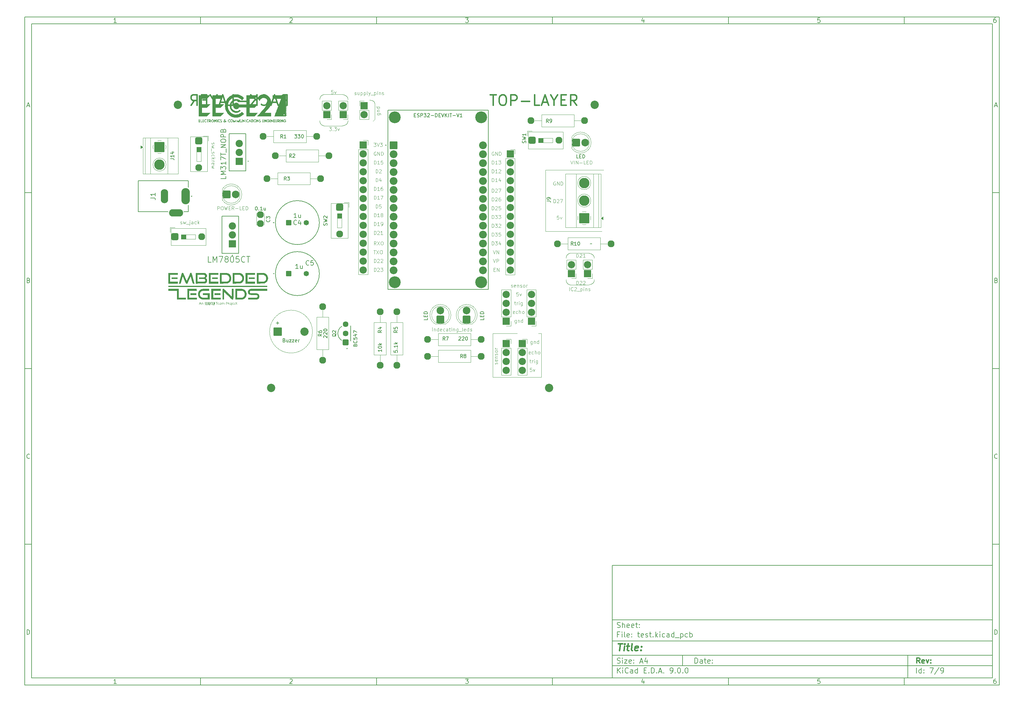
<source format=gbr>
%TF.GenerationSoftware,KiCad,Pcbnew,9.0.0*%
%TF.CreationDate,2025-04-04T13:57:26+02:00*%
%TF.ProjectId,test,74657374-2e6b-4696-9361-645f70636258,rev?*%
%TF.SameCoordinates,Original*%
%TF.FileFunction,Soldermask,Top*%
%TF.FilePolarity,Negative*%
%FSLAX46Y46*%
G04 Gerber Fmt 4.6, Leading zero omitted, Abs format (unit mm)*
G04 Created by KiCad (PCBNEW 9.0.0) date 2025-04-04 13:57:26*
%MOMM*%
%LPD*%
G01*
G04 APERTURE LIST*
G04 Aperture macros list*
%AMRoundRect*
0 Rectangle with rounded corners*
0 $1 Rounding radius*
0 $2 $3 $4 $5 $6 $7 $8 $9 X,Y pos of 4 corners*
0 Add a 4 corners polygon primitive as box body*
4,1,4,$2,$3,$4,$5,$6,$7,$8,$9,$2,$3,0*
0 Add four circle primitives for the rounded corners*
1,1,$1+$1,$2,$3*
1,1,$1+$1,$4,$5*
1,1,$1+$1,$6,$7*
1,1,$1+$1,$8,$9*
0 Add four rect primitives between the rounded corners*
20,1,$1+$1,$2,$3,$4,$5,0*
20,1,$1+$1,$4,$5,$6,$7,0*
20,1,$1+$1,$6,$7,$8,$9,0*
20,1,$1+$1,$8,$9,$2,$3,0*%
G04 Aperture macros list end*
%ADD10C,0.100000*%
%ADD11C,0.150000*%
%ADD12C,0.300000*%
%ADD13C,0.400000*%
%ADD14RoundRect,0.180000X-0.850000X-0.850000X0.850000X-0.850000X0.850000X0.850000X-0.850000X0.850000X0*%
%ADD15O,2.060000X2.060000*%
%ADD16RoundRect,0.180000X0.850000X0.850000X-0.850000X0.850000X-0.850000X-0.850000X0.850000X-0.850000X0*%
%ADD17C,1.960000*%
%ADD18RoundRect,0.180000X-0.900000X-0.900000X0.900000X-0.900000X0.900000X0.900000X-0.900000X0.900000X0*%
%ADD19C,2.160000*%
%ADD20RoundRect,0.102000X0.930000X-0.930000X0.930000X0.930000X-0.930000X0.930000X-0.930000X-0.930000X0*%
%ADD21C,2.064000*%
%ADD22O,1.960000X1.960000*%
%ADD23RoundRect,0.180000X0.900000X-0.900000X0.900000X0.900000X-0.900000X0.900000X-0.900000X-0.900000X0*%
%ADD24RoundRect,0.306250X-0.673750X0.673750X-0.673750X-0.673750X0.673750X-0.673750X0.673750X0.673750X0*%
%ADD25RoundRect,0.284616X-1.195384X1.195384X-1.195384X-1.195384X1.195384X-1.195384X1.195384X1.195384X0*%
%ADD26C,2.960000*%
%ADD27C,2.360000*%
%ADD28RoundRect,0.102000X-0.640000X-0.640000X0.640000X-0.640000X0.640000X0.640000X-0.640000X0.640000X0*%
%ADD29C,1.484000*%
%ADD30RoundRect,0.102000X0.705000X-0.705000X0.705000X0.705000X-0.705000X0.705000X-0.705000X-0.705000X0*%
%ADD31C,1.614000*%
%ADD32C,3.360000*%
%ADD33RoundRect,0.102000X-1.000000X-1.000000X1.000000X-1.000000X1.000000X1.000000X-1.000000X1.000000X0*%
%ADD34C,2.204000*%
%ADD35O,2.404000X4.604000*%
%ADD36O,2.104000X4.004000*%
%ADD37O,4.004000X2.104000*%
%ADD38RoundRect,0.180000X-1.000000X-1.000000X1.000000X-1.000000X1.000000X1.000000X-1.000000X1.000000X0*%
%ADD39RoundRect,0.306250X-0.673750X-0.673750X0.673750X-0.673750X0.673750X0.673750X-0.673750X0.673750X0*%
%ADD40RoundRect,0.284616X1.195384X-1.195384X1.195384X1.195384X-1.195384X1.195384X-1.195384X-1.195384X0*%
%ADD41C,0.125000*%
%ADD42C,0.120000*%
%ADD43C,0.152400*%
%ADD44C,0.200000*%
%ADD45C,0.127000*%
%ADD46C,0.000000*%
G04 APERTURE END LIST*
D10*
D11*
X177002200Y-166007200D02*
X285002200Y-166007200D01*
X285002200Y-198007200D01*
X177002200Y-198007200D01*
X177002200Y-166007200D01*
D10*
D11*
X10000000Y-10000000D02*
X287002200Y-10000000D01*
X287002200Y-200007200D01*
X10000000Y-200007200D01*
X10000000Y-10000000D01*
D10*
D11*
X12000000Y-12000000D02*
X285002200Y-12000000D01*
X285002200Y-198007200D01*
X12000000Y-198007200D01*
X12000000Y-12000000D01*
D10*
D11*
X60000000Y-12000000D02*
X60000000Y-10000000D01*
D10*
D11*
X110000000Y-12000000D02*
X110000000Y-10000000D01*
D10*
D11*
X160000000Y-12000000D02*
X160000000Y-10000000D01*
D10*
D11*
X210000000Y-12000000D02*
X210000000Y-10000000D01*
D10*
D11*
X260000000Y-12000000D02*
X260000000Y-10000000D01*
D10*
D11*
X36089160Y-11593604D02*
X35346303Y-11593604D01*
X35717731Y-11593604D02*
X35717731Y-10293604D01*
X35717731Y-10293604D02*
X35593922Y-10479319D01*
X35593922Y-10479319D02*
X35470112Y-10603128D01*
X35470112Y-10603128D02*
X35346303Y-10665033D01*
D10*
D11*
X85346303Y-10417414D02*
X85408207Y-10355509D01*
X85408207Y-10355509D02*
X85532017Y-10293604D01*
X85532017Y-10293604D02*
X85841541Y-10293604D01*
X85841541Y-10293604D02*
X85965350Y-10355509D01*
X85965350Y-10355509D02*
X86027255Y-10417414D01*
X86027255Y-10417414D02*
X86089160Y-10541223D01*
X86089160Y-10541223D02*
X86089160Y-10665033D01*
X86089160Y-10665033D02*
X86027255Y-10850747D01*
X86027255Y-10850747D02*
X85284398Y-11593604D01*
X85284398Y-11593604D02*
X86089160Y-11593604D01*
D10*
D11*
X135284398Y-10293604D02*
X136089160Y-10293604D01*
X136089160Y-10293604D02*
X135655826Y-10788842D01*
X135655826Y-10788842D02*
X135841541Y-10788842D01*
X135841541Y-10788842D02*
X135965350Y-10850747D01*
X135965350Y-10850747D02*
X136027255Y-10912652D01*
X136027255Y-10912652D02*
X136089160Y-11036461D01*
X136089160Y-11036461D02*
X136089160Y-11345985D01*
X136089160Y-11345985D02*
X136027255Y-11469795D01*
X136027255Y-11469795D02*
X135965350Y-11531700D01*
X135965350Y-11531700D02*
X135841541Y-11593604D01*
X135841541Y-11593604D02*
X135470112Y-11593604D01*
X135470112Y-11593604D02*
X135346303Y-11531700D01*
X135346303Y-11531700D02*
X135284398Y-11469795D01*
D10*
D11*
X185965350Y-10726938D02*
X185965350Y-11593604D01*
X185655826Y-10231700D02*
X185346303Y-11160271D01*
X185346303Y-11160271D02*
X186151064Y-11160271D01*
D10*
D11*
X236027255Y-10293604D02*
X235408207Y-10293604D01*
X235408207Y-10293604D02*
X235346303Y-10912652D01*
X235346303Y-10912652D02*
X235408207Y-10850747D01*
X235408207Y-10850747D02*
X235532017Y-10788842D01*
X235532017Y-10788842D02*
X235841541Y-10788842D01*
X235841541Y-10788842D02*
X235965350Y-10850747D01*
X235965350Y-10850747D02*
X236027255Y-10912652D01*
X236027255Y-10912652D02*
X236089160Y-11036461D01*
X236089160Y-11036461D02*
X236089160Y-11345985D01*
X236089160Y-11345985D02*
X236027255Y-11469795D01*
X236027255Y-11469795D02*
X235965350Y-11531700D01*
X235965350Y-11531700D02*
X235841541Y-11593604D01*
X235841541Y-11593604D02*
X235532017Y-11593604D01*
X235532017Y-11593604D02*
X235408207Y-11531700D01*
X235408207Y-11531700D02*
X235346303Y-11469795D01*
D10*
D11*
X285965350Y-10293604D02*
X285717731Y-10293604D01*
X285717731Y-10293604D02*
X285593922Y-10355509D01*
X285593922Y-10355509D02*
X285532017Y-10417414D01*
X285532017Y-10417414D02*
X285408207Y-10603128D01*
X285408207Y-10603128D02*
X285346303Y-10850747D01*
X285346303Y-10850747D02*
X285346303Y-11345985D01*
X285346303Y-11345985D02*
X285408207Y-11469795D01*
X285408207Y-11469795D02*
X285470112Y-11531700D01*
X285470112Y-11531700D02*
X285593922Y-11593604D01*
X285593922Y-11593604D02*
X285841541Y-11593604D01*
X285841541Y-11593604D02*
X285965350Y-11531700D01*
X285965350Y-11531700D02*
X286027255Y-11469795D01*
X286027255Y-11469795D02*
X286089160Y-11345985D01*
X286089160Y-11345985D02*
X286089160Y-11036461D01*
X286089160Y-11036461D02*
X286027255Y-10912652D01*
X286027255Y-10912652D02*
X285965350Y-10850747D01*
X285965350Y-10850747D02*
X285841541Y-10788842D01*
X285841541Y-10788842D02*
X285593922Y-10788842D01*
X285593922Y-10788842D02*
X285470112Y-10850747D01*
X285470112Y-10850747D02*
X285408207Y-10912652D01*
X285408207Y-10912652D02*
X285346303Y-11036461D01*
D10*
D11*
X60000000Y-198007200D02*
X60000000Y-200007200D01*
D10*
D11*
X110000000Y-198007200D02*
X110000000Y-200007200D01*
D10*
D11*
X160000000Y-198007200D02*
X160000000Y-200007200D01*
D10*
D11*
X210000000Y-198007200D02*
X210000000Y-200007200D01*
D10*
D11*
X260000000Y-198007200D02*
X260000000Y-200007200D01*
D10*
D11*
X36089160Y-199600804D02*
X35346303Y-199600804D01*
X35717731Y-199600804D02*
X35717731Y-198300804D01*
X35717731Y-198300804D02*
X35593922Y-198486519D01*
X35593922Y-198486519D02*
X35470112Y-198610328D01*
X35470112Y-198610328D02*
X35346303Y-198672233D01*
D10*
D11*
X85346303Y-198424614D02*
X85408207Y-198362709D01*
X85408207Y-198362709D02*
X85532017Y-198300804D01*
X85532017Y-198300804D02*
X85841541Y-198300804D01*
X85841541Y-198300804D02*
X85965350Y-198362709D01*
X85965350Y-198362709D02*
X86027255Y-198424614D01*
X86027255Y-198424614D02*
X86089160Y-198548423D01*
X86089160Y-198548423D02*
X86089160Y-198672233D01*
X86089160Y-198672233D02*
X86027255Y-198857947D01*
X86027255Y-198857947D02*
X85284398Y-199600804D01*
X85284398Y-199600804D02*
X86089160Y-199600804D01*
D10*
D11*
X135284398Y-198300804D02*
X136089160Y-198300804D01*
X136089160Y-198300804D02*
X135655826Y-198796042D01*
X135655826Y-198796042D02*
X135841541Y-198796042D01*
X135841541Y-198796042D02*
X135965350Y-198857947D01*
X135965350Y-198857947D02*
X136027255Y-198919852D01*
X136027255Y-198919852D02*
X136089160Y-199043661D01*
X136089160Y-199043661D02*
X136089160Y-199353185D01*
X136089160Y-199353185D02*
X136027255Y-199476995D01*
X136027255Y-199476995D02*
X135965350Y-199538900D01*
X135965350Y-199538900D02*
X135841541Y-199600804D01*
X135841541Y-199600804D02*
X135470112Y-199600804D01*
X135470112Y-199600804D02*
X135346303Y-199538900D01*
X135346303Y-199538900D02*
X135284398Y-199476995D01*
D10*
D11*
X185965350Y-198734138D02*
X185965350Y-199600804D01*
X185655826Y-198238900D02*
X185346303Y-199167471D01*
X185346303Y-199167471D02*
X186151064Y-199167471D01*
D10*
D11*
X236027255Y-198300804D02*
X235408207Y-198300804D01*
X235408207Y-198300804D02*
X235346303Y-198919852D01*
X235346303Y-198919852D02*
X235408207Y-198857947D01*
X235408207Y-198857947D02*
X235532017Y-198796042D01*
X235532017Y-198796042D02*
X235841541Y-198796042D01*
X235841541Y-198796042D02*
X235965350Y-198857947D01*
X235965350Y-198857947D02*
X236027255Y-198919852D01*
X236027255Y-198919852D02*
X236089160Y-199043661D01*
X236089160Y-199043661D02*
X236089160Y-199353185D01*
X236089160Y-199353185D02*
X236027255Y-199476995D01*
X236027255Y-199476995D02*
X235965350Y-199538900D01*
X235965350Y-199538900D02*
X235841541Y-199600804D01*
X235841541Y-199600804D02*
X235532017Y-199600804D01*
X235532017Y-199600804D02*
X235408207Y-199538900D01*
X235408207Y-199538900D02*
X235346303Y-199476995D01*
D10*
D11*
X285965350Y-198300804D02*
X285717731Y-198300804D01*
X285717731Y-198300804D02*
X285593922Y-198362709D01*
X285593922Y-198362709D02*
X285532017Y-198424614D01*
X285532017Y-198424614D02*
X285408207Y-198610328D01*
X285408207Y-198610328D02*
X285346303Y-198857947D01*
X285346303Y-198857947D02*
X285346303Y-199353185D01*
X285346303Y-199353185D02*
X285408207Y-199476995D01*
X285408207Y-199476995D02*
X285470112Y-199538900D01*
X285470112Y-199538900D02*
X285593922Y-199600804D01*
X285593922Y-199600804D02*
X285841541Y-199600804D01*
X285841541Y-199600804D02*
X285965350Y-199538900D01*
X285965350Y-199538900D02*
X286027255Y-199476995D01*
X286027255Y-199476995D02*
X286089160Y-199353185D01*
X286089160Y-199353185D02*
X286089160Y-199043661D01*
X286089160Y-199043661D02*
X286027255Y-198919852D01*
X286027255Y-198919852D02*
X285965350Y-198857947D01*
X285965350Y-198857947D02*
X285841541Y-198796042D01*
X285841541Y-198796042D02*
X285593922Y-198796042D01*
X285593922Y-198796042D02*
X285470112Y-198857947D01*
X285470112Y-198857947D02*
X285408207Y-198919852D01*
X285408207Y-198919852D02*
X285346303Y-199043661D01*
D10*
D11*
X10000000Y-60000000D02*
X12000000Y-60000000D01*
D10*
D11*
X10000000Y-110000000D02*
X12000000Y-110000000D01*
D10*
D11*
X10000000Y-160000000D02*
X12000000Y-160000000D01*
D10*
D11*
X10690476Y-35222176D02*
X11309523Y-35222176D01*
X10566666Y-35593604D02*
X10999999Y-34293604D01*
X10999999Y-34293604D02*
X11433333Y-35593604D01*
D10*
D11*
X11092857Y-84912652D02*
X11278571Y-84974557D01*
X11278571Y-84974557D02*
X11340476Y-85036461D01*
X11340476Y-85036461D02*
X11402380Y-85160271D01*
X11402380Y-85160271D02*
X11402380Y-85345985D01*
X11402380Y-85345985D02*
X11340476Y-85469795D01*
X11340476Y-85469795D02*
X11278571Y-85531700D01*
X11278571Y-85531700D02*
X11154761Y-85593604D01*
X11154761Y-85593604D02*
X10659523Y-85593604D01*
X10659523Y-85593604D02*
X10659523Y-84293604D01*
X10659523Y-84293604D02*
X11092857Y-84293604D01*
X11092857Y-84293604D02*
X11216666Y-84355509D01*
X11216666Y-84355509D02*
X11278571Y-84417414D01*
X11278571Y-84417414D02*
X11340476Y-84541223D01*
X11340476Y-84541223D02*
X11340476Y-84665033D01*
X11340476Y-84665033D02*
X11278571Y-84788842D01*
X11278571Y-84788842D02*
X11216666Y-84850747D01*
X11216666Y-84850747D02*
X11092857Y-84912652D01*
X11092857Y-84912652D02*
X10659523Y-84912652D01*
D10*
D11*
X11402380Y-135469795D02*
X11340476Y-135531700D01*
X11340476Y-135531700D02*
X11154761Y-135593604D01*
X11154761Y-135593604D02*
X11030952Y-135593604D01*
X11030952Y-135593604D02*
X10845238Y-135531700D01*
X10845238Y-135531700D02*
X10721428Y-135407890D01*
X10721428Y-135407890D02*
X10659523Y-135284080D01*
X10659523Y-135284080D02*
X10597619Y-135036461D01*
X10597619Y-135036461D02*
X10597619Y-134850747D01*
X10597619Y-134850747D02*
X10659523Y-134603128D01*
X10659523Y-134603128D02*
X10721428Y-134479319D01*
X10721428Y-134479319D02*
X10845238Y-134355509D01*
X10845238Y-134355509D02*
X11030952Y-134293604D01*
X11030952Y-134293604D02*
X11154761Y-134293604D01*
X11154761Y-134293604D02*
X11340476Y-134355509D01*
X11340476Y-134355509D02*
X11402380Y-134417414D01*
D10*
D11*
X10659523Y-185593604D02*
X10659523Y-184293604D01*
X10659523Y-184293604D02*
X10969047Y-184293604D01*
X10969047Y-184293604D02*
X11154761Y-184355509D01*
X11154761Y-184355509D02*
X11278571Y-184479319D01*
X11278571Y-184479319D02*
X11340476Y-184603128D01*
X11340476Y-184603128D02*
X11402380Y-184850747D01*
X11402380Y-184850747D02*
X11402380Y-185036461D01*
X11402380Y-185036461D02*
X11340476Y-185284080D01*
X11340476Y-185284080D02*
X11278571Y-185407890D01*
X11278571Y-185407890D02*
X11154761Y-185531700D01*
X11154761Y-185531700D02*
X10969047Y-185593604D01*
X10969047Y-185593604D02*
X10659523Y-185593604D01*
D10*
D11*
X287002200Y-60000000D02*
X285002200Y-60000000D01*
D10*
D11*
X287002200Y-110000000D02*
X285002200Y-110000000D01*
D10*
D11*
X287002200Y-160000000D02*
X285002200Y-160000000D01*
D10*
D11*
X285692676Y-35222176D02*
X286311723Y-35222176D01*
X285568866Y-35593604D02*
X286002199Y-34293604D01*
X286002199Y-34293604D02*
X286435533Y-35593604D01*
D10*
D11*
X286095057Y-84912652D02*
X286280771Y-84974557D01*
X286280771Y-84974557D02*
X286342676Y-85036461D01*
X286342676Y-85036461D02*
X286404580Y-85160271D01*
X286404580Y-85160271D02*
X286404580Y-85345985D01*
X286404580Y-85345985D02*
X286342676Y-85469795D01*
X286342676Y-85469795D02*
X286280771Y-85531700D01*
X286280771Y-85531700D02*
X286156961Y-85593604D01*
X286156961Y-85593604D02*
X285661723Y-85593604D01*
X285661723Y-85593604D02*
X285661723Y-84293604D01*
X285661723Y-84293604D02*
X286095057Y-84293604D01*
X286095057Y-84293604D02*
X286218866Y-84355509D01*
X286218866Y-84355509D02*
X286280771Y-84417414D01*
X286280771Y-84417414D02*
X286342676Y-84541223D01*
X286342676Y-84541223D02*
X286342676Y-84665033D01*
X286342676Y-84665033D02*
X286280771Y-84788842D01*
X286280771Y-84788842D02*
X286218866Y-84850747D01*
X286218866Y-84850747D02*
X286095057Y-84912652D01*
X286095057Y-84912652D02*
X285661723Y-84912652D01*
D10*
D11*
X286404580Y-135469795D02*
X286342676Y-135531700D01*
X286342676Y-135531700D02*
X286156961Y-135593604D01*
X286156961Y-135593604D02*
X286033152Y-135593604D01*
X286033152Y-135593604D02*
X285847438Y-135531700D01*
X285847438Y-135531700D02*
X285723628Y-135407890D01*
X285723628Y-135407890D02*
X285661723Y-135284080D01*
X285661723Y-135284080D02*
X285599819Y-135036461D01*
X285599819Y-135036461D02*
X285599819Y-134850747D01*
X285599819Y-134850747D02*
X285661723Y-134603128D01*
X285661723Y-134603128D02*
X285723628Y-134479319D01*
X285723628Y-134479319D02*
X285847438Y-134355509D01*
X285847438Y-134355509D02*
X286033152Y-134293604D01*
X286033152Y-134293604D02*
X286156961Y-134293604D01*
X286156961Y-134293604D02*
X286342676Y-134355509D01*
X286342676Y-134355509D02*
X286404580Y-134417414D01*
D10*
D11*
X285661723Y-185593604D02*
X285661723Y-184293604D01*
X285661723Y-184293604D02*
X285971247Y-184293604D01*
X285971247Y-184293604D02*
X286156961Y-184355509D01*
X286156961Y-184355509D02*
X286280771Y-184479319D01*
X286280771Y-184479319D02*
X286342676Y-184603128D01*
X286342676Y-184603128D02*
X286404580Y-184850747D01*
X286404580Y-184850747D02*
X286404580Y-185036461D01*
X286404580Y-185036461D02*
X286342676Y-185284080D01*
X286342676Y-185284080D02*
X286280771Y-185407890D01*
X286280771Y-185407890D02*
X286156961Y-185531700D01*
X286156961Y-185531700D02*
X285971247Y-185593604D01*
X285971247Y-185593604D02*
X285661723Y-185593604D01*
D10*
D11*
X200458026Y-193793328D02*
X200458026Y-192293328D01*
X200458026Y-192293328D02*
X200815169Y-192293328D01*
X200815169Y-192293328D02*
X201029455Y-192364757D01*
X201029455Y-192364757D02*
X201172312Y-192507614D01*
X201172312Y-192507614D02*
X201243741Y-192650471D01*
X201243741Y-192650471D02*
X201315169Y-192936185D01*
X201315169Y-192936185D02*
X201315169Y-193150471D01*
X201315169Y-193150471D02*
X201243741Y-193436185D01*
X201243741Y-193436185D02*
X201172312Y-193579042D01*
X201172312Y-193579042D02*
X201029455Y-193721900D01*
X201029455Y-193721900D02*
X200815169Y-193793328D01*
X200815169Y-193793328D02*
X200458026Y-193793328D01*
X202600884Y-193793328D02*
X202600884Y-193007614D01*
X202600884Y-193007614D02*
X202529455Y-192864757D01*
X202529455Y-192864757D02*
X202386598Y-192793328D01*
X202386598Y-192793328D02*
X202100884Y-192793328D01*
X202100884Y-192793328D02*
X201958026Y-192864757D01*
X202600884Y-193721900D02*
X202458026Y-193793328D01*
X202458026Y-193793328D02*
X202100884Y-193793328D01*
X202100884Y-193793328D02*
X201958026Y-193721900D01*
X201958026Y-193721900D02*
X201886598Y-193579042D01*
X201886598Y-193579042D02*
X201886598Y-193436185D01*
X201886598Y-193436185D02*
X201958026Y-193293328D01*
X201958026Y-193293328D02*
X202100884Y-193221900D01*
X202100884Y-193221900D02*
X202458026Y-193221900D01*
X202458026Y-193221900D02*
X202600884Y-193150471D01*
X203100884Y-192793328D02*
X203672312Y-192793328D01*
X203315169Y-192293328D02*
X203315169Y-193579042D01*
X203315169Y-193579042D02*
X203386598Y-193721900D01*
X203386598Y-193721900D02*
X203529455Y-193793328D01*
X203529455Y-193793328D02*
X203672312Y-193793328D01*
X204743741Y-193721900D02*
X204600884Y-193793328D01*
X204600884Y-193793328D02*
X204315170Y-193793328D01*
X204315170Y-193793328D02*
X204172312Y-193721900D01*
X204172312Y-193721900D02*
X204100884Y-193579042D01*
X204100884Y-193579042D02*
X204100884Y-193007614D01*
X204100884Y-193007614D02*
X204172312Y-192864757D01*
X204172312Y-192864757D02*
X204315170Y-192793328D01*
X204315170Y-192793328D02*
X204600884Y-192793328D01*
X204600884Y-192793328D02*
X204743741Y-192864757D01*
X204743741Y-192864757D02*
X204815170Y-193007614D01*
X204815170Y-193007614D02*
X204815170Y-193150471D01*
X204815170Y-193150471D02*
X204100884Y-193293328D01*
X205458026Y-193650471D02*
X205529455Y-193721900D01*
X205529455Y-193721900D02*
X205458026Y-193793328D01*
X205458026Y-193793328D02*
X205386598Y-193721900D01*
X205386598Y-193721900D02*
X205458026Y-193650471D01*
X205458026Y-193650471D02*
X205458026Y-193793328D01*
X205458026Y-192864757D02*
X205529455Y-192936185D01*
X205529455Y-192936185D02*
X205458026Y-193007614D01*
X205458026Y-193007614D02*
X205386598Y-192936185D01*
X205386598Y-192936185D02*
X205458026Y-192864757D01*
X205458026Y-192864757D02*
X205458026Y-193007614D01*
D10*
D11*
X177002200Y-194507200D02*
X285002200Y-194507200D01*
D10*
D11*
X178458026Y-196593328D02*
X178458026Y-195093328D01*
X179315169Y-196593328D02*
X178672312Y-195736185D01*
X179315169Y-195093328D02*
X178458026Y-195950471D01*
X179958026Y-196593328D02*
X179958026Y-195593328D01*
X179958026Y-195093328D02*
X179886598Y-195164757D01*
X179886598Y-195164757D02*
X179958026Y-195236185D01*
X179958026Y-195236185D02*
X180029455Y-195164757D01*
X180029455Y-195164757D02*
X179958026Y-195093328D01*
X179958026Y-195093328D02*
X179958026Y-195236185D01*
X181529455Y-196450471D02*
X181458027Y-196521900D01*
X181458027Y-196521900D02*
X181243741Y-196593328D01*
X181243741Y-196593328D02*
X181100884Y-196593328D01*
X181100884Y-196593328D02*
X180886598Y-196521900D01*
X180886598Y-196521900D02*
X180743741Y-196379042D01*
X180743741Y-196379042D02*
X180672312Y-196236185D01*
X180672312Y-196236185D02*
X180600884Y-195950471D01*
X180600884Y-195950471D02*
X180600884Y-195736185D01*
X180600884Y-195736185D02*
X180672312Y-195450471D01*
X180672312Y-195450471D02*
X180743741Y-195307614D01*
X180743741Y-195307614D02*
X180886598Y-195164757D01*
X180886598Y-195164757D02*
X181100884Y-195093328D01*
X181100884Y-195093328D02*
X181243741Y-195093328D01*
X181243741Y-195093328D02*
X181458027Y-195164757D01*
X181458027Y-195164757D02*
X181529455Y-195236185D01*
X182815170Y-196593328D02*
X182815170Y-195807614D01*
X182815170Y-195807614D02*
X182743741Y-195664757D01*
X182743741Y-195664757D02*
X182600884Y-195593328D01*
X182600884Y-195593328D02*
X182315170Y-195593328D01*
X182315170Y-195593328D02*
X182172312Y-195664757D01*
X182815170Y-196521900D02*
X182672312Y-196593328D01*
X182672312Y-196593328D02*
X182315170Y-196593328D01*
X182315170Y-196593328D02*
X182172312Y-196521900D01*
X182172312Y-196521900D02*
X182100884Y-196379042D01*
X182100884Y-196379042D02*
X182100884Y-196236185D01*
X182100884Y-196236185D02*
X182172312Y-196093328D01*
X182172312Y-196093328D02*
X182315170Y-196021900D01*
X182315170Y-196021900D02*
X182672312Y-196021900D01*
X182672312Y-196021900D02*
X182815170Y-195950471D01*
X184172313Y-196593328D02*
X184172313Y-195093328D01*
X184172313Y-196521900D02*
X184029455Y-196593328D01*
X184029455Y-196593328D02*
X183743741Y-196593328D01*
X183743741Y-196593328D02*
X183600884Y-196521900D01*
X183600884Y-196521900D02*
X183529455Y-196450471D01*
X183529455Y-196450471D02*
X183458027Y-196307614D01*
X183458027Y-196307614D02*
X183458027Y-195879042D01*
X183458027Y-195879042D02*
X183529455Y-195736185D01*
X183529455Y-195736185D02*
X183600884Y-195664757D01*
X183600884Y-195664757D02*
X183743741Y-195593328D01*
X183743741Y-195593328D02*
X184029455Y-195593328D01*
X184029455Y-195593328D02*
X184172313Y-195664757D01*
X186029455Y-195807614D02*
X186529455Y-195807614D01*
X186743741Y-196593328D02*
X186029455Y-196593328D01*
X186029455Y-196593328D02*
X186029455Y-195093328D01*
X186029455Y-195093328D02*
X186743741Y-195093328D01*
X187386598Y-196450471D02*
X187458027Y-196521900D01*
X187458027Y-196521900D02*
X187386598Y-196593328D01*
X187386598Y-196593328D02*
X187315170Y-196521900D01*
X187315170Y-196521900D02*
X187386598Y-196450471D01*
X187386598Y-196450471D02*
X187386598Y-196593328D01*
X188100884Y-196593328D02*
X188100884Y-195093328D01*
X188100884Y-195093328D02*
X188458027Y-195093328D01*
X188458027Y-195093328D02*
X188672313Y-195164757D01*
X188672313Y-195164757D02*
X188815170Y-195307614D01*
X188815170Y-195307614D02*
X188886599Y-195450471D01*
X188886599Y-195450471D02*
X188958027Y-195736185D01*
X188958027Y-195736185D02*
X188958027Y-195950471D01*
X188958027Y-195950471D02*
X188886599Y-196236185D01*
X188886599Y-196236185D02*
X188815170Y-196379042D01*
X188815170Y-196379042D02*
X188672313Y-196521900D01*
X188672313Y-196521900D02*
X188458027Y-196593328D01*
X188458027Y-196593328D02*
X188100884Y-196593328D01*
X189600884Y-196450471D02*
X189672313Y-196521900D01*
X189672313Y-196521900D02*
X189600884Y-196593328D01*
X189600884Y-196593328D02*
X189529456Y-196521900D01*
X189529456Y-196521900D02*
X189600884Y-196450471D01*
X189600884Y-196450471D02*
X189600884Y-196593328D01*
X190243742Y-196164757D02*
X190958028Y-196164757D01*
X190100885Y-196593328D02*
X190600885Y-195093328D01*
X190600885Y-195093328D02*
X191100885Y-196593328D01*
X191600884Y-196450471D02*
X191672313Y-196521900D01*
X191672313Y-196521900D02*
X191600884Y-196593328D01*
X191600884Y-196593328D02*
X191529456Y-196521900D01*
X191529456Y-196521900D02*
X191600884Y-196450471D01*
X191600884Y-196450471D02*
X191600884Y-196593328D01*
X193529456Y-196593328D02*
X193815170Y-196593328D01*
X193815170Y-196593328D02*
X193958027Y-196521900D01*
X193958027Y-196521900D02*
X194029456Y-196450471D01*
X194029456Y-196450471D02*
X194172313Y-196236185D01*
X194172313Y-196236185D02*
X194243742Y-195950471D01*
X194243742Y-195950471D02*
X194243742Y-195379042D01*
X194243742Y-195379042D02*
X194172313Y-195236185D01*
X194172313Y-195236185D02*
X194100885Y-195164757D01*
X194100885Y-195164757D02*
X193958027Y-195093328D01*
X193958027Y-195093328D02*
X193672313Y-195093328D01*
X193672313Y-195093328D02*
X193529456Y-195164757D01*
X193529456Y-195164757D02*
X193458027Y-195236185D01*
X193458027Y-195236185D02*
X193386599Y-195379042D01*
X193386599Y-195379042D02*
X193386599Y-195736185D01*
X193386599Y-195736185D02*
X193458027Y-195879042D01*
X193458027Y-195879042D02*
X193529456Y-195950471D01*
X193529456Y-195950471D02*
X193672313Y-196021900D01*
X193672313Y-196021900D02*
X193958027Y-196021900D01*
X193958027Y-196021900D02*
X194100885Y-195950471D01*
X194100885Y-195950471D02*
X194172313Y-195879042D01*
X194172313Y-195879042D02*
X194243742Y-195736185D01*
X194886598Y-196450471D02*
X194958027Y-196521900D01*
X194958027Y-196521900D02*
X194886598Y-196593328D01*
X194886598Y-196593328D02*
X194815170Y-196521900D01*
X194815170Y-196521900D02*
X194886598Y-196450471D01*
X194886598Y-196450471D02*
X194886598Y-196593328D01*
X195886599Y-195093328D02*
X196029456Y-195093328D01*
X196029456Y-195093328D02*
X196172313Y-195164757D01*
X196172313Y-195164757D02*
X196243742Y-195236185D01*
X196243742Y-195236185D02*
X196315170Y-195379042D01*
X196315170Y-195379042D02*
X196386599Y-195664757D01*
X196386599Y-195664757D02*
X196386599Y-196021900D01*
X196386599Y-196021900D02*
X196315170Y-196307614D01*
X196315170Y-196307614D02*
X196243742Y-196450471D01*
X196243742Y-196450471D02*
X196172313Y-196521900D01*
X196172313Y-196521900D02*
X196029456Y-196593328D01*
X196029456Y-196593328D02*
X195886599Y-196593328D01*
X195886599Y-196593328D02*
X195743742Y-196521900D01*
X195743742Y-196521900D02*
X195672313Y-196450471D01*
X195672313Y-196450471D02*
X195600884Y-196307614D01*
X195600884Y-196307614D02*
X195529456Y-196021900D01*
X195529456Y-196021900D02*
X195529456Y-195664757D01*
X195529456Y-195664757D02*
X195600884Y-195379042D01*
X195600884Y-195379042D02*
X195672313Y-195236185D01*
X195672313Y-195236185D02*
X195743742Y-195164757D01*
X195743742Y-195164757D02*
X195886599Y-195093328D01*
X197029455Y-196450471D02*
X197100884Y-196521900D01*
X197100884Y-196521900D02*
X197029455Y-196593328D01*
X197029455Y-196593328D02*
X196958027Y-196521900D01*
X196958027Y-196521900D02*
X197029455Y-196450471D01*
X197029455Y-196450471D02*
X197029455Y-196593328D01*
X198029456Y-195093328D02*
X198172313Y-195093328D01*
X198172313Y-195093328D02*
X198315170Y-195164757D01*
X198315170Y-195164757D02*
X198386599Y-195236185D01*
X198386599Y-195236185D02*
X198458027Y-195379042D01*
X198458027Y-195379042D02*
X198529456Y-195664757D01*
X198529456Y-195664757D02*
X198529456Y-196021900D01*
X198529456Y-196021900D02*
X198458027Y-196307614D01*
X198458027Y-196307614D02*
X198386599Y-196450471D01*
X198386599Y-196450471D02*
X198315170Y-196521900D01*
X198315170Y-196521900D02*
X198172313Y-196593328D01*
X198172313Y-196593328D02*
X198029456Y-196593328D01*
X198029456Y-196593328D02*
X197886599Y-196521900D01*
X197886599Y-196521900D02*
X197815170Y-196450471D01*
X197815170Y-196450471D02*
X197743741Y-196307614D01*
X197743741Y-196307614D02*
X197672313Y-196021900D01*
X197672313Y-196021900D02*
X197672313Y-195664757D01*
X197672313Y-195664757D02*
X197743741Y-195379042D01*
X197743741Y-195379042D02*
X197815170Y-195236185D01*
X197815170Y-195236185D02*
X197886599Y-195164757D01*
X197886599Y-195164757D02*
X198029456Y-195093328D01*
D10*
D11*
X177002200Y-191507200D02*
X285002200Y-191507200D01*
D10*
D12*
X264413853Y-193785528D02*
X263913853Y-193071242D01*
X263556710Y-193785528D02*
X263556710Y-192285528D01*
X263556710Y-192285528D02*
X264128139Y-192285528D01*
X264128139Y-192285528D02*
X264270996Y-192356957D01*
X264270996Y-192356957D02*
X264342425Y-192428385D01*
X264342425Y-192428385D02*
X264413853Y-192571242D01*
X264413853Y-192571242D02*
X264413853Y-192785528D01*
X264413853Y-192785528D02*
X264342425Y-192928385D01*
X264342425Y-192928385D02*
X264270996Y-192999814D01*
X264270996Y-192999814D02*
X264128139Y-193071242D01*
X264128139Y-193071242D02*
X263556710Y-193071242D01*
X265628139Y-193714100D02*
X265485282Y-193785528D01*
X265485282Y-193785528D02*
X265199568Y-193785528D01*
X265199568Y-193785528D02*
X265056710Y-193714100D01*
X265056710Y-193714100D02*
X264985282Y-193571242D01*
X264985282Y-193571242D02*
X264985282Y-192999814D01*
X264985282Y-192999814D02*
X265056710Y-192856957D01*
X265056710Y-192856957D02*
X265199568Y-192785528D01*
X265199568Y-192785528D02*
X265485282Y-192785528D01*
X265485282Y-192785528D02*
X265628139Y-192856957D01*
X265628139Y-192856957D02*
X265699568Y-192999814D01*
X265699568Y-192999814D02*
X265699568Y-193142671D01*
X265699568Y-193142671D02*
X264985282Y-193285528D01*
X266199567Y-192785528D02*
X266556710Y-193785528D01*
X266556710Y-193785528D02*
X266913853Y-192785528D01*
X267485281Y-193642671D02*
X267556710Y-193714100D01*
X267556710Y-193714100D02*
X267485281Y-193785528D01*
X267485281Y-193785528D02*
X267413853Y-193714100D01*
X267413853Y-193714100D02*
X267485281Y-193642671D01*
X267485281Y-193642671D02*
X267485281Y-193785528D01*
X267485281Y-192856957D02*
X267556710Y-192928385D01*
X267556710Y-192928385D02*
X267485281Y-192999814D01*
X267485281Y-192999814D02*
X267413853Y-192928385D01*
X267413853Y-192928385D02*
X267485281Y-192856957D01*
X267485281Y-192856957D02*
X267485281Y-192999814D01*
D10*
D11*
X178386598Y-193721900D02*
X178600884Y-193793328D01*
X178600884Y-193793328D02*
X178958026Y-193793328D01*
X178958026Y-193793328D02*
X179100884Y-193721900D01*
X179100884Y-193721900D02*
X179172312Y-193650471D01*
X179172312Y-193650471D02*
X179243741Y-193507614D01*
X179243741Y-193507614D02*
X179243741Y-193364757D01*
X179243741Y-193364757D02*
X179172312Y-193221900D01*
X179172312Y-193221900D02*
X179100884Y-193150471D01*
X179100884Y-193150471D02*
X178958026Y-193079042D01*
X178958026Y-193079042D02*
X178672312Y-193007614D01*
X178672312Y-193007614D02*
X178529455Y-192936185D01*
X178529455Y-192936185D02*
X178458026Y-192864757D01*
X178458026Y-192864757D02*
X178386598Y-192721900D01*
X178386598Y-192721900D02*
X178386598Y-192579042D01*
X178386598Y-192579042D02*
X178458026Y-192436185D01*
X178458026Y-192436185D02*
X178529455Y-192364757D01*
X178529455Y-192364757D02*
X178672312Y-192293328D01*
X178672312Y-192293328D02*
X179029455Y-192293328D01*
X179029455Y-192293328D02*
X179243741Y-192364757D01*
X179886597Y-193793328D02*
X179886597Y-192793328D01*
X179886597Y-192293328D02*
X179815169Y-192364757D01*
X179815169Y-192364757D02*
X179886597Y-192436185D01*
X179886597Y-192436185D02*
X179958026Y-192364757D01*
X179958026Y-192364757D02*
X179886597Y-192293328D01*
X179886597Y-192293328D02*
X179886597Y-192436185D01*
X180458026Y-192793328D02*
X181243741Y-192793328D01*
X181243741Y-192793328D02*
X180458026Y-193793328D01*
X180458026Y-193793328D02*
X181243741Y-193793328D01*
X182386598Y-193721900D02*
X182243741Y-193793328D01*
X182243741Y-193793328D02*
X181958027Y-193793328D01*
X181958027Y-193793328D02*
X181815169Y-193721900D01*
X181815169Y-193721900D02*
X181743741Y-193579042D01*
X181743741Y-193579042D02*
X181743741Y-193007614D01*
X181743741Y-193007614D02*
X181815169Y-192864757D01*
X181815169Y-192864757D02*
X181958027Y-192793328D01*
X181958027Y-192793328D02*
X182243741Y-192793328D01*
X182243741Y-192793328D02*
X182386598Y-192864757D01*
X182386598Y-192864757D02*
X182458027Y-193007614D01*
X182458027Y-193007614D02*
X182458027Y-193150471D01*
X182458027Y-193150471D02*
X181743741Y-193293328D01*
X183100883Y-193650471D02*
X183172312Y-193721900D01*
X183172312Y-193721900D02*
X183100883Y-193793328D01*
X183100883Y-193793328D02*
X183029455Y-193721900D01*
X183029455Y-193721900D02*
X183100883Y-193650471D01*
X183100883Y-193650471D02*
X183100883Y-193793328D01*
X183100883Y-192864757D02*
X183172312Y-192936185D01*
X183172312Y-192936185D02*
X183100883Y-193007614D01*
X183100883Y-193007614D02*
X183029455Y-192936185D01*
X183029455Y-192936185D02*
X183100883Y-192864757D01*
X183100883Y-192864757D02*
X183100883Y-193007614D01*
X184886598Y-193364757D02*
X185600884Y-193364757D01*
X184743741Y-193793328D02*
X185243741Y-192293328D01*
X185243741Y-192293328D02*
X185743741Y-193793328D01*
X186886598Y-192793328D02*
X186886598Y-193793328D01*
X186529455Y-192221900D02*
X186172312Y-193293328D01*
X186172312Y-193293328D02*
X187100883Y-193293328D01*
D10*
D11*
X263458026Y-196593328D02*
X263458026Y-195093328D01*
X264815170Y-196593328D02*
X264815170Y-195093328D01*
X264815170Y-196521900D02*
X264672312Y-196593328D01*
X264672312Y-196593328D02*
X264386598Y-196593328D01*
X264386598Y-196593328D02*
X264243741Y-196521900D01*
X264243741Y-196521900D02*
X264172312Y-196450471D01*
X264172312Y-196450471D02*
X264100884Y-196307614D01*
X264100884Y-196307614D02*
X264100884Y-195879042D01*
X264100884Y-195879042D02*
X264172312Y-195736185D01*
X264172312Y-195736185D02*
X264243741Y-195664757D01*
X264243741Y-195664757D02*
X264386598Y-195593328D01*
X264386598Y-195593328D02*
X264672312Y-195593328D01*
X264672312Y-195593328D02*
X264815170Y-195664757D01*
X265529455Y-196450471D02*
X265600884Y-196521900D01*
X265600884Y-196521900D02*
X265529455Y-196593328D01*
X265529455Y-196593328D02*
X265458027Y-196521900D01*
X265458027Y-196521900D02*
X265529455Y-196450471D01*
X265529455Y-196450471D02*
X265529455Y-196593328D01*
X265529455Y-195664757D02*
X265600884Y-195736185D01*
X265600884Y-195736185D02*
X265529455Y-195807614D01*
X265529455Y-195807614D02*
X265458027Y-195736185D01*
X265458027Y-195736185D02*
X265529455Y-195664757D01*
X265529455Y-195664757D02*
X265529455Y-195807614D01*
X267243741Y-195093328D02*
X268243741Y-195093328D01*
X268243741Y-195093328D02*
X267600884Y-196593328D01*
X269886598Y-195021900D02*
X268600884Y-196950471D01*
X270458027Y-196593328D02*
X270743741Y-196593328D01*
X270743741Y-196593328D02*
X270886598Y-196521900D01*
X270886598Y-196521900D02*
X270958027Y-196450471D01*
X270958027Y-196450471D02*
X271100884Y-196236185D01*
X271100884Y-196236185D02*
X271172313Y-195950471D01*
X271172313Y-195950471D02*
X271172313Y-195379042D01*
X271172313Y-195379042D02*
X271100884Y-195236185D01*
X271100884Y-195236185D02*
X271029456Y-195164757D01*
X271029456Y-195164757D02*
X270886598Y-195093328D01*
X270886598Y-195093328D02*
X270600884Y-195093328D01*
X270600884Y-195093328D02*
X270458027Y-195164757D01*
X270458027Y-195164757D02*
X270386598Y-195236185D01*
X270386598Y-195236185D02*
X270315170Y-195379042D01*
X270315170Y-195379042D02*
X270315170Y-195736185D01*
X270315170Y-195736185D02*
X270386598Y-195879042D01*
X270386598Y-195879042D02*
X270458027Y-195950471D01*
X270458027Y-195950471D02*
X270600884Y-196021900D01*
X270600884Y-196021900D02*
X270886598Y-196021900D01*
X270886598Y-196021900D02*
X271029456Y-195950471D01*
X271029456Y-195950471D02*
X271100884Y-195879042D01*
X271100884Y-195879042D02*
X271172313Y-195736185D01*
D10*
D11*
X177002200Y-187507200D02*
X285002200Y-187507200D01*
D10*
D13*
X178693928Y-188211638D02*
X179836785Y-188211638D01*
X179015357Y-190211638D02*
X179265357Y-188211638D01*
X180253452Y-190211638D02*
X180420119Y-188878304D01*
X180503452Y-188211638D02*
X180396309Y-188306876D01*
X180396309Y-188306876D02*
X180479643Y-188402114D01*
X180479643Y-188402114D02*
X180586786Y-188306876D01*
X180586786Y-188306876D02*
X180503452Y-188211638D01*
X180503452Y-188211638D02*
X180479643Y-188402114D01*
X181086786Y-188878304D02*
X181848690Y-188878304D01*
X181455833Y-188211638D02*
X181241548Y-189925923D01*
X181241548Y-189925923D02*
X181312976Y-190116400D01*
X181312976Y-190116400D02*
X181491548Y-190211638D01*
X181491548Y-190211638D02*
X181682024Y-190211638D01*
X182634405Y-190211638D02*
X182455833Y-190116400D01*
X182455833Y-190116400D02*
X182384405Y-189925923D01*
X182384405Y-189925923D02*
X182598690Y-188211638D01*
X184170119Y-190116400D02*
X183967738Y-190211638D01*
X183967738Y-190211638D02*
X183586785Y-190211638D01*
X183586785Y-190211638D02*
X183408214Y-190116400D01*
X183408214Y-190116400D02*
X183336785Y-189925923D01*
X183336785Y-189925923D02*
X183432024Y-189164019D01*
X183432024Y-189164019D02*
X183551071Y-188973542D01*
X183551071Y-188973542D02*
X183753452Y-188878304D01*
X183753452Y-188878304D02*
X184134404Y-188878304D01*
X184134404Y-188878304D02*
X184312976Y-188973542D01*
X184312976Y-188973542D02*
X184384404Y-189164019D01*
X184384404Y-189164019D02*
X184360595Y-189354495D01*
X184360595Y-189354495D02*
X183384404Y-189544971D01*
X185134405Y-190021161D02*
X185217738Y-190116400D01*
X185217738Y-190116400D02*
X185110595Y-190211638D01*
X185110595Y-190211638D02*
X185027262Y-190116400D01*
X185027262Y-190116400D02*
X185134405Y-190021161D01*
X185134405Y-190021161D02*
X185110595Y-190211638D01*
X185265357Y-188973542D02*
X185348690Y-189068780D01*
X185348690Y-189068780D02*
X185241548Y-189164019D01*
X185241548Y-189164019D02*
X185158214Y-189068780D01*
X185158214Y-189068780D02*
X185265357Y-188973542D01*
X185265357Y-188973542D02*
X185241548Y-189164019D01*
D10*
D11*
X178958026Y-185607614D02*
X178458026Y-185607614D01*
X178458026Y-186393328D02*
X178458026Y-184893328D01*
X178458026Y-184893328D02*
X179172312Y-184893328D01*
X179743740Y-186393328D02*
X179743740Y-185393328D01*
X179743740Y-184893328D02*
X179672312Y-184964757D01*
X179672312Y-184964757D02*
X179743740Y-185036185D01*
X179743740Y-185036185D02*
X179815169Y-184964757D01*
X179815169Y-184964757D02*
X179743740Y-184893328D01*
X179743740Y-184893328D02*
X179743740Y-185036185D01*
X180672312Y-186393328D02*
X180529455Y-186321900D01*
X180529455Y-186321900D02*
X180458026Y-186179042D01*
X180458026Y-186179042D02*
X180458026Y-184893328D01*
X181815169Y-186321900D02*
X181672312Y-186393328D01*
X181672312Y-186393328D02*
X181386598Y-186393328D01*
X181386598Y-186393328D02*
X181243740Y-186321900D01*
X181243740Y-186321900D02*
X181172312Y-186179042D01*
X181172312Y-186179042D02*
X181172312Y-185607614D01*
X181172312Y-185607614D02*
X181243740Y-185464757D01*
X181243740Y-185464757D02*
X181386598Y-185393328D01*
X181386598Y-185393328D02*
X181672312Y-185393328D01*
X181672312Y-185393328D02*
X181815169Y-185464757D01*
X181815169Y-185464757D02*
X181886598Y-185607614D01*
X181886598Y-185607614D02*
X181886598Y-185750471D01*
X181886598Y-185750471D02*
X181172312Y-185893328D01*
X182529454Y-186250471D02*
X182600883Y-186321900D01*
X182600883Y-186321900D02*
X182529454Y-186393328D01*
X182529454Y-186393328D02*
X182458026Y-186321900D01*
X182458026Y-186321900D02*
X182529454Y-186250471D01*
X182529454Y-186250471D02*
X182529454Y-186393328D01*
X182529454Y-185464757D02*
X182600883Y-185536185D01*
X182600883Y-185536185D02*
X182529454Y-185607614D01*
X182529454Y-185607614D02*
X182458026Y-185536185D01*
X182458026Y-185536185D02*
X182529454Y-185464757D01*
X182529454Y-185464757D02*
X182529454Y-185607614D01*
X184172312Y-185393328D02*
X184743740Y-185393328D01*
X184386597Y-184893328D02*
X184386597Y-186179042D01*
X184386597Y-186179042D02*
X184458026Y-186321900D01*
X184458026Y-186321900D02*
X184600883Y-186393328D01*
X184600883Y-186393328D02*
X184743740Y-186393328D01*
X185815169Y-186321900D02*
X185672312Y-186393328D01*
X185672312Y-186393328D02*
X185386598Y-186393328D01*
X185386598Y-186393328D02*
X185243740Y-186321900D01*
X185243740Y-186321900D02*
X185172312Y-186179042D01*
X185172312Y-186179042D02*
X185172312Y-185607614D01*
X185172312Y-185607614D02*
X185243740Y-185464757D01*
X185243740Y-185464757D02*
X185386598Y-185393328D01*
X185386598Y-185393328D02*
X185672312Y-185393328D01*
X185672312Y-185393328D02*
X185815169Y-185464757D01*
X185815169Y-185464757D02*
X185886598Y-185607614D01*
X185886598Y-185607614D02*
X185886598Y-185750471D01*
X185886598Y-185750471D02*
X185172312Y-185893328D01*
X186458026Y-186321900D02*
X186600883Y-186393328D01*
X186600883Y-186393328D02*
X186886597Y-186393328D01*
X186886597Y-186393328D02*
X187029454Y-186321900D01*
X187029454Y-186321900D02*
X187100883Y-186179042D01*
X187100883Y-186179042D02*
X187100883Y-186107614D01*
X187100883Y-186107614D02*
X187029454Y-185964757D01*
X187029454Y-185964757D02*
X186886597Y-185893328D01*
X186886597Y-185893328D02*
X186672312Y-185893328D01*
X186672312Y-185893328D02*
X186529454Y-185821900D01*
X186529454Y-185821900D02*
X186458026Y-185679042D01*
X186458026Y-185679042D02*
X186458026Y-185607614D01*
X186458026Y-185607614D02*
X186529454Y-185464757D01*
X186529454Y-185464757D02*
X186672312Y-185393328D01*
X186672312Y-185393328D02*
X186886597Y-185393328D01*
X186886597Y-185393328D02*
X187029454Y-185464757D01*
X187529455Y-185393328D02*
X188100883Y-185393328D01*
X187743740Y-184893328D02*
X187743740Y-186179042D01*
X187743740Y-186179042D02*
X187815169Y-186321900D01*
X187815169Y-186321900D02*
X187958026Y-186393328D01*
X187958026Y-186393328D02*
X188100883Y-186393328D01*
X188600883Y-186250471D02*
X188672312Y-186321900D01*
X188672312Y-186321900D02*
X188600883Y-186393328D01*
X188600883Y-186393328D02*
X188529455Y-186321900D01*
X188529455Y-186321900D02*
X188600883Y-186250471D01*
X188600883Y-186250471D02*
X188600883Y-186393328D01*
X189315169Y-186393328D02*
X189315169Y-184893328D01*
X189458027Y-185821900D02*
X189886598Y-186393328D01*
X189886598Y-185393328D02*
X189315169Y-185964757D01*
X190529455Y-186393328D02*
X190529455Y-185393328D01*
X190529455Y-184893328D02*
X190458027Y-184964757D01*
X190458027Y-184964757D02*
X190529455Y-185036185D01*
X190529455Y-185036185D02*
X190600884Y-184964757D01*
X190600884Y-184964757D02*
X190529455Y-184893328D01*
X190529455Y-184893328D02*
X190529455Y-185036185D01*
X191886599Y-186321900D02*
X191743741Y-186393328D01*
X191743741Y-186393328D02*
X191458027Y-186393328D01*
X191458027Y-186393328D02*
X191315170Y-186321900D01*
X191315170Y-186321900D02*
X191243741Y-186250471D01*
X191243741Y-186250471D02*
X191172313Y-186107614D01*
X191172313Y-186107614D02*
X191172313Y-185679042D01*
X191172313Y-185679042D02*
X191243741Y-185536185D01*
X191243741Y-185536185D02*
X191315170Y-185464757D01*
X191315170Y-185464757D02*
X191458027Y-185393328D01*
X191458027Y-185393328D02*
X191743741Y-185393328D01*
X191743741Y-185393328D02*
X191886599Y-185464757D01*
X193172313Y-186393328D02*
X193172313Y-185607614D01*
X193172313Y-185607614D02*
X193100884Y-185464757D01*
X193100884Y-185464757D02*
X192958027Y-185393328D01*
X192958027Y-185393328D02*
X192672313Y-185393328D01*
X192672313Y-185393328D02*
X192529455Y-185464757D01*
X193172313Y-186321900D02*
X193029455Y-186393328D01*
X193029455Y-186393328D02*
X192672313Y-186393328D01*
X192672313Y-186393328D02*
X192529455Y-186321900D01*
X192529455Y-186321900D02*
X192458027Y-186179042D01*
X192458027Y-186179042D02*
X192458027Y-186036185D01*
X192458027Y-186036185D02*
X192529455Y-185893328D01*
X192529455Y-185893328D02*
X192672313Y-185821900D01*
X192672313Y-185821900D02*
X193029455Y-185821900D01*
X193029455Y-185821900D02*
X193172313Y-185750471D01*
X194529456Y-186393328D02*
X194529456Y-184893328D01*
X194529456Y-186321900D02*
X194386598Y-186393328D01*
X194386598Y-186393328D02*
X194100884Y-186393328D01*
X194100884Y-186393328D02*
X193958027Y-186321900D01*
X193958027Y-186321900D02*
X193886598Y-186250471D01*
X193886598Y-186250471D02*
X193815170Y-186107614D01*
X193815170Y-186107614D02*
X193815170Y-185679042D01*
X193815170Y-185679042D02*
X193886598Y-185536185D01*
X193886598Y-185536185D02*
X193958027Y-185464757D01*
X193958027Y-185464757D02*
X194100884Y-185393328D01*
X194100884Y-185393328D02*
X194386598Y-185393328D01*
X194386598Y-185393328D02*
X194529456Y-185464757D01*
X194886599Y-186536185D02*
X196029456Y-186536185D01*
X196386598Y-185393328D02*
X196386598Y-186893328D01*
X196386598Y-185464757D02*
X196529456Y-185393328D01*
X196529456Y-185393328D02*
X196815170Y-185393328D01*
X196815170Y-185393328D02*
X196958027Y-185464757D01*
X196958027Y-185464757D02*
X197029456Y-185536185D01*
X197029456Y-185536185D02*
X197100884Y-185679042D01*
X197100884Y-185679042D02*
X197100884Y-186107614D01*
X197100884Y-186107614D02*
X197029456Y-186250471D01*
X197029456Y-186250471D02*
X196958027Y-186321900D01*
X196958027Y-186321900D02*
X196815170Y-186393328D01*
X196815170Y-186393328D02*
X196529456Y-186393328D01*
X196529456Y-186393328D02*
X196386598Y-186321900D01*
X198386599Y-186321900D02*
X198243741Y-186393328D01*
X198243741Y-186393328D02*
X197958027Y-186393328D01*
X197958027Y-186393328D02*
X197815170Y-186321900D01*
X197815170Y-186321900D02*
X197743741Y-186250471D01*
X197743741Y-186250471D02*
X197672313Y-186107614D01*
X197672313Y-186107614D02*
X197672313Y-185679042D01*
X197672313Y-185679042D02*
X197743741Y-185536185D01*
X197743741Y-185536185D02*
X197815170Y-185464757D01*
X197815170Y-185464757D02*
X197958027Y-185393328D01*
X197958027Y-185393328D02*
X198243741Y-185393328D01*
X198243741Y-185393328D02*
X198386599Y-185464757D01*
X199029455Y-186393328D02*
X199029455Y-184893328D01*
X199029455Y-185464757D02*
X199172313Y-185393328D01*
X199172313Y-185393328D02*
X199458027Y-185393328D01*
X199458027Y-185393328D02*
X199600884Y-185464757D01*
X199600884Y-185464757D02*
X199672313Y-185536185D01*
X199672313Y-185536185D02*
X199743741Y-185679042D01*
X199743741Y-185679042D02*
X199743741Y-186107614D01*
X199743741Y-186107614D02*
X199672313Y-186250471D01*
X199672313Y-186250471D02*
X199600884Y-186321900D01*
X199600884Y-186321900D02*
X199458027Y-186393328D01*
X199458027Y-186393328D02*
X199172313Y-186393328D01*
X199172313Y-186393328D02*
X199029455Y-186321900D01*
D10*
D11*
X177002200Y-181507200D02*
X285002200Y-181507200D01*
D10*
D11*
X178386598Y-183621900D02*
X178600884Y-183693328D01*
X178600884Y-183693328D02*
X178958026Y-183693328D01*
X178958026Y-183693328D02*
X179100884Y-183621900D01*
X179100884Y-183621900D02*
X179172312Y-183550471D01*
X179172312Y-183550471D02*
X179243741Y-183407614D01*
X179243741Y-183407614D02*
X179243741Y-183264757D01*
X179243741Y-183264757D02*
X179172312Y-183121900D01*
X179172312Y-183121900D02*
X179100884Y-183050471D01*
X179100884Y-183050471D02*
X178958026Y-182979042D01*
X178958026Y-182979042D02*
X178672312Y-182907614D01*
X178672312Y-182907614D02*
X178529455Y-182836185D01*
X178529455Y-182836185D02*
X178458026Y-182764757D01*
X178458026Y-182764757D02*
X178386598Y-182621900D01*
X178386598Y-182621900D02*
X178386598Y-182479042D01*
X178386598Y-182479042D02*
X178458026Y-182336185D01*
X178458026Y-182336185D02*
X178529455Y-182264757D01*
X178529455Y-182264757D02*
X178672312Y-182193328D01*
X178672312Y-182193328D02*
X179029455Y-182193328D01*
X179029455Y-182193328D02*
X179243741Y-182264757D01*
X179886597Y-183693328D02*
X179886597Y-182193328D01*
X180529455Y-183693328D02*
X180529455Y-182907614D01*
X180529455Y-182907614D02*
X180458026Y-182764757D01*
X180458026Y-182764757D02*
X180315169Y-182693328D01*
X180315169Y-182693328D02*
X180100883Y-182693328D01*
X180100883Y-182693328D02*
X179958026Y-182764757D01*
X179958026Y-182764757D02*
X179886597Y-182836185D01*
X181815169Y-183621900D02*
X181672312Y-183693328D01*
X181672312Y-183693328D02*
X181386598Y-183693328D01*
X181386598Y-183693328D02*
X181243740Y-183621900D01*
X181243740Y-183621900D02*
X181172312Y-183479042D01*
X181172312Y-183479042D02*
X181172312Y-182907614D01*
X181172312Y-182907614D02*
X181243740Y-182764757D01*
X181243740Y-182764757D02*
X181386598Y-182693328D01*
X181386598Y-182693328D02*
X181672312Y-182693328D01*
X181672312Y-182693328D02*
X181815169Y-182764757D01*
X181815169Y-182764757D02*
X181886598Y-182907614D01*
X181886598Y-182907614D02*
X181886598Y-183050471D01*
X181886598Y-183050471D02*
X181172312Y-183193328D01*
X183100883Y-183621900D02*
X182958026Y-183693328D01*
X182958026Y-183693328D02*
X182672312Y-183693328D01*
X182672312Y-183693328D02*
X182529454Y-183621900D01*
X182529454Y-183621900D02*
X182458026Y-183479042D01*
X182458026Y-183479042D02*
X182458026Y-182907614D01*
X182458026Y-182907614D02*
X182529454Y-182764757D01*
X182529454Y-182764757D02*
X182672312Y-182693328D01*
X182672312Y-182693328D02*
X182958026Y-182693328D01*
X182958026Y-182693328D02*
X183100883Y-182764757D01*
X183100883Y-182764757D02*
X183172312Y-182907614D01*
X183172312Y-182907614D02*
X183172312Y-183050471D01*
X183172312Y-183050471D02*
X182458026Y-183193328D01*
X183600883Y-182693328D02*
X184172311Y-182693328D01*
X183815168Y-182193328D02*
X183815168Y-183479042D01*
X183815168Y-183479042D02*
X183886597Y-183621900D01*
X183886597Y-183621900D02*
X184029454Y-183693328D01*
X184029454Y-183693328D02*
X184172311Y-183693328D01*
X184672311Y-183550471D02*
X184743740Y-183621900D01*
X184743740Y-183621900D02*
X184672311Y-183693328D01*
X184672311Y-183693328D02*
X184600883Y-183621900D01*
X184600883Y-183621900D02*
X184672311Y-183550471D01*
X184672311Y-183550471D02*
X184672311Y-183693328D01*
X184672311Y-182764757D02*
X184743740Y-182836185D01*
X184743740Y-182836185D02*
X184672311Y-182907614D01*
X184672311Y-182907614D02*
X184600883Y-182836185D01*
X184600883Y-182836185D02*
X184672311Y-182764757D01*
X184672311Y-182764757D02*
X184672311Y-182907614D01*
D10*
D11*
X197002200Y-191507200D02*
X197002200Y-194507200D01*
D10*
D11*
X261002200Y-191507200D02*
X261002200Y-198007200D01*
D14*
%TO.C,J12*%
X146850000Y-102920000D03*
D15*
X146850000Y-105460000D03*
X146850000Y-108000000D03*
X146850000Y-110540000D03*
%TD*%
D16*
%TO.C,J6*%
X154000000Y-96540000D03*
D15*
X154000000Y-94000000D03*
X154000000Y-91460000D03*
X154000000Y-88920000D03*
%TD*%
D17*
%TO.C,C3*%
X77000000Y-66250000D03*
X77000000Y-68750000D03*
%TD*%
D18*
%TO.C,D1*%
X67460000Y-60500000D03*
D19*
X70000000Y-60500000D03*
%TD*%
D20*
%TO.C,Q1*%
X69000000Y-74500000D03*
D21*
X69000000Y-71960000D03*
X69000000Y-69420000D03*
%TD*%
D17*
%TO.C,R6*%
X94700000Y-92380000D03*
D22*
X94700000Y-107620000D03*
%TD*%
D23*
%TO.C,D2*%
X128150000Y-96025000D03*
D19*
X128150000Y-93485000D03*
%TD*%
D24*
%TO.C,SW4*%
X59487500Y-45232500D03*
D17*
X59487500Y-52852500D03*
%TD*%
D16*
%TO.C,J7*%
X146850000Y-96540000D03*
D15*
X146850000Y-94000000D03*
X146850000Y-91460000D03*
X146850000Y-88920000D03*
%TD*%
D25*
%TO.C,J14*%
X48327500Y-47000000D03*
D26*
X48327500Y-52000000D03*
%TD*%
D14*
%TO.C,J2*%
X148000000Y-49000000D03*
D15*
X148000000Y-51540000D03*
X148000000Y-54080000D03*
X148000000Y-56620000D03*
X148000000Y-59160000D03*
X148000000Y-61700000D03*
X148000000Y-64240000D03*
X148000000Y-66780000D03*
X148000000Y-69320000D03*
X148000000Y-71860000D03*
X148000000Y-74400000D03*
X148000000Y-76940000D03*
X148000000Y-79480000D03*
X148000000Y-82020000D03*
%TD*%
D17*
%TO.C,R7*%
X124500000Y-101750000D03*
D22*
X139740000Y-101750000D03*
%TD*%
D16*
%TO.C,J5*%
X165350000Y-83000000D03*
D15*
X165350000Y-80460000D03*
%TD*%
D18*
%TO.C,D4*%
X166725000Y-45750000D03*
D19*
X169265000Y-45750000D03*
%TD*%
D24*
%TO.C,SW2*%
X99500000Y-64135000D03*
D17*
X99500000Y-71755000D03*
%TD*%
D27*
%TO.C,REF\u002A\u002A*%
X172000000Y-35000000D03*
%TD*%
D17*
%TO.C,R2*%
X81260000Y-49500000D03*
D22*
X96500000Y-49500000D03*
%TD*%
D16*
%TO.C,J10*%
X100500000Y-37775000D03*
D15*
X100500000Y-35235000D03*
%TD*%
D16*
%TO.C,J11*%
X95850000Y-37775000D03*
D15*
X95850000Y-35235000D03*
%TD*%
D17*
%TO.C,R10*%
X161380000Y-74500000D03*
D22*
X176620000Y-74500000D03*
%TD*%
D28*
%TO.C,C5*%
X85000000Y-83000000D03*
D29*
X90000000Y-83000000D03*
%TD*%
D17*
%TO.C,R5*%
X115750000Y-109120000D03*
D22*
X115750000Y-93880000D03*
%TD*%
D17*
%TO.C,R3*%
X78880000Y-56000000D03*
D22*
X94120000Y-56000000D03*
%TD*%
D17*
%TO.C,R8*%
X124500000Y-106500000D03*
D22*
X139740000Y-106500000D03*
%TD*%
D14*
%TO.C,J3*%
X106500000Y-35235000D03*
D15*
X106500000Y-37775000D03*
%TD*%
D30*
%TO.C,Q2*%
X101200000Y-102600000D03*
D31*
X101200000Y-100000000D03*
X101200000Y-97400000D03*
%TD*%
D14*
%TO.C,J8*%
X106200000Y-46385000D03*
D15*
X106200000Y-48925000D03*
X106200000Y-51465000D03*
X106200000Y-54005000D03*
X106200000Y-56545000D03*
X106200000Y-59085000D03*
X106200000Y-61625000D03*
X106200000Y-64165000D03*
X106200000Y-66705000D03*
X106200000Y-69245000D03*
X106200000Y-71785000D03*
X106200000Y-74325000D03*
X106200000Y-76865000D03*
X106200000Y-79405000D03*
X106200000Y-81945000D03*
%TD*%
D28*
%TO.C,C4*%
X85000000Y-68500000D03*
D29*
X90000000Y-68500000D03*
%TD*%
D32*
%TO.C,U3*%
X115220000Y-38525000D03*
X115220000Y-85475000D03*
X139730000Y-38525000D03*
X139730000Y-85475000D03*
D33*
X114800000Y-46485000D03*
D34*
X114800000Y-49025000D03*
X114800000Y-51565000D03*
X114800000Y-54105000D03*
X114800000Y-56645000D03*
X114800000Y-59185000D03*
X114800000Y-61725000D03*
X114800000Y-64265000D03*
X114800000Y-66805000D03*
X114800000Y-69345000D03*
X114800000Y-71885000D03*
X114800000Y-74425000D03*
X114800000Y-76965000D03*
X114800000Y-79505000D03*
X114800000Y-82045000D03*
X140200000Y-82045000D03*
X140200000Y-79505000D03*
X140200000Y-76965000D03*
X140200000Y-74425000D03*
X140200000Y-71885000D03*
X140200000Y-69345000D03*
X140200000Y-66805000D03*
X140200000Y-64265000D03*
X140200000Y-61725000D03*
X140200000Y-59185000D03*
X140200000Y-56645000D03*
X140200000Y-54105000D03*
X140200000Y-51565000D03*
X140200000Y-49025000D03*
X140200000Y-46485000D03*
%TD*%
D35*
%TO.C,J1*%
X55705000Y-61000000D03*
D36*
X49750000Y-61000000D03*
D37*
X53000000Y-65690000D03*
%TD*%
D14*
%TO.C,J13*%
X151450000Y-102920000D03*
D15*
X151450000Y-105460000D03*
X151450000Y-108000000D03*
X151450000Y-110540000D03*
%TD*%
D17*
%TO.C,R1*%
X77760000Y-44000000D03*
D22*
X93000000Y-44000000D03*
%TD*%
D27*
%TO.C,REF\u002A\u002A*%
X80000000Y-115500000D03*
%TD*%
D17*
%TO.C,R4*%
X111000000Y-109120000D03*
D22*
X111000000Y-93880000D03*
%TD*%
D17*
%TO.C,R9*%
X153880000Y-39500000D03*
D22*
X169120000Y-39500000D03*
%TD*%
D27*
%TO.C,REF\u002A\u002A*%
X53500000Y-35000000D03*
%TD*%
D23*
%TO.C,D3*%
X135620000Y-96025000D03*
D19*
X135620000Y-93485000D03*
%TD*%
D20*
%TO.C,VR1*%
X71000000Y-51040000D03*
D21*
X71000000Y-48500000D03*
X71000000Y-45960000D03*
%TD*%
D16*
%TO.C,J4*%
X170000000Y-83000000D03*
D15*
X170000000Y-80460000D03*
%TD*%
D38*
%TO.C,BZ1*%
X81900000Y-99500000D03*
D27*
X89500000Y-99500000D03*
%TD*%
D39*
%TO.C,SW1*%
X154245000Y-45095000D03*
D17*
X161865000Y-45095000D03*
%TD*%
D39*
%TO.C,SW3*%
X52732500Y-72512500D03*
D17*
X60352500Y-72512500D03*
%TD*%
D27*
%TO.C,REF\u002A\u002A*%
X159000000Y-115500000D03*
%TD*%
D40*
%TO.C,J9*%
X169025000Y-67235000D03*
D26*
X169025000Y-62235000D03*
X169025000Y-57235000D03*
%TD*%
D13*
X83522557Y-33540628D02*
X83093985Y-33683485D01*
X83093985Y-33683485D02*
X82951128Y-33826342D01*
X82951128Y-33826342D02*
X82808271Y-34112057D01*
X82808271Y-34112057D02*
X82808271Y-34540628D01*
X82808271Y-34540628D02*
X82951128Y-34826342D01*
X82951128Y-34826342D02*
X83093985Y-34969200D01*
X83093985Y-34969200D02*
X83379700Y-35112057D01*
X83379700Y-35112057D02*
X84522557Y-35112057D01*
X84522557Y-35112057D02*
X84522557Y-32112057D01*
X84522557Y-32112057D02*
X83522557Y-32112057D01*
X83522557Y-32112057D02*
X83236843Y-32254914D01*
X83236843Y-32254914D02*
X83093985Y-32397771D01*
X83093985Y-32397771D02*
X82951128Y-32683485D01*
X82951128Y-32683485D02*
X82951128Y-32969200D01*
X82951128Y-32969200D02*
X83093985Y-33254914D01*
X83093985Y-33254914D02*
X83236843Y-33397771D01*
X83236843Y-33397771D02*
X83522557Y-33540628D01*
X83522557Y-33540628D02*
X84522557Y-33540628D01*
X81665414Y-34254914D02*
X80236843Y-34254914D01*
X81951128Y-35112057D02*
X80951128Y-32112057D01*
X80951128Y-32112057D02*
X79951128Y-35112057D01*
X77236842Y-34826342D02*
X77379699Y-34969200D01*
X77379699Y-34969200D02*
X77808271Y-35112057D01*
X77808271Y-35112057D02*
X78093985Y-35112057D01*
X78093985Y-35112057D02*
X78522556Y-34969200D01*
X78522556Y-34969200D02*
X78808271Y-34683485D01*
X78808271Y-34683485D02*
X78951128Y-34397771D01*
X78951128Y-34397771D02*
X79093985Y-33826342D01*
X79093985Y-33826342D02*
X79093985Y-33397771D01*
X79093985Y-33397771D02*
X78951128Y-32826342D01*
X78951128Y-32826342D02*
X78808271Y-32540628D01*
X78808271Y-32540628D02*
X78522556Y-32254914D01*
X78522556Y-32254914D02*
X78093985Y-32112057D01*
X78093985Y-32112057D02*
X77808271Y-32112057D01*
X77808271Y-32112057D02*
X77379699Y-32254914D01*
X77379699Y-32254914D02*
X77236842Y-32397771D01*
X75951128Y-35112057D02*
X75951128Y-32112057D01*
X74236842Y-35112057D02*
X75522556Y-33397771D01*
X74236842Y-32112057D02*
X75951128Y-33826342D01*
X72951128Y-33969200D02*
X70665414Y-33969200D01*
X67808270Y-35112057D02*
X69236842Y-35112057D01*
X69236842Y-35112057D02*
X69236842Y-32112057D01*
X66951128Y-34254914D02*
X65522557Y-34254914D01*
X67236842Y-35112057D02*
X66236842Y-32112057D01*
X66236842Y-32112057D02*
X65236842Y-35112057D01*
X63665413Y-33683485D02*
X63665413Y-35112057D01*
X64665413Y-32112057D02*
X63665413Y-33683485D01*
X63665413Y-33683485D02*
X62665413Y-32112057D01*
X61665413Y-33540628D02*
X60665413Y-33540628D01*
X60236841Y-35112057D02*
X61665413Y-35112057D01*
X61665413Y-35112057D02*
X61665413Y-32112057D01*
X61665413Y-32112057D02*
X60236841Y-32112057D01*
X57236841Y-35112057D02*
X58236841Y-33683485D01*
X58951127Y-35112057D02*
X58951127Y-32112057D01*
X58951127Y-32112057D02*
X57808270Y-32112057D01*
X57808270Y-32112057D02*
X57522555Y-32254914D01*
X57522555Y-32254914D02*
X57379698Y-32397771D01*
X57379698Y-32397771D02*
X57236841Y-32683485D01*
X57236841Y-32683485D02*
X57236841Y-33112057D01*
X57236841Y-33112057D02*
X57379698Y-33397771D01*
X57379698Y-33397771D02*
X57522555Y-33540628D01*
X57522555Y-33540628D02*
X57808270Y-33683485D01*
X57808270Y-33683485D02*
X58951127Y-33683485D01*
D10*
X109470000Y-34660000D02*
X109470000Y-39160000D01*
X156850000Y-100000000D02*
X156000000Y-100000000D01*
X174000000Y-71000000D02*
X158000000Y-71000000D01*
X143000000Y-100000000D02*
X150000000Y-100000000D01*
X158000000Y-53500000D02*
X174500000Y-53500000D01*
X143000000Y-100000000D02*
X143000000Y-112500000D01*
X93850000Y-39500000D02*
X93850010Y-39506698D01*
X93850040Y-39513376D01*
X93850090Y-39520035D01*
X93850159Y-39526673D01*
X93850249Y-39533292D01*
X93850358Y-39539891D01*
X93850487Y-39546470D01*
X93850635Y-39553030D01*
X93850803Y-39559570D01*
X93850990Y-39566091D01*
X93851197Y-39572592D01*
X93851423Y-39579074D01*
X93851669Y-39585536D01*
X93851933Y-39591979D01*
X93852217Y-39598403D01*
X93852520Y-39604808D01*
X93852842Y-39611194D01*
X93853183Y-39617561D01*
X93853544Y-39623909D01*
X93853923Y-39630237D01*
X93854320Y-39636548D01*
X93854737Y-39642838D01*
X93855173Y-39649111D01*
X93855627Y-39655365D01*
X93856100Y-39661600D01*
X93856591Y-39667816D01*
X93857102Y-39674015D01*
X93857630Y-39680194D01*
X93858177Y-39686356D01*
X93858743Y-39692498D01*
X93859327Y-39698623D01*
X93859929Y-39704729D01*
X93860549Y-39710818D01*
X93861188Y-39716887D01*
X93861845Y-39722940D01*
X93862520Y-39728973D01*
X93863213Y-39734990D01*
X93863924Y-39740988D01*
X93864653Y-39746969D01*
X93865400Y-39752930D01*
X93866165Y-39758876D01*
X93866948Y-39764802D01*
X93867748Y-39770713D01*
X93868567Y-39776604D01*
X93869403Y-39782479D01*
X93870257Y-39788335D01*
X93871128Y-39794176D01*
X93872017Y-39799997D01*
X93872924Y-39805803D01*
X93873848Y-39811590D01*
X93874790Y-39817361D01*
X93875748Y-39823114D01*
X93876725Y-39828851D01*
X93877719Y-39834570D01*
X93878730Y-39840273D01*
X93879758Y-39845958D01*
X93880804Y-39851627D01*
X93881866Y-39857278D01*
X93882947Y-39862914D01*
X93884043Y-39868531D01*
X93885158Y-39874134D01*
X93886289Y-39879718D01*
X93887437Y-39885288D01*
X93888602Y-39890839D01*
X93889785Y-39896375D01*
X93890983Y-39901893D01*
X93892200Y-39907397D01*
X93893432Y-39912883D01*
X93894682Y-39918354D01*
X93895948Y-39923807D01*
X93897232Y-39929246D01*
X93898531Y-39934667D01*
X93899848Y-39940074D01*
X93901181Y-39945463D01*
X93902531Y-39950838D01*
X93903897Y-39956195D01*
X93905280Y-39961539D01*
X93906680Y-39966864D01*
X93908096Y-39972176D01*
X93909528Y-39977469D01*
X93910977Y-39982750D01*
X93912442Y-39988013D01*
X93913924Y-39993262D01*
X93915422Y-39998494D01*
X93916937Y-40003712D01*
X93918467Y-40008913D01*
X93920015Y-40014101D01*
X93921578Y-40019271D01*
X93923158Y-40024428D01*
X93924753Y-40029567D01*
X93926365Y-40034694D01*
X93927993Y-40039803D01*
X93931298Y-40049979D01*
X93934667Y-40060095D01*
X93938100Y-40070151D01*
X93941597Y-40080148D01*
X93945158Y-40090086D01*
X93948783Y-40099966D01*
X93952472Y-40109788D01*
X93956224Y-40119551D01*
X93960040Y-40129258D01*
X93963918Y-40138907D01*
X93967860Y-40148499D01*
X93971865Y-40158035D01*
X93975933Y-40167514D01*
X93980064Y-40176938D01*
X93984257Y-40186307D01*
X93988513Y-40195620D01*
X93992832Y-40204878D01*
X93997213Y-40214081D01*
X94001657Y-40223231D01*
X94006163Y-40232326D01*
X94010732Y-40241367D01*
X94015362Y-40250355D01*
X94020056Y-40259290D01*
X94024811Y-40268172D01*
X94029629Y-40277001D01*
X94034509Y-40285778D01*
X94039451Y-40294503D01*
X94044456Y-40303176D01*
X94049523Y-40311797D01*
X94054652Y-40320367D01*
X94059844Y-40328885D01*
X94065098Y-40337353D01*
X94070414Y-40345770D01*
X94075793Y-40354136D01*
X94081234Y-40362452D01*
X94086737Y-40370718D01*
X94092304Y-40378934D01*
X94097933Y-40387100D01*
X94103624Y-40395217D01*
X94109379Y-40403285D01*
X94115196Y-40411303D01*
X94121077Y-40419272D01*
X94127020Y-40427193D01*
X94133027Y-40435064D01*
X94139097Y-40442888D01*
X94145230Y-40450662D01*
X94151427Y-40458389D01*
X94157687Y-40466067D01*
X94164011Y-40473697D01*
X94170399Y-40481280D01*
X94176851Y-40488814D01*
X94183367Y-40496301D01*
X94189947Y-40503740D01*
X94196592Y-40511132D01*
X94203301Y-40518476D01*
X94210075Y-40525773D01*
X94216914Y-40533022D01*
X94223818Y-40540224D01*
X94230787Y-40547379D01*
X94237821Y-40554487D01*
X94244921Y-40561547D01*
X94252087Y-40568561D01*
X94259318Y-40575527D01*
X94266616Y-40582446D01*
X94273979Y-40589318D01*
X94281409Y-40596143D01*
X94288906Y-40602921D01*
X94296469Y-40609652D01*
X94304099Y-40616335D01*
X94311796Y-40622971D01*
X94319561Y-40629560D01*
X94327393Y-40636102D01*
X94335292Y-40642596D01*
X94343259Y-40649043D01*
X94351295Y-40655442D01*
X94359398Y-40661794D01*
X94367570Y-40668098D01*
X94375810Y-40674354D01*
X94384119Y-40680562D01*
X94392496Y-40686722D01*
X94400943Y-40692834D01*
X94409459Y-40698898D01*
X94418044Y-40704913D01*
X94426698Y-40710879D01*
X94435422Y-40716797D01*
X94444216Y-40722666D01*
X94453080Y-40728485D01*
X94462014Y-40734255D01*
X94471017Y-40739976D01*
X94480091Y-40745647D01*
X94489235Y-40751268D01*
X94498450Y-40756839D01*
X94507735Y-40762359D01*
X94517091Y-40767828D01*
X94526517Y-40773247D01*
X94536014Y-40778614D01*
X94545582Y-40783930D01*
X94555221Y-40789194D01*
X94564930Y-40794406D01*
X94574710Y-40799566D01*
X94584560Y-40804673D01*
X94594481Y-40809727D01*
X94604473Y-40814728D01*
X94614536Y-40819675D01*
X94624668Y-40824568D01*
X94634871Y-40829406D01*
X94645144Y-40834190D01*
X94655487Y-40838918D01*
X94665900Y-40843591D01*
X94676383Y-40848208D01*
X94686934Y-40852769D01*
X94697555Y-40857273D01*
X94708244Y-40861719D01*
X94719001Y-40866108D01*
X94729826Y-40870439D01*
X94740718Y-40874711D01*
X94751678Y-40878923D01*
X94762703Y-40883077D01*
X94773795Y-40887170D01*
X94784951Y-40891203D01*
X94796172Y-40895174D01*
X94807456Y-40899084D01*
X94818803Y-40902931D01*
X94830212Y-40906716D01*
X94841682Y-40910437D01*
X94853212Y-40914094D01*
X94864800Y-40917687D01*
X94876446Y-40921215D01*
X94888148Y-40924676D01*
X94899904Y-40928072D01*
X94911713Y-40931400D01*
X94923574Y-40934660D01*
X94935484Y-40937852D01*
X94947442Y-40940974D01*
X94959445Y-40944027D01*
X94971492Y-40947009D01*
X94983579Y-40949920D01*
X94995704Y-40952759D01*
X95007864Y-40955525D01*
X95020056Y-40958217D01*
X95032276Y-40960834D01*
X95044521Y-40963377D01*
X95056787Y-40965843D01*
X95069070Y-40968232D01*
X95081363Y-40970543D01*
X95093664Y-40972775D01*
X95105964Y-40974928D01*
X95118259Y-40977000D01*
X95130541Y-40978990D01*
X95142803Y-40980898D01*
X95155037Y-40982722D01*
X95167232Y-40984461D01*
X95179378Y-40986114D01*
X95191464Y-40987681D01*
X95203476Y-40989160D01*
X95215400Y-40990550D01*
X95227218Y-40991850D01*
X95238910Y-40993058D01*
X95250454Y-40994173D01*
X95261822Y-40995195D01*
X95272982Y-40996121D01*
X95283897Y-40996952D01*
X95294517Y-40997684D01*
X95304782Y-40998317D01*
X95314614Y-40998850D01*
X95323903Y-40999282D01*
X95332495Y-40999612D01*
X95340138Y-40999838D01*
X95346363Y-40999965D01*
X95350000Y-41000000D01*
X108970000Y-39660000D02*
X109470000Y-39160000D01*
X101850000Y-39500000D02*
X101849990Y-39505802D01*
X101849960Y-39511589D01*
X101849910Y-39517361D01*
X101849841Y-39523118D01*
X101849751Y-39528861D01*
X101849642Y-39534588D01*
X101849513Y-39540301D01*
X101849364Y-39545999D01*
X101849196Y-39551683D01*
X101849008Y-39557352D01*
X101848801Y-39563007D01*
X101848575Y-39568647D01*
X101848328Y-39574273D01*
X101848063Y-39579884D01*
X101847778Y-39585481D01*
X101847474Y-39591064D01*
X101847151Y-39596633D01*
X101846808Y-39602187D01*
X101846447Y-39607728D01*
X101846066Y-39613254D01*
X101845666Y-39618767D01*
X101845248Y-39624265D01*
X101844810Y-39629750D01*
X101844353Y-39635220D01*
X101843878Y-39640678D01*
X101843383Y-39646121D01*
X101842870Y-39651551D01*
X101842338Y-39656966D01*
X101841787Y-39662369D01*
X101841218Y-39667758D01*
X101840630Y-39673134D01*
X101840023Y-39678495D01*
X101839397Y-39683845D01*
X101838754Y-39689180D01*
X101838091Y-39694502D01*
X101837410Y-39699811D01*
X101836711Y-39705107D01*
X101835993Y-39710389D01*
X101835257Y-39715659D01*
X101834503Y-39720915D01*
X101833730Y-39726159D01*
X101832939Y-39731389D01*
X101832130Y-39736608D01*
X101831302Y-39741812D01*
X101830457Y-39747005D01*
X101829593Y-39752184D01*
X101828711Y-39757351D01*
X101827811Y-39762505D01*
X101826892Y-39767647D01*
X101825956Y-39772775D01*
X101825002Y-39777893D01*
X101824030Y-39782996D01*
X101823040Y-39788089D01*
X101822032Y-39793167D01*
X101821005Y-39798235D01*
X101819962Y-39803289D01*
X101818900Y-39808333D01*
X101817820Y-39813362D01*
X101816722Y-39818382D01*
X101815607Y-39823387D01*
X101814474Y-39828382D01*
X101813324Y-39833364D01*
X101812155Y-39838335D01*
X101810969Y-39843293D01*
X101808543Y-39853174D01*
X101806047Y-39863009D01*
X101803480Y-39872797D01*
X101800843Y-39882538D01*
X101798136Y-39892234D01*
X101795358Y-39901884D01*
X101792510Y-39911489D01*
X101789593Y-39921049D01*
X101786606Y-39930565D01*
X101783549Y-39940036D01*
X101780422Y-39949463D01*
X101777225Y-39958847D01*
X101773959Y-39968187D01*
X101770624Y-39977485D01*
X101767219Y-39986739D01*
X101763744Y-39995952D01*
X101760200Y-40005122D01*
X101756587Y-40014251D01*
X101752904Y-40023338D01*
X101749152Y-40032384D01*
X101745330Y-40041390D01*
X101741439Y-40050354D01*
X101737478Y-40059279D01*
X101733448Y-40068163D01*
X101729348Y-40077008D01*
X101725178Y-40085813D01*
X101720939Y-40094578D01*
X101716629Y-40103305D01*
X101712250Y-40111993D01*
X101707801Y-40120643D01*
X101703282Y-40129254D01*
X101698693Y-40137828D01*
X101694033Y-40146363D01*
X101689303Y-40154861D01*
X101684502Y-40163322D01*
X101679631Y-40171746D01*
X101674689Y-40180132D01*
X101669675Y-40188482D01*
X101664591Y-40196795D01*
X101659435Y-40205072D01*
X101654208Y-40213313D01*
X101648909Y-40221518D01*
X101643538Y-40229687D01*
X101638095Y-40237821D01*
X101632580Y-40245919D01*
X101626992Y-40253981D01*
X101621331Y-40262009D01*
X101615598Y-40270001D01*
X101609791Y-40277959D01*
X101603911Y-40285881D01*
X101597957Y-40293770D01*
X101591929Y-40301623D01*
X101585827Y-40309443D01*
X101579650Y-40317228D01*
X101573399Y-40324978D01*
X101567072Y-40332695D01*
X101560670Y-40340378D01*
X101554193Y-40348026D01*
X101547639Y-40355641D01*
X101541010Y-40363223D01*
X101534304Y-40370770D01*
X101527521Y-40378284D01*
X101520660Y-40385764D01*
X101513723Y-40393210D01*
X101506707Y-40400623D01*
X101499613Y-40408003D01*
X101492441Y-40415349D01*
X101485190Y-40422661D01*
X101477859Y-40429940D01*
X101470450Y-40437186D01*
X101462960Y-40444398D01*
X101455390Y-40451577D01*
X101447739Y-40458722D01*
X101440007Y-40465833D01*
X101432194Y-40472911D01*
X101424299Y-40479956D01*
X101416322Y-40486966D01*
X101408262Y-40493943D01*
X101400119Y-40500887D01*
X101391893Y-40507796D01*
X101383584Y-40514671D01*
X101375190Y-40521513D01*
X101366712Y-40528320D01*
X101358149Y-40535093D01*
X101349501Y-40541832D01*
X101340767Y-40548536D01*
X101331947Y-40555206D01*
X101323041Y-40561842D01*
X101314047Y-40568442D01*
X101304967Y-40575007D01*
X101295799Y-40581538D01*
X101286542Y-40588033D01*
X101277198Y-40594493D01*
X101267764Y-40600917D01*
X101258242Y-40607305D01*
X101248629Y-40613658D01*
X101238927Y-40619974D01*
X101229134Y-40626254D01*
X101219251Y-40632497D01*
X101209276Y-40638704D01*
X101199210Y-40644874D01*
X101189052Y-40651006D01*
X101178802Y-40657101D01*
X101168459Y-40663159D01*
X101158023Y-40669178D01*
X101147493Y-40675159D01*
X101136870Y-40681102D01*
X101126153Y-40687006D01*
X101115341Y-40692871D01*
X101104435Y-40698696D01*
X101093434Y-40704482D01*
X101082337Y-40710228D01*
X101071145Y-40715934D01*
X101059857Y-40721599D01*
X101048473Y-40727223D01*
X101036992Y-40732806D01*
X101025414Y-40738348D01*
X101013740Y-40743847D01*
X101001968Y-40749304D01*
X100990099Y-40754719D01*
X100978132Y-40760090D01*
X100966068Y-40765418D01*
X100953905Y-40770703D01*
X100941644Y-40775943D01*
X100929285Y-40781138D01*
X100916828Y-40786288D01*
X100904272Y-40791393D01*
X100891618Y-40796452D01*
X100878865Y-40801465D01*
X100866014Y-40806430D01*
X100853064Y-40811349D01*
X100840015Y-40816220D01*
X100826868Y-40821042D01*
X100813622Y-40825816D01*
X100800279Y-40830541D01*
X100786837Y-40835216D01*
X100773297Y-40839840D01*
X100759660Y-40844414D01*
X100745925Y-40848937D01*
X100732094Y-40853408D01*
X100718165Y-40857827D01*
X100704140Y-40862193D01*
X100690020Y-40866505D01*
X100675804Y-40870763D01*
X100661494Y-40874967D01*
X100647090Y-40879116D01*
X100632592Y-40883208D01*
X100618002Y-40887245D01*
X100603320Y-40891224D01*
X100588547Y-40895145D01*
X100573684Y-40899008D01*
X100558733Y-40902813D01*
X100543695Y-40906557D01*
X100528570Y-40910241D01*
X100513361Y-40913865D01*
X100498068Y-40917426D01*
X100482694Y-40920925D01*
X100467240Y-40924361D01*
X100451709Y-40927733D01*
X100436101Y-40931040D01*
X100420420Y-40934282D01*
X100404668Y-40937458D01*
X100388848Y-40940567D01*
X100372961Y-40943608D01*
X100357013Y-40946581D01*
X100341005Y-40949484D01*
X100324941Y-40952317D01*
X100308825Y-40955079D01*
X100292662Y-40957769D01*
X100276455Y-40960386D01*
X100260211Y-40962930D01*
X100243933Y-40965399D01*
X100227628Y-40967792D01*
X100211303Y-40970109D01*
X100194964Y-40972348D01*
X100178618Y-40974509D01*
X100162274Y-40976591D01*
X100145942Y-40978592D01*
X100129631Y-40980511D01*
X100113352Y-40982348D01*
X100097117Y-40984101D01*
X100080941Y-40985769D01*
X100064839Y-40987352D01*
X100048827Y-40988847D01*
X100032927Y-40990254D01*
X100017159Y-40991572D01*
X100001549Y-40992799D01*
X99986128Y-40993934D01*
X99970929Y-40994975D01*
X99955995Y-40995922D01*
X99941374Y-40996774D01*
X99927128Y-40997528D01*
X99913333Y-40998183D01*
X99900087Y-40998739D01*
X99887526Y-40999193D01*
X99875839Y-40999546D01*
X99865323Y-40999796D01*
X99856511Y-40999945D01*
X99850000Y-41000000D01*
X171850000Y-84725000D02*
X171849990Y-84730802D01*
X171849960Y-84736589D01*
X171849910Y-84742361D01*
X171849841Y-84748118D01*
X171849751Y-84753861D01*
X171849642Y-84759588D01*
X171849513Y-84765301D01*
X171849364Y-84770999D01*
X171849196Y-84776683D01*
X171849008Y-84782352D01*
X171848801Y-84788007D01*
X171848575Y-84793647D01*
X171848328Y-84799273D01*
X171848063Y-84804884D01*
X171847778Y-84810481D01*
X171847474Y-84816064D01*
X171847151Y-84821633D01*
X171846808Y-84827187D01*
X171846447Y-84832728D01*
X171846066Y-84838254D01*
X171845666Y-84843767D01*
X171845248Y-84849265D01*
X171844810Y-84854750D01*
X171844353Y-84860220D01*
X171843878Y-84865678D01*
X171843383Y-84871121D01*
X171842870Y-84876551D01*
X171842338Y-84881966D01*
X171841787Y-84887369D01*
X171841218Y-84892758D01*
X171840630Y-84898134D01*
X171840023Y-84903495D01*
X171839397Y-84908845D01*
X171838754Y-84914180D01*
X171838091Y-84919502D01*
X171837410Y-84924811D01*
X171836711Y-84930107D01*
X171835993Y-84935389D01*
X171835257Y-84940659D01*
X171834503Y-84945915D01*
X171833730Y-84951159D01*
X171832939Y-84956389D01*
X171832130Y-84961608D01*
X171831302Y-84966812D01*
X171830457Y-84972005D01*
X171829593Y-84977184D01*
X171828711Y-84982351D01*
X171827811Y-84987505D01*
X171826892Y-84992647D01*
X171825956Y-84997775D01*
X171825002Y-85002893D01*
X171824030Y-85007996D01*
X171823040Y-85013089D01*
X171822032Y-85018167D01*
X171821005Y-85023235D01*
X171819962Y-85028289D01*
X171818900Y-85033333D01*
X171817820Y-85038362D01*
X171816722Y-85043382D01*
X171815607Y-85048387D01*
X171814474Y-85053382D01*
X171813324Y-85058364D01*
X171812155Y-85063335D01*
X171810969Y-85068293D01*
X171808543Y-85078174D01*
X171806047Y-85088009D01*
X171803480Y-85097797D01*
X171800843Y-85107538D01*
X171798136Y-85117234D01*
X171795358Y-85126884D01*
X171792510Y-85136489D01*
X171789593Y-85146049D01*
X171786606Y-85155565D01*
X171783549Y-85165036D01*
X171780422Y-85174463D01*
X171777225Y-85183847D01*
X171773959Y-85193187D01*
X171770624Y-85202485D01*
X171767219Y-85211739D01*
X171763744Y-85220952D01*
X171760200Y-85230122D01*
X171756587Y-85239251D01*
X171752904Y-85248338D01*
X171749152Y-85257384D01*
X171745330Y-85266390D01*
X171741439Y-85275354D01*
X171737478Y-85284279D01*
X171733448Y-85293163D01*
X171729348Y-85302008D01*
X171725178Y-85310813D01*
X171720939Y-85319578D01*
X171716629Y-85328305D01*
X171712250Y-85336993D01*
X171707801Y-85345643D01*
X171703282Y-85354254D01*
X171698693Y-85362828D01*
X171694033Y-85371363D01*
X171689303Y-85379861D01*
X171684502Y-85388322D01*
X171679631Y-85396746D01*
X171674689Y-85405132D01*
X171669675Y-85413482D01*
X171664591Y-85421795D01*
X171659435Y-85430072D01*
X171654208Y-85438313D01*
X171648909Y-85446518D01*
X171643538Y-85454687D01*
X171638095Y-85462821D01*
X171632580Y-85470919D01*
X171626992Y-85478981D01*
X171621331Y-85487009D01*
X171615598Y-85495001D01*
X171609791Y-85502959D01*
X171603911Y-85510881D01*
X171597957Y-85518770D01*
X171591929Y-85526623D01*
X171585827Y-85534443D01*
X171579650Y-85542228D01*
X171573399Y-85549978D01*
X171567072Y-85557695D01*
X171560670Y-85565378D01*
X171554193Y-85573026D01*
X171547639Y-85580641D01*
X171541010Y-85588223D01*
X171534304Y-85595770D01*
X171527521Y-85603284D01*
X171520660Y-85610764D01*
X171513723Y-85618210D01*
X171506707Y-85625623D01*
X171499613Y-85633003D01*
X171492441Y-85640349D01*
X171485190Y-85647661D01*
X171477859Y-85654940D01*
X171470450Y-85662186D01*
X171462960Y-85669398D01*
X171455390Y-85676577D01*
X171447739Y-85683722D01*
X171440007Y-85690833D01*
X171432194Y-85697911D01*
X171424299Y-85704956D01*
X171416322Y-85711966D01*
X171408262Y-85718943D01*
X171400119Y-85725887D01*
X171391893Y-85732796D01*
X171383584Y-85739671D01*
X171375190Y-85746513D01*
X171366712Y-85753320D01*
X171358149Y-85760093D01*
X171349501Y-85766832D01*
X171340767Y-85773536D01*
X171331947Y-85780206D01*
X171323041Y-85786842D01*
X171314047Y-85793442D01*
X171304967Y-85800007D01*
X171295799Y-85806538D01*
X171286542Y-85813033D01*
X171277198Y-85819493D01*
X171267764Y-85825917D01*
X171258242Y-85832305D01*
X171248629Y-85838658D01*
X171238927Y-85844974D01*
X171229134Y-85851254D01*
X171219251Y-85857497D01*
X171209276Y-85863704D01*
X171199210Y-85869874D01*
X171189052Y-85876006D01*
X171178802Y-85882101D01*
X171168459Y-85888159D01*
X171158023Y-85894178D01*
X171147493Y-85900159D01*
X171136870Y-85906102D01*
X171126153Y-85912006D01*
X171115341Y-85917871D01*
X171104435Y-85923696D01*
X171093434Y-85929482D01*
X171082337Y-85935228D01*
X171071145Y-85940934D01*
X171059857Y-85946599D01*
X171048473Y-85952223D01*
X171036992Y-85957806D01*
X171025414Y-85963348D01*
X171013740Y-85968847D01*
X171001968Y-85974304D01*
X170990099Y-85979719D01*
X170978132Y-85985090D01*
X170966068Y-85990418D01*
X170953905Y-85995703D01*
X170941644Y-86000943D01*
X170929285Y-86006138D01*
X170916828Y-86011288D01*
X170904272Y-86016393D01*
X170891618Y-86021452D01*
X170878865Y-86026465D01*
X170866014Y-86031430D01*
X170853064Y-86036349D01*
X170840015Y-86041220D01*
X170826868Y-86046042D01*
X170813622Y-86050816D01*
X170800279Y-86055541D01*
X170786837Y-86060216D01*
X170773297Y-86064840D01*
X170759660Y-86069414D01*
X170745925Y-86073937D01*
X170732094Y-86078408D01*
X170718165Y-86082827D01*
X170704140Y-86087193D01*
X170690020Y-86091505D01*
X170675804Y-86095763D01*
X170661494Y-86099967D01*
X170647090Y-86104116D01*
X170632592Y-86108208D01*
X170618002Y-86112245D01*
X170603320Y-86116224D01*
X170588547Y-86120145D01*
X170573684Y-86124008D01*
X170558733Y-86127813D01*
X170543695Y-86131557D01*
X170528570Y-86135241D01*
X170513361Y-86138865D01*
X170498068Y-86142426D01*
X170482694Y-86145925D01*
X170467240Y-86149361D01*
X170451709Y-86152733D01*
X170436101Y-86156040D01*
X170420420Y-86159282D01*
X170404668Y-86162458D01*
X170388848Y-86165567D01*
X170372961Y-86168608D01*
X170357013Y-86171581D01*
X170341005Y-86174484D01*
X170324941Y-86177317D01*
X170308825Y-86180079D01*
X170292662Y-86182769D01*
X170276455Y-86185386D01*
X170260211Y-86187930D01*
X170243933Y-86190399D01*
X170227628Y-86192792D01*
X170211303Y-86195109D01*
X170194964Y-86197348D01*
X170178618Y-86199509D01*
X170162274Y-86201591D01*
X170145942Y-86203592D01*
X170129631Y-86205511D01*
X170113352Y-86207348D01*
X170097117Y-86209101D01*
X170080941Y-86210769D01*
X170064839Y-86212352D01*
X170048827Y-86213847D01*
X170032927Y-86215254D01*
X170017159Y-86216572D01*
X170001549Y-86217799D01*
X169986128Y-86218934D01*
X169970929Y-86219975D01*
X169955995Y-86220922D01*
X169941374Y-86221774D01*
X169927128Y-86222528D01*
X169913333Y-86223183D01*
X169900087Y-86223739D01*
X169887526Y-86224193D01*
X169875839Y-86224546D01*
X169865323Y-86224796D01*
X169856511Y-86224945D01*
X169850000Y-86225000D01*
X101850000Y-33500000D02*
X101849990Y-33494198D01*
X101849960Y-33488411D01*
X101849910Y-33482639D01*
X101849841Y-33476882D01*
X101849751Y-33471139D01*
X101849642Y-33465412D01*
X101849513Y-33459699D01*
X101849364Y-33454001D01*
X101849196Y-33448317D01*
X101849008Y-33442648D01*
X101848801Y-33436993D01*
X101848575Y-33431353D01*
X101848328Y-33425727D01*
X101848063Y-33420116D01*
X101847778Y-33414519D01*
X101847474Y-33408936D01*
X101847151Y-33403367D01*
X101846808Y-33397813D01*
X101846447Y-33392272D01*
X101846066Y-33386746D01*
X101845666Y-33381233D01*
X101845248Y-33375735D01*
X101844810Y-33370250D01*
X101844353Y-33364780D01*
X101843878Y-33359322D01*
X101843383Y-33353879D01*
X101842870Y-33348449D01*
X101842338Y-33343034D01*
X101841787Y-33337631D01*
X101841218Y-33332242D01*
X101840630Y-33326866D01*
X101840023Y-33321505D01*
X101839397Y-33316155D01*
X101838754Y-33310820D01*
X101838091Y-33305498D01*
X101837410Y-33300189D01*
X101836711Y-33294893D01*
X101835993Y-33289611D01*
X101835257Y-33284341D01*
X101834503Y-33279085D01*
X101833730Y-33273841D01*
X101832939Y-33268611D01*
X101832130Y-33263392D01*
X101831302Y-33258188D01*
X101830457Y-33252995D01*
X101829593Y-33247816D01*
X101828711Y-33242649D01*
X101827811Y-33237495D01*
X101826892Y-33232353D01*
X101825956Y-33227225D01*
X101825002Y-33222107D01*
X101824030Y-33217004D01*
X101823040Y-33211911D01*
X101822032Y-33206833D01*
X101821005Y-33201765D01*
X101819962Y-33196711D01*
X101818900Y-33191667D01*
X101817820Y-33186638D01*
X101816722Y-33181618D01*
X101815607Y-33176613D01*
X101814474Y-33171618D01*
X101813324Y-33166636D01*
X101812155Y-33161665D01*
X101810969Y-33156707D01*
X101808543Y-33146826D01*
X101806047Y-33136991D01*
X101803480Y-33127203D01*
X101800843Y-33117462D01*
X101798136Y-33107766D01*
X101795358Y-33098116D01*
X101792510Y-33088511D01*
X101789593Y-33078951D01*
X101786606Y-33069435D01*
X101783549Y-33059964D01*
X101780422Y-33050537D01*
X101777225Y-33041153D01*
X101773959Y-33031813D01*
X101770624Y-33022515D01*
X101767219Y-33013261D01*
X101763744Y-33004048D01*
X101760200Y-32994878D01*
X101756587Y-32985749D01*
X101752904Y-32976662D01*
X101749152Y-32967616D01*
X101745330Y-32958610D01*
X101741439Y-32949646D01*
X101737478Y-32940721D01*
X101733448Y-32931837D01*
X101729348Y-32922992D01*
X101725178Y-32914187D01*
X101720939Y-32905422D01*
X101716629Y-32896695D01*
X101712250Y-32888007D01*
X101707801Y-32879357D01*
X101703282Y-32870746D01*
X101698693Y-32862172D01*
X101694033Y-32853637D01*
X101689303Y-32845139D01*
X101684502Y-32836678D01*
X101679631Y-32828254D01*
X101674689Y-32819868D01*
X101669675Y-32811518D01*
X101664591Y-32803205D01*
X101659435Y-32794928D01*
X101654208Y-32786687D01*
X101648909Y-32778482D01*
X101643538Y-32770313D01*
X101638095Y-32762179D01*
X101632580Y-32754081D01*
X101626992Y-32746019D01*
X101621331Y-32737991D01*
X101615598Y-32729999D01*
X101609791Y-32722041D01*
X101603911Y-32714119D01*
X101597957Y-32706230D01*
X101591929Y-32698377D01*
X101585827Y-32690557D01*
X101579650Y-32682772D01*
X101573399Y-32675022D01*
X101567072Y-32667305D01*
X101560670Y-32659622D01*
X101554193Y-32651974D01*
X101547639Y-32644359D01*
X101541010Y-32636777D01*
X101534304Y-32629230D01*
X101527521Y-32621716D01*
X101520660Y-32614236D01*
X101513723Y-32606790D01*
X101506707Y-32599377D01*
X101499613Y-32591997D01*
X101492441Y-32584651D01*
X101485190Y-32577339D01*
X101477859Y-32570060D01*
X101470450Y-32562814D01*
X101462960Y-32555602D01*
X101455390Y-32548423D01*
X101447739Y-32541278D01*
X101440007Y-32534167D01*
X101432194Y-32527089D01*
X101424299Y-32520044D01*
X101416322Y-32513034D01*
X101408262Y-32506057D01*
X101400119Y-32499113D01*
X101391893Y-32492204D01*
X101383584Y-32485329D01*
X101375190Y-32478487D01*
X101366712Y-32471680D01*
X101358149Y-32464907D01*
X101349501Y-32458168D01*
X101340767Y-32451464D01*
X101331947Y-32444794D01*
X101323041Y-32438158D01*
X101314047Y-32431558D01*
X101304967Y-32424993D01*
X101295799Y-32418462D01*
X101286542Y-32411967D01*
X101277198Y-32405507D01*
X101267764Y-32399083D01*
X101258242Y-32392695D01*
X101248629Y-32386342D01*
X101238927Y-32380026D01*
X101229134Y-32373746D01*
X101219251Y-32367503D01*
X101209276Y-32361296D01*
X101199210Y-32355126D01*
X101189052Y-32348994D01*
X101178802Y-32342899D01*
X101168459Y-32336841D01*
X101158023Y-32330822D01*
X101147493Y-32324841D01*
X101136870Y-32318898D01*
X101126153Y-32312994D01*
X101115341Y-32307129D01*
X101104435Y-32301304D01*
X101093434Y-32295518D01*
X101082337Y-32289772D01*
X101071145Y-32284066D01*
X101059857Y-32278401D01*
X101048473Y-32272777D01*
X101036992Y-32267194D01*
X101025414Y-32261652D01*
X101013740Y-32256153D01*
X101001968Y-32250696D01*
X100990099Y-32245281D01*
X100978132Y-32239910D01*
X100966068Y-32234582D01*
X100953905Y-32229297D01*
X100941644Y-32224057D01*
X100929285Y-32218862D01*
X100916828Y-32213712D01*
X100904272Y-32208607D01*
X100891618Y-32203548D01*
X100878865Y-32198535D01*
X100866014Y-32193570D01*
X100853064Y-32188651D01*
X100840015Y-32183780D01*
X100826868Y-32178958D01*
X100813622Y-32174184D01*
X100800279Y-32169459D01*
X100786837Y-32164784D01*
X100773297Y-32160160D01*
X100759660Y-32155586D01*
X100745925Y-32151063D01*
X100732094Y-32146592D01*
X100718165Y-32142173D01*
X100704140Y-32137807D01*
X100690020Y-32133495D01*
X100675804Y-32129237D01*
X100661494Y-32125033D01*
X100647090Y-32120884D01*
X100632592Y-32116792D01*
X100618002Y-32112755D01*
X100603320Y-32108776D01*
X100588547Y-32104855D01*
X100573684Y-32100992D01*
X100558733Y-32097187D01*
X100543695Y-32093443D01*
X100528570Y-32089759D01*
X100513361Y-32086135D01*
X100498068Y-32082574D01*
X100482694Y-32079075D01*
X100467240Y-32075639D01*
X100451709Y-32072267D01*
X100436101Y-32068960D01*
X100420420Y-32065718D01*
X100404668Y-32062542D01*
X100388848Y-32059433D01*
X100372961Y-32056392D01*
X100357013Y-32053419D01*
X100341005Y-32050516D01*
X100324941Y-32047683D01*
X100308825Y-32044921D01*
X100292662Y-32042231D01*
X100276455Y-32039614D01*
X100260211Y-32037070D01*
X100243933Y-32034601D01*
X100227628Y-32032208D01*
X100211303Y-32029891D01*
X100194964Y-32027652D01*
X100178618Y-32025491D01*
X100162274Y-32023409D01*
X100145942Y-32021408D01*
X100129631Y-32019489D01*
X100113352Y-32017652D01*
X100097117Y-32015899D01*
X100080941Y-32014231D01*
X100064839Y-32012648D01*
X100048827Y-32011153D01*
X100032927Y-32009746D01*
X100017159Y-32008428D01*
X100001549Y-32007201D01*
X99986128Y-32006066D01*
X99970929Y-32005025D01*
X99955995Y-32004078D01*
X99941374Y-32003226D01*
X99927128Y-32002472D01*
X99913333Y-32001817D01*
X99900087Y-32001261D01*
X99887526Y-32000807D01*
X99875839Y-32000454D01*
X99865323Y-32000204D01*
X99856511Y-32000055D01*
X99850000Y-32000000D01*
X163850000Y-84725000D02*
X163850010Y-84731698D01*
X163850040Y-84738376D01*
X163850090Y-84745035D01*
X163850159Y-84751673D01*
X163850249Y-84758292D01*
X163850358Y-84764891D01*
X163850487Y-84771470D01*
X163850635Y-84778030D01*
X163850803Y-84784570D01*
X163850990Y-84791091D01*
X163851197Y-84797592D01*
X163851423Y-84804074D01*
X163851669Y-84810536D01*
X163851933Y-84816979D01*
X163852217Y-84823403D01*
X163852520Y-84829808D01*
X163852842Y-84836194D01*
X163853183Y-84842561D01*
X163853544Y-84848909D01*
X163853923Y-84855237D01*
X163854320Y-84861548D01*
X163854737Y-84867838D01*
X163855173Y-84874111D01*
X163855627Y-84880365D01*
X163856100Y-84886600D01*
X163856591Y-84892816D01*
X163857102Y-84899015D01*
X163857630Y-84905194D01*
X163858177Y-84911356D01*
X163858743Y-84917498D01*
X163859327Y-84923623D01*
X163859929Y-84929729D01*
X163860549Y-84935818D01*
X163861188Y-84941887D01*
X163861845Y-84947940D01*
X163862520Y-84953973D01*
X163863213Y-84959990D01*
X163863924Y-84965988D01*
X163864653Y-84971969D01*
X163865400Y-84977930D01*
X163866165Y-84983876D01*
X163866948Y-84989802D01*
X163867748Y-84995713D01*
X163868567Y-85001604D01*
X163869403Y-85007479D01*
X163870257Y-85013335D01*
X163871128Y-85019176D01*
X163872017Y-85024997D01*
X163872924Y-85030803D01*
X163873848Y-85036590D01*
X163874790Y-85042361D01*
X163875748Y-85048114D01*
X163876725Y-85053851D01*
X163877719Y-85059570D01*
X163878730Y-85065273D01*
X163879758Y-85070958D01*
X163880804Y-85076627D01*
X163881866Y-85082278D01*
X163882947Y-85087914D01*
X163884043Y-85093531D01*
X163885158Y-85099134D01*
X163886289Y-85104718D01*
X163887437Y-85110288D01*
X163888602Y-85115839D01*
X163889785Y-85121375D01*
X163890983Y-85126893D01*
X163892200Y-85132397D01*
X163893432Y-85137883D01*
X163894682Y-85143354D01*
X163895948Y-85148807D01*
X163897232Y-85154246D01*
X163898531Y-85159667D01*
X163899848Y-85165074D01*
X163901181Y-85170463D01*
X163902531Y-85175838D01*
X163903897Y-85181195D01*
X163905280Y-85186539D01*
X163906680Y-85191864D01*
X163908096Y-85197176D01*
X163909528Y-85202469D01*
X163910977Y-85207750D01*
X163912442Y-85213013D01*
X163913924Y-85218262D01*
X163915422Y-85223494D01*
X163916937Y-85228712D01*
X163918467Y-85233913D01*
X163920015Y-85239101D01*
X163921578Y-85244271D01*
X163923158Y-85249428D01*
X163924753Y-85254567D01*
X163926365Y-85259694D01*
X163927993Y-85264803D01*
X163931298Y-85274979D01*
X163934667Y-85285095D01*
X163938100Y-85295151D01*
X163941597Y-85305148D01*
X163945158Y-85315086D01*
X163948783Y-85324966D01*
X163952472Y-85334788D01*
X163956224Y-85344551D01*
X163960040Y-85354258D01*
X163963918Y-85363907D01*
X163967860Y-85373499D01*
X163971865Y-85383035D01*
X163975933Y-85392514D01*
X163980064Y-85401938D01*
X163984257Y-85411307D01*
X163988513Y-85420620D01*
X163992832Y-85429878D01*
X163997213Y-85439081D01*
X164001657Y-85448231D01*
X164006163Y-85457326D01*
X164010732Y-85466367D01*
X164015362Y-85475355D01*
X164020056Y-85484290D01*
X164024811Y-85493172D01*
X164029629Y-85502001D01*
X164034509Y-85510778D01*
X164039451Y-85519503D01*
X164044456Y-85528176D01*
X164049523Y-85536797D01*
X164054652Y-85545367D01*
X164059844Y-85553885D01*
X164065098Y-85562353D01*
X164070414Y-85570770D01*
X164075793Y-85579136D01*
X164081234Y-85587452D01*
X164086737Y-85595718D01*
X164092304Y-85603934D01*
X164097933Y-85612100D01*
X164103624Y-85620217D01*
X164109379Y-85628285D01*
X164115196Y-85636303D01*
X164121077Y-85644272D01*
X164127020Y-85652193D01*
X164133027Y-85660064D01*
X164139097Y-85667888D01*
X164145230Y-85675662D01*
X164151427Y-85683389D01*
X164157687Y-85691067D01*
X164164011Y-85698697D01*
X164170399Y-85706280D01*
X164176851Y-85713814D01*
X164183367Y-85721301D01*
X164189947Y-85728740D01*
X164196592Y-85736132D01*
X164203301Y-85743476D01*
X164210075Y-85750773D01*
X164216914Y-85758022D01*
X164223818Y-85765224D01*
X164230787Y-85772379D01*
X164237821Y-85779487D01*
X164244921Y-85786547D01*
X164252087Y-85793561D01*
X164259318Y-85800527D01*
X164266616Y-85807446D01*
X164273979Y-85814318D01*
X164281409Y-85821143D01*
X164288906Y-85827921D01*
X164296469Y-85834652D01*
X164304099Y-85841335D01*
X164311796Y-85847971D01*
X164319561Y-85854560D01*
X164327393Y-85861102D01*
X164335292Y-85867596D01*
X164343259Y-85874043D01*
X164351295Y-85880442D01*
X164359398Y-85886794D01*
X164367570Y-85893098D01*
X164375810Y-85899354D01*
X164384119Y-85905562D01*
X164392496Y-85911722D01*
X164400943Y-85917834D01*
X164409459Y-85923898D01*
X164418044Y-85929913D01*
X164426698Y-85935879D01*
X164435422Y-85941797D01*
X164444216Y-85947666D01*
X164453080Y-85953485D01*
X164462014Y-85959255D01*
X164471017Y-85964976D01*
X164480091Y-85970647D01*
X164489235Y-85976268D01*
X164498450Y-85981839D01*
X164507735Y-85987359D01*
X164517091Y-85992828D01*
X164526517Y-85998247D01*
X164536014Y-86003614D01*
X164545582Y-86008930D01*
X164555221Y-86014194D01*
X164564930Y-86019406D01*
X164574710Y-86024566D01*
X164584560Y-86029673D01*
X164594481Y-86034727D01*
X164604473Y-86039728D01*
X164614536Y-86044675D01*
X164624668Y-86049568D01*
X164634871Y-86054406D01*
X164645144Y-86059190D01*
X164655487Y-86063918D01*
X164665900Y-86068591D01*
X164676383Y-86073208D01*
X164686934Y-86077769D01*
X164697555Y-86082273D01*
X164708244Y-86086719D01*
X164719001Y-86091108D01*
X164729826Y-86095439D01*
X164740718Y-86099711D01*
X164751678Y-86103923D01*
X164762703Y-86108077D01*
X164773795Y-86112170D01*
X164784951Y-86116203D01*
X164796172Y-86120174D01*
X164807456Y-86124084D01*
X164818803Y-86127931D01*
X164830212Y-86131716D01*
X164841682Y-86135437D01*
X164853212Y-86139094D01*
X164864800Y-86142687D01*
X164876446Y-86146215D01*
X164888148Y-86149676D01*
X164899904Y-86153072D01*
X164911713Y-86156400D01*
X164923574Y-86159660D01*
X164935484Y-86162852D01*
X164947442Y-86165974D01*
X164959445Y-86169027D01*
X164971492Y-86172009D01*
X164983579Y-86174920D01*
X164995704Y-86177759D01*
X165007864Y-86180525D01*
X165020056Y-86183217D01*
X165032276Y-86185834D01*
X165044521Y-86188377D01*
X165056787Y-86190843D01*
X165069070Y-86193232D01*
X165081363Y-86195543D01*
X165093664Y-86197775D01*
X165105964Y-86199928D01*
X165118259Y-86202000D01*
X165130541Y-86203990D01*
X165142803Y-86205898D01*
X165155037Y-86207722D01*
X165167232Y-86209461D01*
X165179378Y-86211114D01*
X165191464Y-86212681D01*
X165203476Y-86214160D01*
X165215400Y-86215550D01*
X165227218Y-86216850D01*
X165238910Y-86218058D01*
X165250454Y-86219173D01*
X165261822Y-86220195D01*
X165272982Y-86221121D01*
X165283897Y-86221952D01*
X165294517Y-86222684D01*
X165304782Y-86223317D01*
X165314614Y-86223850D01*
X165323903Y-86224282D01*
X165332495Y-86224612D01*
X165340138Y-86224838D01*
X165346363Y-86224965D01*
X165350000Y-86225000D01*
X169850000Y-86225000D02*
X165350000Y-86225000D01*
X171850000Y-78630000D02*
X171849990Y-78624198D01*
X171849960Y-78618411D01*
X171849910Y-78612639D01*
X171849841Y-78606882D01*
X171849751Y-78601139D01*
X171849642Y-78595412D01*
X171849513Y-78589699D01*
X171849364Y-78584001D01*
X171849196Y-78578317D01*
X171849008Y-78572648D01*
X171848801Y-78566993D01*
X171848575Y-78561353D01*
X171848328Y-78555727D01*
X171848063Y-78550116D01*
X171847778Y-78544519D01*
X171847474Y-78538936D01*
X171847151Y-78533367D01*
X171846808Y-78527813D01*
X171846447Y-78522272D01*
X171846066Y-78516746D01*
X171845666Y-78511233D01*
X171845248Y-78505735D01*
X171844810Y-78500250D01*
X171844353Y-78494780D01*
X171843878Y-78489322D01*
X171843383Y-78483879D01*
X171842870Y-78478449D01*
X171842338Y-78473034D01*
X171841787Y-78467631D01*
X171841218Y-78462242D01*
X171840630Y-78456866D01*
X171840023Y-78451505D01*
X171839397Y-78446155D01*
X171838754Y-78440820D01*
X171838091Y-78435498D01*
X171837410Y-78430189D01*
X171836711Y-78424893D01*
X171835993Y-78419611D01*
X171835257Y-78414341D01*
X171834503Y-78409085D01*
X171833730Y-78403841D01*
X171832939Y-78398611D01*
X171832130Y-78393392D01*
X171831302Y-78388188D01*
X171830457Y-78382995D01*
X171829593Y-78377816D01*
X171828711Y-78372649D01*
X171827811Y-78367495D01*
X171826892Y-78362353D01*
X171825956Y-78357225D01*
X171825002Y-78352107D01*
X171824030Y-78347004D01*
X171823040Y-78341911D01*
X171822032Y-78336833D01*
X171821005Y-78331765D01*
X171819962Y-78326711D01*
X171818900Y-78321667D01*
X171817820Y-78316638D01*
X171816722Y-78311618D01*
X171815607Y-78306613D01*
X171814474Y-78301618D01*
X171813324Y-78296636D01*
X171812155Y-78291665D01*
X171810969Y-78286707D01*
X171808543Y-78276826D01*
X171806047Y-78266991D01*
X171803480Y-78257203D01*
X171800843Y-78247462D01*
X171798136Y-78237766D01*
X171795358Y-78228116D01*
X171792510Y-78218511D01*
X171789593Y-78208951D01*
X171786606Y-78199435D01*
X171783549Y-78189964D01*
X171780422Y-78180537D01*
X171777225Y-78171153D01*
X171773959Y-78161813D01*
X171770624Y-78152515D01*
X171767219Y-78143261D01*
X171763744Y-78134048D01*
X171760200Y-78124878D01*
X171756587Y-78115749D01*
X171752904Y-78106662D01*
X171749152Y-78097616D01*
X171745330Y-78088610D01*
X171741439Y-78079646D01*
X171737478Y-78070721D01*
X171733448Y-78061837D01*
X171729348Y-78052992D01*
X171725178Y-78044187D01*
X171720939Y-78035422D01*
X171716629Y-78026695D01*
X171712250Y-78018007D01*
X171707801Y-78009357D01*
X171703282Y-78000746D01*
X171698693Y-77992172D01*
X171694033Y-77983637D01*
X171689303Y-77975139D01*
X171684502Y-77966678D01*
X171679631Y-77958254D01*
X171674689Y-77949868D01*
X171669675Y-77941518D01*
X171664591Y-77933205D01*
X171659435Y-77924928D01*
X171654208Y-77916687D01*
X171648909Y-77908482D01*
X171643538Y-77900313D01*
X171638095Y-77892179D01*
X171632580Y-77884081D01*
X171626992Y-77876019D01*
X171621331Y-77867991D01*
X171615598Y-77859999D01*
X171609791Y-77852041D01*
X171603911Y-77844119D01*
X171597957Y-77836230D01*
X171591929Y-77828377D01*
X171585827Y-77820557D01*
X171579650Y-77812772D01*
X171573399Y-77805022D01*
X171567072Y-77797305D01*
X171560670Y-77789622D01*
X171554193Y-77781974D01*
X171547639Y-77774359D01*
X171541010Y-77766777D01*
X171534304Y-77759230D01*
X171527521Y-77751716D01*
X171520660Y-77744236D01*
X171513723Y-77736790D01*
X171506707Y-77729377D01*
X171499613Y-77721997D01*
X171492441Y-77714651D01*
X171485190Y-77707339D01*
X171477859Y-77700060D01*
X171470450Y-77692814D01*
X171462960Y-77685602D01*
X171455390Y-77678423D01*
X171447739Y-77671278D01*
X171440007Y-77664167D01*
X171432194Y-77657089D01*
X171424299Y-77650044D01*
X171416322Y-77643034D01*
X171408262Y-77636057D01*
X171400119Y-77629113D01*
X171391893Y-77622204D01*
X171383584Y-77615329D01*
X171375190Y-77608487D01*
X171366712Y-77601680D01*
X171358149Y-77594907D01*
X171349501Y-77588168D01*
X171340767Y-77581464D01*
X171331947Y-77574794D01*
X171323041Y-77568158D01*
X171314047Y-77561558D01*
X171304967Y-77554993D01*
X171295799Y-77548462D01*
X171286542Y-77541967D01*
X171277198Y-77535507D01*
X171267764Y-77529083D01*
X171258242Y-77522695D01*
X171248629Y-77516342D01*
X171238927Y-77510026D01*
X171229134Y-77503746D01*
X171219251Y-77497503D01*
X171209276Y-77491296D01*
X171199210Y-77485126D01*
X171189052Y-77478994D01*
X171178802Y-77472899D01*
X171168459Y-77466841D01*
X171158023Y-77460822D01*
X171147493Y-77454841D01*
X171136870Y-77448898D01*
X171126153Y-77442994D01*
X171115341Y-77437129D01*
X171104435Y-77431304D01*
X171093434Y-77425518D01*
X171082337Y-77419772D01*
X171071145Y-77414066D01*
X171059857Y-77408401D01*
X171048473Y-77402777D01*
X171036992Y-77397194D01*
X171025414Y-77391652D01*
X171013740Y-77386153D01*
X171001968Y-77380696D01*
X170990099Y-77375281D01*
X170978132Y-77369910D01*
X170966068Y-77364582D01*
X170953905Y-77359297D01*
X170941644Y-77354057D01*
X170929285Y-77348862D01*
X170916828Y-77343712D01*
X170904272Y-77338607D01*
X170891618Y-77333548D01*
X170878865Y-77328535D01*
X170866014Y-77323570D01*
X170853064Y-77318651D01*
X170840015Y-77313780D01*
X170826868Y-77308958D01*
X170813622Y-77304184D01*
X170800279Y-77299459D01*
X170786837Y-77294784D01*
X170773297Y-77290160D01*
X170759660Y-77285586D01*
X170745925Y-77281063D01*
X170732094Y-77276592D01*
X170718165Y-77272173D01*
X170704140Y-77267807D01*
X170690020Y-77263495D01*
X170675804Y-77259237D01*
X170661494Y-77255033D01*
X170647090Y-77250884D01*
X170632592Y-77246792D01*
X170618002Y-77242755D01*
X170603320Y-77238776D01*
X170588547Y-77234855D01*
X170573684Y-77230992D01*
X170558733Y-77227187D01*
X170543695Y-77223443D01*
X170528570Y-77219759D01*
X170513361Y-77216135D01*
X170498068Y-77212574D01*
X170482694Y-77209075D01*
X170467240Y-77205639D01*
X170451709Y-77202267D01*
X170436101Y-77198960D01*
X170420420Y-77195718D01*
X170404668Y-77192542D01*
X170388848Y-77189433D01*
X170372961Y-77186392D01*
X170357013Y-77183419D01*
X170341005Y-77180516D01*
X170324941Y-77177683D01*
X170308825Y-77174921D01*
X170292662Y-77172231D01*
X170276455Y-77169614D01*
X170260211Y-77167070D01*
X170243933Y-77164601D01*
X170227628Y-77162208D01*
X170211303Y-77159891D01*
X170194964Y-77157652D01*
X170178618Y-77155491D01*
X170162274Y-77153409D01*
X170145942Y-77151408D01*
X170129631Y-77149489D01*
X170113352Y-77147652D01*
X170097117Y-77145899D01*
X170080941Y-77144231D01*
X170064839Y-77142648D01*
X170048827Y-77141153D01*
X170032927Y-77139746D01*
X170017159Y-77138428D01*
X170001549Y-77137201D01*
X169986128Y-77136066D01*
X169970929Y-77135025D01*
X169955995Y-77134078D01*
X169941374Y-77133226D01*
X169927128Y-77132472D01*
X169913333Y-77131817D01*
X169900087Y-77131261D01*
X169887526Y-77130807D01*
X169875839Y-77130454D01*
X169865323Y-77130204D01*
X169856511Y-77130055D01*
X169850000Y-77130000D01*
X158000000Y-71000000D02*
X158000000Y-53500000D01*
X99850000Y-41000000D02*
X95350000Y-41000000D01*
X169850000Y-77130000D02*
X165350000Y-77130000D01*
X99850000Y-32000000D02*
X95350000Y-32000000D01*
X93850000Y-33500000D02*
X93850010Y-33493302D01*
X93850040Y-33486624D01*
X93850090Y-33479965D01*
X93850159Y-33473327D01*
X93850249Y-33466708D01*
X93850358Y-33460109D01*
X93850487Y-33453530D01*
X93850635Y-33446970D01*
X93850803Y-33440430D01*
X93850990Y-33433909D01*
X93851197Y-33427408D01*
X93851423Y-33420926D01*
X93851669Y-33414464D01*
X93851933Y-33408021D01*
X93852217Y-33401597D01*
X93852520Y-33395192D01*
X93852842Y-33388806D01*
X93853183Y-33382439D01*
X93853544Y-33376091D01*
X93853923Y-33369763D01*
X93854320Y-33363452D01*
X93854737Y-33357162D01*
X93855173Y-33350889D01*
X93855627Y-33344635D01*
X93856100Y-33338400D01*
X93856591Y-33332184D01*
X93857102Y-33325985D01*
X93857630Y-33319806D01*
X93858177Y-33313644D01*
X93858743Y-33307502D01*
X93859327Y-33301377D01*
X93859929Y-33295271D01*
X93860549Y-33289182D01*
X93861188Y-33283113D01*
X93861845Y-33277060D01*
X93862520Y-33271027D01*
X93863213Y-33265010D01*
X93863924Y-33259012D01*
X93864653Y-33253031D01*
X93865400Y-33247070D01*
X93866165Y-33241124D01*
X93866948Y-33235198D01*
X93867748Y-33229287D01*
X93868567Y-33223396D01*
X93869403Y-33217521D01*
X93870257Y-33211665D01*
X93871128Y-33205824D01*
X93872017Y-33200003D01*
X93872924Y-33194197D01*
X93873848Y-33188410D01*
X93874790Y-33182639D01*
X93875748Y-33176886D01*
X93876725Y-33171149D01*
X93877719Y-33165430D01*
X93878730Y-33159727D01*
X93879758Y-33154042D01*
X93880804Y-33148373D01*
X93881866Y-33142722D01*
X93882947Y-33137086D01*
X93884043Y-33131469D01*
X93885158Y-33125866D01*
X93886289Y-33120282D01*
X93887437Y-33114712D01*
X93888602Y-33109161D01*
X93889785Y-33103625D01*
X93890983Y-33098107D01*
X93892200Y-33092603D01*
X93893432Y-33087117D01*
X93894682Y-33081646D01*
X93895948Y-33076193D01*
X93897232Y-33070754D01*
X93898531Y-33065333D01*
X93899848Y-33059926D01*
X93901181Y-33054537D01*
X93902531Y-33049162D01*
X93903897Y-33043805D01*
X93905280Y-33038461D01*
X93906680Y-33033136D01*
X93908096Y-33027824D01*
X93909528Y-33022531D01*
X93910977Y-33017250D01*
X93912442Y-33011987D01*
X93913924Y-33006738D01*
X93915422Y-33001506D01*
X93916937Y-32996288D01*
X93918467Y-32991087D01*
X93920015Y-32985899D01*
X93921578Y-32980729D01*
X93923158Y-32975572D01*
X93924753Y-32970433D01*
X93926365Y-32965306D01*
X93927993Y-32960197D01*
X93931298Y-32950021D01*
X93934667Y-32939905D01*
X93938100Y-32929849D01*
X93941597Y-32919852D01*
X93945158Y-32909914D01*
X93948783Y-32900034D01*
X93952472Y-32890212D01*
X93956224Y-32880449D01*
X93960040Y-32870742D01*
X93963918Y-32861093D01*
X93967860Y-32851501D01*
X93971865Y-32841965D01*
X93975933Y-32832486D01*
X93980064Y-32823062D01*
X93984257Y-32813693D01*
X93988513Y-32804380D01*
X93992832Y-32795122D01*
X93997213Y-32785919D01*
X94001657Y-32776769D01*
X94006163Y-32767674D01*
X94010732Y-32758633D01*
X94015362Y-32749645D01*
X94020056Y-32740710D01*
X94024811Y-32731828D01*
X94029629Y-32722999D01*
X94034509Y-32714222D01*
X94039451Y-32705497D01*
X94044456Y-32696824D01*
X94049523Y-32688203D01*
X94054652Y-32679633D01*
X94059844Y-32671115D01*
X94065098Y-32662647D01*
X94070414Y-32654230D01*
X94075793Y-32645864D01*
X94081234Y-32637548D01*
X94086737Y-32629282D01*
X94092304Y-32621066D01*
X94097933Y-32612900D01*
X94103624Y-32604783D01*
X94109379Y-32596715D01*
X94115196Y-32588697D01*
X94121077Y-32580728D01*
X94127020Y-32572807D01*
X94133027Y-32564936D01*
X94139097Y-32557112D01*
X94145230Y-32549338D01*
X94151427Y-32541611D01*
X94157687Y-32533933D01*
X94164011Y-32526303D01*
X94170399Y-32518720D01*
X94176851Y-32511186D01*
X94183367Y-32503699D01*
X94189947Y-32496260D01*
X94196592Y-32488868D01*
X94203301Y-32481524D01*
X94210075Y-32474227D01*
X94216914Y-32466978D01*
X94223818Y-32459776D01*
X94230787Y-32452621D01*
X94237821Y-32445513D01*
X94244921Y-32438453D01*
X94252087Y-32431439D01*
X94259318Y-32424473D01*
X94266616Y-32417554D01*
X94273979Y-32410682D01*
X94281409Y-32403857D01*
X94288906Y-32397079D01*
X94296469Y-32390348D01*
X94304099Y-32383665D01*
X94311796Y-32377029D01*
X94319561Y-32370440D01*
X94327393Y-32363898D01*
X94335292Y-32357404D01*
X94343259Y-32350957D01*
X94351295Y-32344558D01*
X94359398Y-32338206D01*
X94367570Y-32331902D01*
X94375810Y-32325646D01*
X94384119Y-32319438D01*
X94392496Y-32313278D01*
X94400943Y-32307166D01*
X94409459Y-32301102D01*
X94418044Y-32295087D01*
X94426698Y-32289121D01*
X94435422Y-32283203D01*
X94444216Y-32277334D01*
X94453080Y-32271515D01*
X94462014Y-32265745D01*
X94471017Y-32260024D01*
X94480091Y-32254353D01*
X94489235Y-32248732D01*
X94498450Y-32243161D01*
X94507735Y-32237641D01*
X94517091Y-32232172D01*
X94526517Y-32226753D01*
X94536014Y-32221386D01*
X94545582Y-32216070D01*
X94555221Y-32210806D01*
X94564930Y-32205594D01*
X94574710Y-32200434D01*
X94584560Y-32195327D01*
X94594481Y-32190273D01*
X94604473Y-32185272D01*
X94614536Y-32180325D01*
X94624668Y-32175432D01*
X94634871Y-32170594D01*
X94645144Y-32165810D01*
X94655487Y-32161082D01*
X94665900Y-32156409D01*
X94676383Y-32151792D01*
X94686934Y-32147231D01*
X94697555Y-32142727D01*
X94708244Y-32138281D01*
X94719001Y-32133892D01*
X94729826Y-32129561D01*
X94740718Y-32125289D01*
X94751678Y-32121077D01*
X94762703Y-32116923D01*
X94773795Y-32112830D01*
X94784951Y-32108797D01*
X94796172Y-32104826D01*
X94807456Y-32100916D01*
X94818803Y-32097069D01*
X94830212Y-32093284D01*
X94841682Y-32089563D01*
X94853212Y-32085906D01*
X94864800Y-32082313D01*
X94876446Y-32078785D01*
X94888148Y-32075324D01*
X94899904Y-32071928D01*
X94911713Y-32068600D01*
X94923574Y-32065340D01*
X94935484Y-32062148D01*
X94947442Y-32059026D01*
X94959445Y-32055973D01*
X94971492Y-32052991D01*
X94983579Y-32050080D01*
X94995704Y-32047241D01*
X95007864Y-32044475D01*
X95020056Y-32041783D01*
X95032276Y-32039166D01*
X95044521Y-32036623D01*
X95056787Y-32034157D01*
X95069070Y-32031768D01*
X95081363Y-32029457D01*
X95093664Y-32027225D01*
X95105964Y-32025072D01*
X95118259Y-32023000D01*
X95130541Y-32021010D01*
X95142803Y-32019102D01*
X95155037Y-32017278D01*
X95167232Y-32015539D01*
X95179378Y-32013886D01*
X95191464Y-32012319D01*
X95203476Y-32010840D01*
X95215400Y-32009450D01*
X95227218Y-32008150D01*
X95238910Y-32006942D01*
X95250454Y-32005827D01*
X95261822Y-32004805D01*
X95272982Y-32003879D01*
X95283897Y-32003048D01*
X95294517Y-32002316D01*
X95304782Y-32001683D01*
X95314614Y-32001150D01*
X95323903Y-32000718D01*
X95332495Y-32000388D01*
X95340138Y-32000162D01*
X95346363Y-32000035D01*
X95350000Y-32000000D01*
X163850000Y-78630000D02*
X163850010Y-78623302D01*
X163850040Y-78616624D01*
X163850090Y-78609965D01*
X163850159Y-78603327D01*
X163850249Y-78596708D01*
X163850358Y-78590109D01*
X163850487Y-78583530D01*
X163850635Y-78576970D01*
X163850803Y-78570430D01*
X163850990Y-78563909D01*
X163851197Y-78557408D01*
X163851423Y-78550926D01*
X163851669Y-78544464D01*
X163851933Y-78538021D01*
X163852217Y-78531597D01*
X163852520Y-78525192D01*
X163852842Y-78518806D01*
X163853183Y-78512439D01*
X163853544Y-78506091D01*
X163853923Y-78499763D01*
X163854320Y-78493452D01*
X163854737Y-78487162D01*
X163855173Y-78480889D01*
X163855627Y-78474635D01*
X163856100Y-78468400D01*
X163856591Y-78462184D01*
X163857102Y-78455985D01*
X163857630Y-78449806D01*
X163858177Y-78443644D01*
X163858743Y-78437502D01*
X163859327Y-78431377D01*
X163859929Y-78425271D01*
X163860549Y-78419182D01*
X163861188Y-78413113D01*
X163861845Y-78407060D01*
X163862520Y-78401027D01*
X163863213Y-78395010D01*
X163863924Y-78389012D01*
X163864653Y-78383031D01*
X163865400Y-78377070D01*
X163866165Y-78371124D01*
X163866948Y-78365198D01*
X163867748Y-78359287D01*
X163868567Y-78353396D01*
X163869403Y-78347521D01*
X163870257Y-78341665D01*
X163871128Y-78335824D01*
X163872017Y-78330003D01*
X163872924Y-78324197D01*
X163873848Y-78318410D01*
X163874790Y-78312639D01*
X163875748Y-78306886D01*
X163876725Y-78301149D01*
X163877719Y-78295430D01*
X163878730Y-78289727D01*
X163879758Y-78284042D01*
X163880804Y-78278373D01*
X163881866Y-78272722D01*
X163882947Y-78267086D01*
X163884043Y-78261469D01*
X163885158Y-78255866D01*
X163886289Y-78250282D01*
X163887437Y-78244712D01*
X163888602Y-78239161D01*
X163889785Y-78233625D01*
X163890983Y-78228107D01*
X163892200Y-78222603D01*
X163893432Y-78217117D01*
X163894682Y-78211646D01*
X163895948Y-78206193D01*
X163897232Y-78200754D01*
X163898531Y-78195333D01*
X163899848Y-78189926D01*
X163901181Y-78184537D01*
X163902531Y-78179162D01*
X163903897Y-78173805D01*
X163905280Y-78168461D01*
X163906680Y-78163136D01*
X163908096Y-78157824D01*
X163909528Y-78152531D01*
X163910977Y-78147250D01*
X163912442Y-78141987D01*
X163913924Y-78136738D01*
X163915422Y-78131506D01*
X163916937Y-78126288D01*
X163918467Y-78121087D01*
X163920015Y-78115899D01*
X163921578Y-78110729D01*
X163923158Y-78105572D01*
X163924753Y-78100433D01*
X163926365Y-78095306D01*
X163927993Y-78090197D01*
X163931298Y-78080021D01*
X163934667Y-78069905D01*
X163938100Y-78059849D01*
X163941597Y-78049852D01*
X163945158Y-78039914D01*
X163948783Y-78030034D01*
X163952472Y-78020212D01*
X163956224Y-78010449D01*
X163960040Y-78000742D01*
X163963918Y-77991093D01*
X163967860Y-77981501D01*
X163971865Y-77971965D01*
X163975933Y-77962486D01*
X163980064Y-77953062D01*
X163984257Y-77943693D01*
X163988513Y-77934380D01*
X163992832Y-77925122D01*
X163997213Y-77915919D01*
X164001657Y-77906769D01*
X164006163Y-77897674D01*
X164010732Y-77888633D01*
X164015362Y-77879645D01*
X164020056Y-77870710D01*
X164024811Y-77861828D01*
X164029629Y-77852999D01*
X164034509Y-77844222D01*
X164039451Y-77835497D01*
X164044456Y-77826824D01*
X164049523Y-77818203D01*
X164054652Y-77809633D01*
X164059844Y-77801115D01*
X164065098Y-77792647D01*
X164070414Y-77784230D01*
X164075793Y-77775864D01*
X164081234Y-77767548D01*
X164086737Y-77759282D01*
X164092304Y-77751066D01*
X164097933Y-77742900D01*
X164103624Y-77734783D01*
X164109379Y-77726715D01*
X164115196Y-77718697D01*
X164121077Y-77710728D01*
X164127020Y-77702807D01*
X164133027Y-77694936D01*
X164139097Y-77687112D01*
X164145230Y-77679338D01*
X164151427Y-77671611D01*
X164157687Y-77663933D01*
X164164011Y-77656303D01*
X164170399Y-77648720D01*
X164176851Y-77641186D01*
X164183367Y-77633699D01*
X164189947Y-77626260D01*
X164196592Y-77618868D01*
X164203301Y-77611524D01*
X164210075Y-77604227D01*
X164216914Y-77596978D01*
X164223818Y-77589776D01*
X164230787Y-77582621D01*
X164237821Y-77575513D01*
X164244921Y-77568453D01*
X164252087Y-77561439D01*
X164259318Y-77554473D01*
X164266616Y-77547554D01*
X164273979Y-77540682D01*
X164281409Y-77533857D01*
X164288906Y-77527079D01*
X164296469Y-77520348D01*
X164304099Y-77513665D01*
X164311796Y-77507029D01*
X164319561Y-77500440D01*
X164327393Y-77493898D01*
X164335292Y-77487404D01*
X164343259Y-77480957D01*
X164351295Y-77474558D01*
X164359398Y-77468206D01*
X164367570Y-77461902D01*
X164375810Y-77455646D01*
X164384119Y-77449438D01*
X164392496Y-77443278D01*
X164400943Y-77437166D01*
X164409459Y-77431102D01*
X164418044Y-77425087D01*
X164426698Y-77419121D01*
X164435422Y-77413203D01*
X164444216Y-77407334D01*
X164453080Y-77401515D01*
X164462014Y-77395745D01*
X164471017Y-77390024D01*
X164480091Y-77384353D01*
X164489235Y-77378732D01*
X164498450Y-77373161D01*
X164507735Y-77367641D01*
X164517091Y-77362172D01*
X164526517Y-77356753D01*
X164536014Y-77351386D01*
X164545582Y-77346070D01*
X164555221Y-77340806D01*
X164564930Y-77335594D01*
X164574710Y-77330434D01*
X164584560Y-77325327D01*
X164594481Y-77320273D01*
X164604473Y-77315272D01*
X164614536Y-77310325D01*
X164624668Y-77305432D01*
X164634871Y-77300594D01*
X164645144Y-77295810D01*
X164655487Y-77291082D01*
X164665900Y-77286409D01*
X164676383Y-77281792D01*
X164686934Y-77277231D01*
X164697555Y-77272727D01*
X164708244Y-77268281D01*
X164719001Y-77263892D01*
X164729826Y-77259561D01*
X164740718Y-77255289D01*
X164751678Y-77251077D01*
X164762703Y-77246923D01*
X164773795Y-77242830D01*
X164784951Y-77238797D01*
X164796172Y-77234826D01*
X164807456Y-77230916D01*
X164818803Y-77227069D01*
X164830212Y-77223284D01*
X164841682Y-77219563D01*
X164853212Y-77215906D01*
X164864800Y-77212313D01*
X164876446Y-77208785D01*
X164888148Y-77205324D01*
X164899904Y-77201928D01*
X164911713Y-77198600D01*
X164923574Y-77195340D01*
X164935484Y-77192148D01*
X164947442Y-77189026D01*
X164959445Y-77185973D01*
X164971492Y-77182991D01*
X164983579Y-77180080D01*
X164995704Y-77177241D01*
X165007864Y-77174475D01*
X165020056Y-77171783D01*
X165032276Y-77169166D01*
X165044521Y-77166623D01*
X165056787Y-77164157D01*
X165069070Y-77161768D01*
X165081363Y-77159457D01*
X165093664Y-77157225D01*
X165105964Y-77155072D01*
X165118259Y-77153000D01*
X165130541Y-77151010D01*
X165142803Y-77149102D01*
X165155037Y-77147278D01*
X165167232Y-77145539D01*
X165179378Y-77143886D01*
X165191464Y-77142319D01*
X165203476Y-77140840D01*
X165215400Y-77139450D01*
X165227218Y-77138150D01*
X165238910Y-77136942D01*
X165250454Y-77135827D01*
X165261822Y-77134805D01*
X165272982Y-77133879D01*
X165283897Y-77133048D01*
X165294517Y-77132316D01*
X165304782Y-77131683D01*
X165314614Y-77131150D01*
X165323903Y-77130718D01*
X165332495Y-77130388D01*
X165340138Y-77130162D01*
X165346363Y-77130035D01*
X165350000Y-77130000D01*
X143000000Y-112500000D02*
X156850000Y-112500000D01*
X107970000Y-33660000D02*
X107978201Y-33660010D01*
X107986372Y-33660040D01*
X107994513Y-33660090D01*
X108002624Y-33660159D01*
X108010706Y-33660248D01*
X108018757Y-33660357D01*
X108026780Y-33660486D01*
X108034773Y-33660634D01*
X108042736Y-33660801D01*
X108050670Y-33660988D01*
X108058575Y-33661194D01*
X108066451Y-33661419D01*
X108074298Y-33661663D01*
X108082116Y-33661927D01*
X108089904Y-33662209D01*
X108097664Y-33662511D01*
X108105396Y-33662831D01*
X108113098Y-33663170D01*
X108120772Y-33663528D01*
X108128417Y-33663904D01*
X108136034Y-33664299D01*
X108143622Y-33664712D01*
X108151183Y-33665144D01*
X108158714Y-33665595D01*
X108166218Y-33666063D01*
X108173694Y-33666550D01*
X108181142Y-33667055D01*
X108188561Y-33667578D01*
X108195954Y-33668120D01*
X108203317Y-33668679D01*
X108210654Y-33669256D01*
X108217963Y-33669851D01*
X108225244Y-33670464D01*
X108232498Y-33671094D01*
X108239725Y-33671742D01*
X108246923Y-33672408D01*
X108254096Y-33673091D01*
X108261240Y-33673792D01*
X108268358Y-33674510D01*
X108275448Y-33675245D01*
X108282512Y-33675998D01*
X108289549Y-33676768D01*
X108296559Y-33677555D01*
X108303542Y-33678359D01*
X108310499Y-33679180D01*
X108317429Y-33680018D01*
X108324333Y-33680873D01*
X108331210Y-33681745D01*
X108338061Y-33682634D01*
X108344885Y-33683539D01*
X108351684Y-33684461D01*
X108358456Y-33685400D01*
X108365203Y-33686355D01*
X108371922Y-33687327D01*
X108378617Y-33688315D01*
X108385285Y-33689319D01*
X108391929Y-33690340D01*
X108398545Y-33691377D01*
X108405137Y-33692430D01*
X108411702Y-33693499D01*
X108418244Y-33694585D01*
X108424758Y-33695686D01*
X108431248Y-33696803D01*
X108437712Y-33697936D01*
X108444152Y-33699085D01*
X108450565Y-33700250D01*
X108456956Y-33701431D01*
X108463319Y-33702627D01*
X108469659Y-33703839D01*
X108475973Y-33705066D01*
X108482263Y-33706310D01*
X108488527Y-33707568D01*
X108494769Y-33708842D01*
X108500984Y-33710131D01*
X108507176Y-33711436D01*
X108513342Y-33712755D01*
X108519486Y-33714090D01*
X108525603Y-33715440D01*
X108531699Y-33716806D01*
X108537768Y-33718186D01*
X108543815Y-33719581D01*
X108549836Y-33720991D01*
X108555835Y-33722416D01*
X108561808Y-33723856D01*
X108567760Y-33725311D01*
X108573686Y-33726780D01*
X108579590Y-33728265D01*
X108585468Y-33729763D01*
X108591326Y-33731277D01*
X108597157Y-33732804D01*
X108602968Y-33734347D01*
X108608752Y-33735904D01*
X108614516Y-33737475D01*
X108620255Y-33739061D01*
X108625972Y-33740661D01*
X108631664Y-33742275D01*
X108637336Y-33743904D01*
X108642982Y-33745546D01*
X108648608Y-33747203D01*
X108654209Y-33748874D01*
X108659790Y-33750559D01*
X108665345Y-33752257D01*
X108670880Y-33753971D01*
X108676390Y-33755697D01*
X108681880Y-33757438D01*
X108687346Y-33759192D01*
X108692791Y-33760961D01*
X108698212Y-33762742D01*
X108703613Y-33764539D01*
X108708989Y-33766347D01*
X108714346Y-33768171D01*
X108719678Y-33770007D01*
X108724992Y-33771858D01*
X108730280Y-33773721D01*
X108735549Y-33775598D01*
X108740794Y-33777488D01*
X108746020Y-33779393D01*
X108751221Y-33781309D01*
X108756404Y-33783240D01*
X108761562Y-33785183D01*
X108766702Y-33787141D01*
X108771817Y-33789111D01*
X108776914Y-33791095D01*
X108781987Y-33793090D01*
X108787042Y-33795101D01*
X108792072Y-33797123D01*
X108797084Y-33799159D01*
X108802072Y-33801207D01*
X108807043Y-33803269D01*
X108811988Y-33805343D01*
X108816917Y-33807431D01*
X108821821Y-33809530D01*
X108826709Y-33811644D01*
X108831571Y-33813769D01*
X108836417Y-33815908D01*
X108841239Y-33818058D01*
X108850824Y-33822399D01*
X108860328Y-33826789D01*
X108869750Y-33831230D01*
X108879092Y-33835721D01*
X108888353Y-33840262D01*
X108897534Y-33844852D01*
X108906636Y-33849492D01*
X108915658Y-33854180D01*
X108924602Y-33858918D01*
X108933467Y-33863704D01*
X108942255Y-33868538D01*
X108950965Y-33873421D01*
X108959598Y-33878352D01*
X108968154Y-33883331D01*
X108976634Y-33888357D01*
X108985037Y-33893431D01*
X108993365Y-33898552D01*
X109001618Y-33903721D01*
X109009796Y-33908936D01*
X109017899Y-33914198D01*
X109025927Y-33919507D01*
X109033882Y-33924863D01*
X109041763Y-33930265D01*
X109049571Y-33935713D01*
X109057306Y-33941207D01*
X109064968Y-33946747D01*
X109072557Y-33952334D01*
X109080074Y-33957965D01*
X109087520Y-33963643D01*
X109094894Y-33969366D01*
X109102196Y-33975134D01*
X109109427Y-33980948D01*
X109116588Y-33986807D01*
X109123677Y-33992711D01*
X109130697Y-33998659D01*
X109137646Y-34004653D01*
X109144525Y-34010691D01*
X109151334Y-34016774D01*
X109158074Y-34022902D01*
X109164744Y-34029074D01*
X109171345Y-34035290D01*
X109177877Y-34041551D01*
X109184340Y-34047856D01*
X109190735Y-34054205D01*
X109197060Y-34060597D01*
X109203317Y-34067034D01*
X109209506Y-34073515D01*
X109215626Y-34080039D01*
X109221679Y-34086606D01*
X109227663Y-34093217D01*
X109233579Y-34099872D01*
X109239427Y-34106570D01*
X109245207Y-34113311D01*
X109250919Y-34120094D01*
X109256563Y-34126921D01*
X109262139Y-34133791D01*
X109267648Y-34140703D01*
X109273089Y-34147657D01*
X109278462Y-34154654D01*
X109283767Y-34161693D01*
X109289004Y-34168774D01*
X109294173Y-34175897D01*
X109299274Y-34183061D01*
X109304308Y-34190267D01*
X109309272Y-34197513D01*
X109314169Y-34204801D01*
X109318997Y-34212129D01*
X109323757Y-34219498D01*
X109328448Y-34226907D01*
X109333070Y-34234355D01*
X109337623Y-34241843D01*
X109342107Y-34249370D01*
X109346522Y-34256936D01*
X109350867Y-34264539D01*
X109355142Y-34272181D01*
X109359348Y-34279860D01*
X109363483Y-34287576D01*
X109367547Y-34295328D01*
X109371541Y-34303116D01*
X109375463Y-34310939D01*
X109379314Y-34318796D01*
X109383094Y-34326687D01*
X109386801Y-34334611D01*
X109390436Y-34342567D01*
X109393998Y-34350554D01*
X109397487Y-34358572D01*
X109400902Y-34366618D01*
X109404243Y-34374693D01*
X109407509Y-34382794D01*
X109410701Y-34390921D01*
X109413817Y-34399072D01*
X109416857Y-34407245D01*
X109419821Y-34415440D01*
X109422707Y-34423653D01*
X109425516Y-34431884D01*
X109428247Y-34440130D01*
X109430899Y-34448389D01*
X109433472Y-34456659D01*
X109435965Y-34464936D01*
X109438376Y-34473218D01*
X109440707Y-34481502D01*
X109442956Y-34489785D01*
X109445121Y-34498062D01*
X109447203Y-34506329D01*
X109449201Y-34514582D01*
X109451113Y-34522816D01*
X109452940Y-34531025D01*
X109454679Y-34539202D01*
X109456331Y-34547342D01*
X109457894Y-34555435D01*
X109459367Y-34563474D01*
X109460750Y-34571447D01*
X109462040Y-34579344D01*
X109463238Y-34587150D01*
X109464342Y-34594852D01*
X109465351Y-34602429D01*
X109466264Y-34609861D01*
X109467080Y-34617121D01*
X109467797Y-34624175D01*
X109468414Y-34630983D01*
X109468931Y-34637488D01*
X109469346Y-34643615D01*
X109469658Y-34649252D01*
X109469867Y-34654216D01*
X109469976Y-34658149D01*
X109470000Y-34660000D01*
X156850000Y-112500000D02*
X156850000Y-100000000D01*
X142803884Y-56872419D02*
X142803884Y-55872419D01*
X142803884Y-55872419D02*
X143041979Y-55872419D01*
X143041979Y-55872419D02*
X143184836Y-55920038D01*
X143184836Y-55920038D02*
X143280074Y-56015276D01*
X143280074Y-56015276D02*
X143327693Y-56110514D01*
X143327693Y-56110514D02*
X143375312Y-56300990D01*
X143375312Y-56300990D02*
X143375312Y-56443847D01*
X143375312Y-56443847D02*
X143327693Y-56634323D01*
X143327693Y-56634323D02*
X143280074Y-56729561D01*
X143280074Y-56729561D02*
X143184836Y-56824800D01*
X143184836Y-56824800D02*
X143041979Y-56872419D01*
X143041979Y-56872419D02*
X142803884Y-56872419D01*
X144327693Y-56872419D02*
X143756265Y-56872419D01*
X144041979Y-56872419D02*
X144041979Y-55872419D01*
X144041979Y-55872419D02*
X143946741Y-56015276D01*
X143946741Y-56015276D02*
X143851503Y-56110514D01*
X143851503Y-56110514D02*
X143756265Y-56158133D01*
X145184836Y-56205752D02*
X145184836Y-56872419D01*
X144946741Y-55824800D02*
X144708646Y-56539085D01*
X144708646Y-56539085D02*
X145327693Y-56539085D01*
X109875312Y-74872419D02*
X109541979Y-74396228D01*
X109303884Y-74872419D02*
X109303884Y-73872419D01*
X109303884Y-73872419D02*
X109684836Y-73872419D01*
X109684836Y-73872419D02*
X109780074Y-73920038D01*
X109780074Y-73920038D02*
X109827693Y-73967657D01*
X109827693Y-73967657D02*
X109875312Y-74062895D01*
X109875312Y-74062895D02*
X109875312Y-74205752D01*
X109875312Y-74205752D02*
X109827693Y-74300990D01*
X109827693Y-74300990D02*
X109780074Y-74348609D01*
X109780074Y-74348609D02*
X109684836Y-74396228D01*
X109684836Y-74396228D02*
X109303884Y-74396228D01*
X110208646Y-73872419D02*
X110875312Y-74872419D01*
X110875312Y-73872419D02*
X110208646Y-74872419D01*
X111446741Y-73872419D02*
X111637217Y-73872419D01*
X111637217Y-73872419D02*
X111732455Y-73920038D01*
X111732455Y-73920038D02*
X111827693Y-74015276D01*
X111827693Y-74015276D02*
X111875312Y-74205752D01*
X111875312Y-74205752D02*
X111875312Y-74539085D01*
X111875312Y-74539085D02*
X111827693Y-74729561D01*
X111827693Y-74729561D02*
X111732455Y-74824800D01*
X111732455Y-74824800D02*
X111637217Y-74872419D01*
X111637217Y-74872419D02*
X111446741Y-74872419D01*
X111446741Y-74872419D02*
X111351503Y-74824800D01*
X111351503Y-74824800D02*
X111256265Y-74729561D01*
X111256265Y-74729561D02*
X111208646Y-74539085D01*
X111208646Y-74539085D02*
X111208646Y-74205752D01*
X111208646Y-74205752D02*
X111256265Y-74015276D01*
X111256265Y-74015276D02*
X111351503Y-73920038D01*
X111351503Y-73920038D02*
X111446741Y-73872419D01*
X142803884Y-67372419D02*
X142803884Y-66372419D01*
X142803884Y-66372419D02*
X143041979Y-66372419D01*
X143041979Y-66372419D02*
X143184836Y-66420038D01*
X143184836Y-66420038D02*
X143280074Y-66515276D01*
X143280074Y-66515276D02*
X143327693Y-66610514D01*
X143327693Y-66610514D02*
X143375312Y-66800990D01*
X143375312Y-66800990D02*
X143375312Y-66943847D01*
X143375312Y-66943847D02*
X143327693Y-67134323D01*
X143327693Y-67134323D02*
X143280074Y-67229561D01*
X143280074Y-67229561D02*
X143184836Y-67324800D01*
X143184836Y-67324800D02*
X143041979Y-67372419D01*
X143041979Y-67372419D02*
X142803884Y-67372419D01*
X143708646Y-66372419D02*
X144327693Y-66372419D01*
X144327693Y-66372419D02*
X143994360Y-66753371D01*
X143994360Y-66753371D02*
X144137217Y-66753371D01*
X144137217Y-66753371D02*
X144232455Y-66800990D01*
X144232455Y-66800990D02*
X144280074Y-66848609D01*
X144280074Y-66848609D02*
X144327693Y-66943847D01*
X144327693Y-66943847D02*
X144327693Y-67181942D01*
X144327693Y-67181942D02*
X144280074Y-67277180D01*
X144280074Y-67277180D02*
X144232455Y-67324800D01*
X144232455Y-67324800D02*
X144137217Y-67372419D01*
X144137217Y-67372419D02*
X143851503Y-67372419D01*
X143851503Y-67372419D02*
X143756265Y-67324800D01*
X143756265Y-67324800D02*
X143708646Y-67277180D01*
X144661027Y-66372419D02*
X145280074Y-66372419D01*
X145280074Y-66372419D02*
X144946741Y-66753371D01*
X144946741Y-66753371D02*
X145089598Y-66753371D01*
X145089598Y-66753371D02*
X145184836Y-66800990D01*
X145184836Y-66800990D02*
X145232455Y-66848609D01*
X145232455Y-66848609D02*
X145280074Y-66943847D01*
X145280074Y-66943847D02*
X145280074Y-67181942D01*
X145280074Y-67181942D02*
X145232455Y-67277180D01*
X145232455Y-67277180D02*
X145184836Y-67324800D01*
X145184836Y-67324800D02*
X145089598Y-67372419D01*
X145089598Y-67372419D02*
X144803884Y-67372419D01*
X144803884Y-67372419D02*
X144708646Y-67324800D01*
X144708646Y-67324800D02*
X144661027Y-67277180D01*
X154232455Y-102205752D02*
X154232455Y-103015276D01*
X154232455Y-103015276D02*
X154184836Y-103110514D01*
X154184836Y-103110514D02*
X154137217Y-103158133D01*
X154137217Y-103158133D02*
X154041979Y-103205752D01*
X154041979Y-103205752D02*
X153899122Y-103205752D01*
X153899122Y-103205752D02*
X153803884Y-103158133D01*
X154232455Y-102824800D02*
X154137217Y-102872419D01*
X154137217Y-102872419D02*
X153946741Y-102872419D01*
X153946741Y-102872419D02*
X153851503Y-102824800D01*
X153851503Y-102824800D02*
X153803884Y-102777180D01*
X153803884Y-102777180D02*
X153756265Y-102681942D01*
X153756265Y-102681942D02*
X153756265Y-102396228D01*
X153756265Y-102396228D02*
X153803884Y-102300990D01*
X153803884Y-102300990D02*
X153851503Y-102253371D01*
X153851503Y-102253371D02*
X153946741Y-102205752D01*
X153946741Y-102205752D02*
X154137217Y-102205752D01*
X154137217Y-102205752D02*
X154232455Y-102253371D01*
X154708646Y-102205752D02*
X154708646Y-102872419D01*
X154708646Y-102300990D02*
X154756265Y-102253371D01*
X154756265Y-102253371D02*
X154851503Y-102205752D01*
X154851503Y-102205752D02*
X154994360Y-102205752D01*
X154994360Y-102205752D02*
X155089598Y-102253371D01*
X155089598Y-102253371D02*
X155137217Y-102348609D01*
X155137217Y-102348609D02*
X155137217Y-102872419D01*
X156041979Y-102872419D02*
X156041979Y-101872419D01*
X156041979Y-102824800D02*
X155946741Y-102872419D01*
X155946741Y-102872419D02*
X155756265Y-102872419D01*
X155756265Y-102872419D02*
X155661027Y-102824800D01*
X155661027Y-102824800D02*
X155613408Y-102777180D01*
X155613408Y-102777180D02*
X155565789Y-102681942D01*
X155565789Y-102681942D02*
X155565789Y-102396228D01*
X155565789Y-102396228D02*
X155613408Y-102300990D01*
X155613408Y-102300990D02*
X155661027Y-102253371D01*
X155661027Y-102253371D02*
X155756265Y-102205752D01*
X155756265Y-102205752D02*
X155946741Y-102205752D01*
X155946741Y-102205752D02*
X156041979Y-102253371D01*
X109303884Y-66872419D02*
X109303884Y-65872419D01*
X109303884Y-65872419D02*
X109541979Y-65872419D01*
X109541979Y-65872419D02*
X109684836Y-65920038D01*
X109684836Y-65920038D02*
X109780074Y-66015276D01*
X109780074Y-66015276D02*
X109827693Y-66110514D01*
X109827693Y-66110514D02*
X109875312Y-66300990D01*
X109875312Y-66300990D02*
X109875312Y-66443847D01*
X109875312Y-66443847D02*
X109827693Y-66634323D01*
X109827693Y-66634323D02*
X109780074Y-66729561D01*
X109780074Y-66729561D02*
X109684836Y-66824800D01*
X109684836Y-66824800D02*
X109541979Y-66872419D01*
X109541979Y-66872419D02*
X109303884Y-66872419D01*
X110827693Y-66872419D02*
X110256265Y-66872419D01*
X110541979Y-66872419D02*
X110541979Y-65872419D01*
X110541979Y-65872419D02*
X110446741Y-66015276D01*
X110446741Y-66015276D02*
X110351503Y-66110514D01*
X110351503Y-66110514D02*
X110256265Y-66158133D01*
X111399122Y-66300990D02*
X111303884Y-66253371D01*
X111303884Y-66253371D02*
X111256265Y-66205752D01*
X111256265Y-66205752D02*
X111208646Y-66110514D01*
X111208646Y-66110514D02*
X111208646Y-66062895D01*
X111208646Y-66062895D02*
X111256265Y-65967657D01*
X111256265Y-65967657D02*
X111303884Y-65920038D01*
X111303884Y-65920038D02*
X111399122Y-65872419D01*
X111399122Y-65872419D02*
X111589598Y-65872419D01*
X111589598Y-65872419D02*
X111684836Y-65920038D01*
X111684836Y-65920038D02*
X111732455Y-65967657D01*
X111732455Y-65967657D02*
X111780074Y-66062895D01*
X111780074Y-66062895D02*
X111780074Y-66110514D01*
X111780074Y-66110514D02*
X111732455Y-66205752D01*
X111732455Y-66205752D02*
X111684836Y-66253371D01*
X111684836Y-66253371D02*
X111589598Y-66300990D01*
X111589598Y-66300990D02*
X111399122Y-66300990D01*
X111399122Y-66300990D02*
X111303884Y-66348609D01*
X111303884Y-66348609D02*
X111256265Y-66396228D01*
X111256265Y-66396228D02*
X111208646Y-66491466D01*
X111208646Y-66491466D02*
X111208646Y-66681942D01*
X111208646Y-66681942D02*
X111256265Y-66777180D01*
X111256265Y-66777180D02*
X111303884Y-66824800D01*
X111303884Y-66824800D02*
X111399122Y-66872419D01*
X111399122Y-66872419D02*
X111589598Y-66872419D01*
X111589598Y-66872419D02*
X111684836Y-66824800D01*
X111684836Y-66824800D02*
X111732455Y-66777180D01*
X111732455Y-66777180D02*
X111780074Y-66681942D01*
X111780074Y-66681942D02*
X111780074Y-66491466D01*
X111780074Y-66491466D02*
X111732455Y-66396228D01*
X111732455Y-66396228D02*
X111684836Y-66348609D01*
X111684836Y-66348609D02*
X111589598Y-66300990D01*
X160303884Y-62872419D02*
X160303884Y-61872419D01*
X160303884Y-61872419D02*
X160541979Y-61872419D01*
X160541979Y-61872419D02*
X160684836Y-61920038D01*
X160684836Y-61920038D02*
X160780074Y-62015276D01*
X160780074Y-62015276D02*
X160827693Y-62110514D01*
X160827693Y-62110514D02*
X160875312Y-62300990D01*
X160875312Y-62300990D02*
X160875312Y-62443847D01*
X160875312Y-62443847D02*
X160827693Y-62634323D01*
X160827693Y-62634323D02*
X160780074Y-62729561D01*
X160780074Y-62729561D02*
X160684836Y-62824800D01*
X160684836Y-62824800D02*
X160541979Y-62872419D01*
X160541979Y-62872419D02*
X160303884Y-62872419D01*
X161256265Y-61967657D02*
X161303884Y-61920038D01*
X161303884Y-61920038D02*
X161399122Y-61872419D01*
X161399122Y-61872419D02*
X161637217Y-61872419D01*
X161637217Y-61872419D02*
X161732455Y-61920038D01*
X161732455Y-61920038D02*
X161780074Y-61967657D01*
X161780074Y-61967657D02*
X161827693Y-62062895D01*
X161827693Y-62062895D02*
X161827693Y-62158133D01*
X161827693Y-62158133D02*
X161780074Y-62300990D01*
X161780074Y-62300990D02*
X161208646Y-62872419D01*
X161208646Y-62872419D02*
X161827693Y-62872419D01*
X162161027Y-61872419D02*
X162827693Y-61872419D01*
X162827693Y-61872419D02*
X162399122Y-62872419D01*
X109303884Y-79872419D02*
X109303884Y-78872419D01*
X109303884Y-78872419D02*
X109541979Y-78872419D01*
X109541979Y-78872419D02*
X109684836Y-78920038D01*
X109684836Y-78920038D02*
X109780074Y-79015276D01*
X109780074Y-79015276D02*
X109827693Y-79110514D01*
X109827693Y-79110514D02*
X109875312Y-79300990D01*
X109875312Y-79300990D02*
X109875312Y-79443847D01*
X109875312Y-79443847D02*
X109827693Y-79634323D01*
X109827693Y-79634323D02*
X109780074Y-79729561D01*
X109780074Y-79729561D02*
X109684836Y-79824800D01*
X109684836Y-79824800D02*
X109541979Y-79872419D01*
X109541979Y-79872419D02*
X109303884Y-79872419D01*
X110256265Y-78967657D02*
X110303884Y-78920038D01*
X110303884Y-78920038D02*
X110399122Y-78872419D01*
X110399122Y-78872419D02*
X110637217Y-78872419D01*
X110637217Y-78872419D02*
X110732455Y-78920038D01*
X110732455Y-78920038D02*
X110780074Y-78967657D01*
X110780074Y-78967657D02*
X110827693Y-79062895D01*
X110827693Y-79062895D02*
X110827693Y-79158133D01*
X110827693Y-79158133D02*
X110780074Y-79300990D01*
X110780074Y-79300990D02*
X110208646Y-79872419D01*
X110208646Y-79872419D02*
X110827693Y-79872419D01*
X111208646Y-78967657D02*
X111256265Y-78920038D01*
X111256265Y-78920038D02*
X111351503Y-78872419D01*
X111351503Y-78872419D02*
X111589598Y-78872419D01*
X111589598Y-78872419D02*
X111684836Y-78920038D01*
X111684836Y-78920038D02*
X111732455Y-78967657D01*
X111732455Y-78967657D02*
X111780074Y-79062895D01*
X111780074Y-79062895D02*
X111780074Y-79158133D01*
X111780074Y-79158133D02*
X111732455Y-79300990D01*
X111732455Y-79300990D02*
X111161027Y-79872419D01*
X111161027Y-79872419D02*
X111780074Y-79872419D01*
X64803884Y-64872419D02*
X64803884Y-63872419D01*
X64803884Y-63872419D02*
X65184836Y-63872419D01*
X65184836Y-63872419D02*
X65280074Y-63920038D01*
X65280074Y-63920038D02*
X65327693Y-63967657D01*
X65327693Y-63967657D02*
X65375312Y-64062895D01*
X65375312Y-64062895D02*
X65375312Y-64205752D01*
X65375312Y-64205752D02*
X65327693Y-64300990D01*
X65327693Y-64300990D02*
X65280074Y-64348609D01*
X65280074Y-64348609D02*
X65184836Y-64396228D01*
X65184836Y-64396228D02*
X64803884Y-64396228D01*
X65994360Y-63872419D02*
X66184836Y-63872419D01*
X66184836Y-63872419D02*
X66280074Y-63920038D01*
X66280074Y-63920038D02*
X66375312Y-64015276D01*
X66375312Y-64015276D02*
X66422931Y-64205752D01*
X66422931Y-64205752D02*
X66422931Y-64539085D01*
X66422931Y-64539085D02*
X66375312Y-64729561D01*
X66375312Y-64729561D02*
X66280074Y-64824800D01*
X66280074Y-64824800D02*
X66184836Y-64872419D01*
X66184836Y-64872419D02*
X65994360Y-64872419D01*
X65994360Y-64872419D02*
X65899122Y-64824800D01*
X65899122Y-64824800D02*
X65803884Y-64729561D01*
X65803884Y-64729561D02*
X65756265Y-64539085D01*
X65756265Y-64539085D02*
X65756265Y-64205752D01*
X65756265Y-64205752D02*
X65803884Y-64015276D01*
X65803884Y-64015276D02*
X65899122Y-63920038D01*
X65899122Y-63920038D02*
X65994360Y-63872419D01*
X66756265Y-63872419D02*
X66994360Y-64872419D01*
X66994360Y-64872419D02*
X67184836Y-64158133D01*
X67184836Y-64158133D02*
X67375312Y-64872419D01*
X67375312Y-64872419D02*
X67613408Y-63872419D01*
X67994360Y-64348609D02*
X68327693Y-64348609D01*
X68470550Y-64872419D02*
X67994360Y-64872419D01*
X67994360Y-64872419D02*
X67994360Y-63872419D01*
X67994360Y-63872419D02*
X68470550Y-63872419D01*
X69470550Y-64872419D02*
X69137217Y-64396228D01*
X68899122Y-64872419D02*
X68899122Y-63872419D01*
X68899122Y-63872419D02*
X69280074Y-63872419D01*
X69280074Y-63872419D02*
X69375312Y-63920038D01*
X69375312Y-63920038D02*
X69422931Y-63967657D01*
X69422931Y-63967657D02*
X69470550Y-64062895D01*
X69470550Y-64062895D02*
X69470550Y-64205752D01*
X69470550Y-64205752D02*
X69422931Y-64300990D01*
X69422931Y-64300990D02*
X69375312Y-64348609D01*
X69375312Y-64348609D02*
X69280074Y-64396228D01*
X69280074Y-64396228D02*
X68899122Y-64396228D01*
X69899122Y-64491466D02*
X70661027Y-64491466D01*
X71613407Y-64872419D02*
X71137217Y-64872419D01*
X71137217Y-64872419D02*
X71137217Y-63872419D01*
X71946741Y-64348609D02*
X72280074Y-64348609D01*
X72422931Y-64872419D02*
X71946741Y-64872419D01*
X71946741Y-64872419D02*
X71946741Y-63872419D01*
X71946741Y-63872419D02*
X72422931Y-63872419D01*
X72851503Y-64872419D02*
X72851503Y-63872419D01*
X72851503Y-63872419D02*
X73089598Y-63872419D01*
X73089598Y-63872419D02*
X73232455Y-63920038D01*
X73232455Y-63920038D02*
X73327693Y-64015276D01*
X73327693Y-64015276D02*
X73375312Y-64110514D01*
X73375312Y-64110514D02*
X73422931Y-64300990D01*
X73422931Y-64300990D02*
X73422931Y-64443847D01*
X73422931Y-64443847D02*
X73375312Y-64634323D01*
X73375312Y-64634323D02*
X73327693Y-64729561D01*
X73327693Y-64729561D02*
X73232455Y-64824800D01*
X73232455Y-64824800D02*
X73089598Y-64872419D01*
X73089598Y-64872419D02*
X72851503Y-64872419D01*
X109803884Y-56872419D02*
X109803884Y-55872419D01*
X109803884Y-55872419D02*
X110041979Y-55872419D01*
X110041979Y-55872419D02*
X110184836Y-55920038D01*
X110184836Y-55920038D02*
X110280074Y-56015276D01*
X110280074Y-56015276D02*
X110327693Y-56110514D01*
X110327693Y-56110514D02*
X110375312Y-56300990D01*
X110375312Y-56300990D02*
X110375312Y-56443847D01*
X110375312Y-56443847D02*
X110327693Y-56634323D01*
X110327693Y-56634323D02*
X110280074Y-56729561D01*
X110280074Y-56729561D02*
X110184836Y-56824800D01*
X110184836Y-56824800D02*
X110041979Y-56872419D01*
X110041979Y-56872419D02*
X109803884Y-56872419D01*
X111232455Y-56205752D02*
X111232455Y-56872419D01*
X110994360Y-55824800D02*
X110756265Y-56539085D01*
X110756265Y-56539085D02*
X111375312Y-56539085D01*
X166803884Y-78372419D02*
X166803884Y-77372419D01*
X166803884Y-77372419D02*
X167041979Y-77372419D01*
X167041979Y-77372419D02*
X167184836Y-77420038D01*
X167184836Y-77420038D02*
X167280074Y-77515276D01*
X167280074Y-77515276D02*
X167327693Y-77610514D01*
X167327693Y-77610514D02*
X167375312Y-77800990D01*
X167375312Y-77800990D02*
X167375312Y-77943847D01*
X167375312Y-77943847D02*
X167327693Y-78134323D01*
X167327693Y-78134323D02*
X167280074Y-78229561D01*
X167280074Y-78229561D02*
X167184836Y-78324800D01*
X167184836Y-78324800D02*
X167041979Y-78372419D01*
X167041979Y-78372419D02*
X166803884Y-78372419D01*
X167756265Y-77467657D02*
X167803884Y-77420038D01*
X167803884Y-77420038D02*
X167899122Y-77372419D01*
X167899122Y-77372419D02*
X168137217Y-77372419D01*
X168137217Y-77372419D02*
X168232455Y-77420038D01*
X168232455Y-77420038D02*
X168280074Y-77467657D01*
X168280074Y-77467657D02*
X168327693Y-77562895D01*
X168327693Y-77562895D02*
X168327693Y-77658133D01*
X168327693Y-77658133D02*
X168280074Y-77800990D01*
X168280074Y-77800990D02*
X167708646Y-78372419D01*
X167708646Y-78372419D02*
X168327693Y-78372419D01*
X169280074Y-78372419D02*
X168708646Y-78372419D01*
X168994360Y-78372419D02*
X168994360Y-77372419D01*
X168994360Y-77372419D02*
X168899122Y-77515276D01*
X168899122Y-77515276D02*
X168803884Y-77610514D01*
X168803884Y-77610514D02*
X168708646Y-77658133D01*
X110175752Y-37427544D02*
X110985276Y-37427544D01*
X110985276Y-37427544D02*
X111080514Y-37475163D01*
X111080514Y-37475163D02*
X111128133Y-37522782D01*
X111128133Y-37522782D02*
X111175752Y-37618020D01*
X111175752Y-37618020D02*
X111175752Y-37760877D01*
X111175752Y-37760877D02*
X111128133Y-37856115D01*
X110794800Y-37427544D02*
X110842419Y-37522782D01*
X110842419Y-37522782D02*
X110842419Y-37713258D01*
X110842419Y-37713258D02*
X110794800Y-37808496D01*
X110794800Y-37808496D02*
X110747180Y-37856115D01*
X110747180Y-37856115D02*
X110651942Y-37903734D01*
X110651942Y-37903734D02*
X110366228Y-37903734D01*
X110366228Y-37903734D02*
X110270990Y-37856115D01*
X110270990Y-37856115D02*
X110223371Y-37808496D01*
X110223371Y-37808496D02*
X110175752Y-37713258D01*
X110175752Y-37713258D02*
X110175752Y-37522782D01*
X110175752Y-37522782D02*
X110223371Y-37427544D01*
X110175752Y-36951353D02*
X110842419Y-36951353D01*
X110270990Y-36951353D02*
X110223371Y-36903734D01*
X110223371Y-36903734D02*
X110175752Y-36808496D01*
X110175752Y-36808496D02*
X110175752Y-36665639D01*
X110175752Y-36665639D02*
X110223371Y-36570401D01*
X110223371Y-36570401D02*
X110318609Y-36522782D01*
X110318609Y-36522782D02*
X110842419Y-36522782D01*
X110842419Y-35618020D02*
X109842419Y-35618020D01*
X110794800Y-35618020D02*
X110842419Y-35713258D01*
X110842419Y-35713258D02*
X110842419Y-35903734D01*
X110842419Y-35903734D02*
X110794800Y-35998972D01*
X110794800Y-35998972D02*
X110747180Y-36046591D01*
X110747180Y-36046591D02*
X110651942Y-36094210D01*
X110651942Y-36094210D02*
X110366228Y-36094210D01*
X110366228Y-36094210D02*
X110270990Y-36046591D01*
X110270990Y-36046591D02*
X110223371Y-35998972D01*
X110223371Y-35998972D02*
X110175752Y-35903734D01*
X110175752Y-35903734D02*
X110175752Y-35713258D01*
X110175752Y-35713258D02*
X110223371Y-35618020D01*
X142803884Y-72372419D02*
X142803884Y-71372419D01*
X142803884Y-71372419D02*
X143041979Y-71372419D01*
X143041979Y-71372419D02*
X143184836Y-71420038D01*
X143184836Y-71420038D02*
X143280074Y-71515276D01*
X143280074Y-71515276D02*
X143327693Y-71610514D01*
X143327693Y-71610514D02*
X143375312Y-71800990D01*
X143375312Y-71800990D02*
X143375312Y-71943847D01*
X143375312Y-71943847D02*
X143327693Y-72134323D01*
X143327693Y-72134323D02*
X143280074Y-72229561D01*
X143280074Y-72229561D02*
X143184836Y-72324800D01*
X143184836Y-72324800D02*
X143041979Y-72372419D01*
X143041979Y-72372419D02*
X142803884Y-72372419D01*
X143708646Y-71372419D02*
X144327693Y-71372419D01*
X144327693Y-71372419D02*
X143994360Y-71753371D01*
X143994360Y-71753371D02*
X144137217Y-71753371D01*
X144137217Y-71753371D02*
X144232455Y-71800990D01*
X144232455Y-71800990D02*
X144280074Y-71848609D01*
X144280074Y-71848609D02*
X144327693Y-71943847D01*
X144327693Y-71943847D02*
X144327693Y-72181942D01*
X144327693Y-72181942D02*
X144280074Y-72277180D01*
X144280074Y-72277180D02*
X144232455Y-72324800D01*
X144232455Y-72324800D02*
X144137217Y-72372419D01*
X144137217Y-72372419D02*
X143851503Y-72372419D01*
X143851503Y-72372419D02*
X143756265Y-72324800D01*
X143756265Y-72324800D02*
X143708646Y-72277180D01*
X145232455Y-71372419D02*
X144756265Y-71372419D01*
X144756265Y-71372419D02*
X144708646Y-71848609D01*
X144708646Y-71848609D02*
X144756265Y-71800990D01*
X144756265Y-71800990D02*
X144851503Y-71753371D01*
X144851503Y-71753371D02*
X145089598Y-71753371D01*
X145089598Y-71753371D02*
X145184836Y-71800990D01*
X145184836Y-71800990D02*
X145232455Y-71848609D01*
X145232455Y-71848609D02*
X145280074Y-71943847D01*
X145280074Y-71943847D02*
X145280074Y-72181942D01*
X145280074Y-72181942D02*
X145232455Y-72277180D01*
X145232455Y-72277180D02*
X145184836Y-72324800D01*
X145184836Y-72324800D02*
X145089598Y-72372419D01*
X145089598Y-72372419D02*
X144851503Y-72372419D01*
X144851503Y-72372419D02*
X144756265Y-72324800D01*
X144756265Y-72324800D02*
X144708646Y-72277180D01*
X109827693Y-48420038D02*
X109732455Y-48372419D01*
X109732455Y-48372419D02*
X109589598Y-48372419D01*
X109589598Y-48372419D02*
X109446741Y-48420038D01*
X109446741Y-48420038D02*
X109351503Y-48515276D01*
X109351503Y-48515276D02*
X109303884Y-48610514D01*
X109303884Y-48610514D02*
X109256265Y-48800990D01*
X109256265Y-48800990D02*
X109256265Y-48943847D01*
X109256265Y-48943847D02*
X109303884Y-49134323D01*
X109303884Y-49134323D02*
X109351503Y-49229561D01*
X109351503Y-49229561D02*
X109446741Y-49324800D01*
X109446741Y-49324800D02*
X109589598Y-49372419D01*
X109589598Y-49372419D02*
X109684836Y-49372419D01*
X109684836Y-49372419D02*
X109827693Y-49324800D01*
X109827693Y-49324800D02*
X109875312Y-49277180D01*
X109875312Y-49277180D02*
X109875312Y-48943847D01*
X109875312Y-48943847D02*
X109684836Y-48943847D01*
X110303884Y-49372419D02*
X110303884Y-48372419D01*
X110303884Y-48372419D02*
X110875312Y-49372419D01*
X110875312Y-49372419D02*
X110875312Y-48372419D01*
X111351503Y-49372419D02*
X111351503Y-48372419D01*
X111351503Y-48372419D02*
X111589598Y-48372419D01*
X111589598Y-48372419D02*
X111732455Y-48420038D01*
X111732455Y-48420038D02*
X111827693Y-48515276D01*
X111827693Y-48515276D02*
X111875312Y-48610514D01*
X111875312Y-48610514D02*
X111922931Y-48800990D01*
X111922931Y-48800990D02*
X111922931Y-48943847D01*
X111922931Y-48943847D02*
X111875312Y-49134323D01*
X111875312Y-49134323D02*
X111827693Y-49229561D01*
X111827693Y-49229561D02*
X111732455Y-49324800D01*
X111732455Y-49324800D02*
X111589598Y-49372419D01*
X111589598Y-49372419D02*
X111351503Y-49372419D01*
X142803884Y-62372419D02*
X142803884Y-61372419D01*
X142803884Y-61372419D02*
X143041979Y-61372419D01*
X143041979Y-61372419D02*
X143184836Y-61420038D01*
X143184836Y-61420038D02*
X143280074Y-61515276D01*
X143280074Y-61515276D02*
X143327693Y-61610514D01*
X143327693Y-61610514D02*
X143375312Y-61800990D01*
X143375312Y-61800990D02*
X143375312Y-61943847D01*
X143375312Y-61943847D02*
X143327693Y-62134323D01*
X143327693Y-62134323D02*
X143280074Y-62229561D01*
X143280074Y-62229561D02*
X143184836Y-62324800D01*
X143184836Y-62324800D02*
X143041979Y-62372419D01*
X143041979Y-62372419D02*
X142803884Y-62372419D01*
X143756265Y-61467657D02*
X143803884Y-61420038D01*
X143803884Y-61420038D02*
X143899122Y-61372419D01*
X143899122Y-61372419D02*
X144137217Y-61372419D01*
X144137217Y-61372419D02*
X144232455Y-61420038D01*
X144232455Y-61420038D02*
X144280074Y-61467657D01*
X144280074Y-61467657D02*
X144327693Y-61562895D01*
X144327693Y-61562895D02*
X144327693Y-61658133D01*
X144327693Y-61658133D02*
X144280074Y-61800990D01*
X144280074Y-61800990D02*
X143708646Y-62372419D01*
X143708646Y-62372419D02*
X144327693Y-62372419D01*
X145184836Y-61372419D02*
X144994360Y-61372419D01*
X144994360Y-61372419D02*
X144899122Y-61420038D01*
X144899122Y-61420038D02*
X144851503Y-61467657D01*
X144851503Y-61467657D02*
X144756265Y-61610514D01*
X144756265Y-61610514D02*
X144708646Y-61800990D01*
X144708646Y-61800990D02*
X144708646Y-62181942D01*
X144708646Y-62181942D02*
X144756265Y-62277180D01*
X144756265Y-62277180D02*
X144803884Y-62324800D01*
X144803884Y-62324800D02*
X144899122Y-62372419D01*
X144899122Y-62372419D02*
X145089598Y-62372419D01*
X145089598Y-62372419D02*
X145184836Y-62324800D01*
X145184836Y-62324800D02*
X145232455Y-62277180D01*
X145232455Y-62277180D02*
X145280074Y-62181942D01*
X145280074Y-62181942D02*
X145280074Y-61943847D01*
X145280074Y-61943847D02*
X145232455Y-61848609D01*
X145232455Y-61848609D02*
X145184836Y-61800990D01*
X145184836Y-61800990D02*
X145089598Y-61753371D01*
X145089598Y-61753371D02*
X144899122Y-61753371D01*
X144899122Y-61753371D02*
X144803884Y-61800990D01*
X144803884Y-61800990D02*
X144756265Y-61848609D01*
X144756265Y-61848609D02*
X144708646Y-61943847D01*
X96558646Y-41372419D02*
X97177693Y-41372419D01*
X97177693Y-41372419D02*
X96844360Y-41753371D01*
X96844360Y-41753371D02*
X96987217Y-41753371D01*
X96987217Y-41753371D02*
X97082455Y-41800990D01*
X97082455Y-41800990D02*
X97130074Y-41848609D01*
X97130074Y-41848609D02*
X97177693Y-41943847D01*
X97177693Y-41943847D02*
X97177693Y-42181942D01*
X97177693Y-42181942D02*
X97130074Y-42277180D01*
X97130074Y-42277180D02*
X97082455Y-42324800D01*
X97082455Y-42324800D02*
X96987217Y-42372419D01*
X96987217Y-42372419D02*
X96701503Y-42372419D01*
X96701503Y-42372419D02*
X96606265Y-42324800D01*
X96606265Y-42324800D02*
X96558646Y-42277180D01*
X97606265Y-42277180D02*
X97653884Y-42324800D01*
X97653884Y-42324800D02*
X97606265Y-42372419D01*
X97606265Y-42372419D02*
X97558646Y-42324800D01*
X97558646Y-42324800D02*
X97606265Y-42277180D01*
X97606265Y-42277180D02*
X97606265Y-42372419D01*
X97987217Y-41372419D02*
X98606264Y-41372419D01*
X98606264Y-41372419D02*
X98272931Y-41753371D01*
X98272931Y-41753371D02*
X98415788Y-41753371D01*
X98415788Y-41753371D02*
X98511026Y-41800990D01*
X98511026Y-41800990D02*
X98558645Y-41848609D01*
X98558645Y-41848609D02*
X98606264Y-41943847D01*
X98606264Y-41943847D02*
X98606264Y-42181942D01*
X98606264Y-42181942D02*
X98558645Y-42277180D01*
X98558645Y-42277180D02*
X98511026Y-42324800D01*
X98511026Y-42324800D02*
X98415788Y-42372419D01*
X98415788Y-42372419D02*
X98130074Y-42372419D01*
X98130074Y-42372419D02*
X98034836Y-42324800D01*
X98034836Y-42324800D02*
X97987217Y-42277180D01*
X98939598Y-41705752D02*
X99177693Y-42372419D01*
X99177693Y-42372419D02*
X99415788Y-41705752D01*
X125843884Y-99372419D02*
X125843884Y-98705752D01*
X125843884Y-98372419D02*
X125796265Y-98420038D01*
X125796265Y-98420038D02*
X125843884Y-98467657D01*
X125843884Y-98467657D02*
X125891503Y-98420038D01*
X125891503Y-98420038D02*
X125843884Y-98372419D01*
X125843884Y-98372419D02*
X125843884Y-98467657D01*
X126320074Y-98705752D02*
X126320074Y-99372419D01*
X126320074Y-98800990D02*
X126367693Y-98753371D01*
X126367693Y-98753371D02*
X126462931Y-98705752D01*
X126462931Y-98705752D02*
X126605788Y-98705752D01*
X126605788Y-98705752D02*
X126701026Y-98753371D01*
X126701026Y-98753371D02*
X126748645Y-98848609D01*
X126748645Y-98848609D02*
X126748645Y-99372419D01*
X127653407Y-99372419D02*
X127653407Y-98372419D01*
X127653407Y-99324800D02*
X127558169Y-99372419D01*
X127558169Y-99372419D02*
X127367693Y-99372419D01*
X127367693Y-99372419D02*
X127272455Y-99324800D01*
X127272455Y-99324800D02*
X127224836Y-99277180D01*
X127224836Y-99277180D02*
X127177217Y-99181942D01*
X127177217Y-99181942D02*
X127177217Y-98896228D01*
X127177217Y-98896228D02*
X127224836Y-98800990D01*
X127224836Y-98800990D02*
X127272455Y-98753371D01*
X127272455Y-98753371D02*
X127367693Y-98705752D01*
X127367693Y-98705752D02*
X127558169Y-98705752D01*
X127558169Y-98705752D02*
X127653407Y-98753371D01*
X128510550Y-99324800D02*
X128415312Y-99372419D01*
X128415312Y-99372419D02*
X128224836Y-99372419D01*
X128224836Y-99372419D02*
X128129598Y-99324800D01*
X128129598Y-99324800D02*
X128081979Y-99229561D01*
X128081979Y-99229561D02*
X128081979Y-98848609D01*
X128081979Y-98848609D02*
X128129598Y-98753371D01*
X128129598Y-98753371D02*
X128224836Y-98705752D01*
X128224836Y-98705752D02*
X128415312Y-98705752D01*
X128415312Y-98705752D02*
X128510550Y-98753371D01*
X128510550Y-98753371D02*
X128558169Y-98848609D01*
X128558169Y-98848609D02*
X128558169Y-98943847D01*
X128558169Y-98943847D02*
X128081979Y-99039085D01*
X129415312Y-99324800D02*
X129320074Y-99372419D01*
X129320074Y-99372419D02*
X129129598Y-99372419D01*
X129129598Y-99372419D02*
X129034360Y-99324800D01*
X129034360Y-99324800D02*
X128986741Y-99277180D01*
X128986741Y-99277180D02*
X128939122Y-99181942D01*
X128939122Y-99181942D02*
X128939122Y-98896228D01*
X128939122Y-98896228D02*
X128986741Y-98800990D01*
X128986741Y-98800990D02*
X129034360Y-98753371D01*
X129034360Y-98753371D02*
X129129598Y-98705752D01*
X129129598Y-98705752D02*
X129320074Y-98705752D01*
X129320074Y-98705752D02*
X129415312Y-98753371D01*
X130272455Y-99372419D02*
X130272455Y-98848609D01*
X130272455Y-98848609D02*
X130224836Y-98753371D01*
X130224836Y-98753371D02*
X130129598Y-98705752D01*
X130129598Y-98705752D02*
X129939122Y-98705752D01*
X129939122Y-98705752D02*
X129843884Y-98753371D01*
X130272455Y-99324800D02*
X130177217Y-99372419D01*
X130177217Y-99372419D02*
X129939122Y-99372419D01*
X129939122Y-99372419D02*
X129843884Y-99324800D01*
X129843884Y-99324800D02*
X129796265Y-99229561D01*
X129796265Y-99229561D02*
X129796265Y-99134323D01*
X129796265Y-99134323D02*
X129843884Y-99039085D01*
X129843884Y-99039085D02*
X129939122Y-98991466D01*
X129939122Y-98991466D02*
X130177217Y-98991466D01*
X130177217Y-98991466D02*
X130272455Y-98943847D01*
X130605789Y-98705752D02*
X130986741Y-98705752D01*
X130748646Y-98372419D02*
X130748646Y-99229561D01*
X130748646Y-99229561D02*
X130796265Y-99324800D01*
X130796265Y-99324800D02*
X130891503Y-99372419D01*
X130891503Y-99372419D02*
X130986741Y-99372419D01*
X131320075Y-99372419D02*
X131320075Y-98705752D01*
X131320075Y-98372419D02*
X131272456Y-98420038D01*
X131272456Y-98420038D02*
X131320075Y-98467657D01*
X131320075Y-98467657D02*
X131367694Y-98420038D01*
X131367694Y-98420038D02*
X131320075Y-98372419D01*
X131320075Y-98372419D02*
X131320075Y-98467657D01*
X131796265Y-98705752D02*
X131796265Y-99372419D01*
X131796265Y-98800990D02*
X131843884Y-98753371D01*
X131843884Y-98753371D02*
X131939122Y-98705752D01*
X131939122Y-98705752D02*
X132081979Y-98705752D01*
X132081979Y-98705752D02*
X132177217Y-98753371D01*
X132177217Y-98753371D02*
X132224836Y-98848609D01*
X132224836Y-98848609D02*
X132224836Y-99372419D01*
X133129598Y-98705752D02*
X133129598Y-99515276D01*
X133129598Y-99515276D02*
X133081979Y-99610514D01*
X133081979Y-99610514D02*
X133034360Y-99658133D01*
X133034360Y-99658133D02*
X132939122Y-99705752D01*
X132939122Y-99705752D02*
X132796265Y-99705752D01*
X132796265Y-99705752D02*
X132701027Y-99658133D01*
X133129598Y-99324800D02*
X133034360Y-99372419D01*
X133034360Y-99372419D02*
X132843884Y-99372419D01*
X132843884Y-99372419D02*
X132748646Y-99324800D01*
X132748646Y-99324800D02*
X132701027Y-99277180D01*
X132701027Y-99277180D02*
X132653408Y-99181942D01*
X132653408Y-99181942D02*
X132653408Y-98896228D01*
X132653408Y-98896228D02*
X132701027Y-98800990D01*
X132701027Y-98800990D02*
X132748646Y-98753371D01*
X132748646Y-98753371D02*
X132843884Y-98705752D01*
X132843884Y-98705752D02*
X133034360Y-98705752D01*
X133034360Y-98705752D02*
X133129598Y-98753371D01*
X133367694Y-99467657D02*
X134129598Y-99467657D01*
X134510551Y-99372419D02*
X134415313Y-99324800D01*
X134415313Y-99324800D02*
X134367694Y-99229561D01*
X134367694Y-99229561D02*
X134367694Y-98372419D01*
X135272456Y-99324800D02*
X135177218Y-99372419D01*
X135177218Y-99372419D02*
X134986742Y-99372419D01*
X134986742Y-99372419D02*
X134891504Y-99324800D01*
X134891504Y-99324800D02*
X134843885Y-99229561D01*
X134843885Y-99229561D02*
X134843885Y-98848609D01*
X134843885Y-98848609D02*
X134891504Y-98753371D01*
X134891504Y-98753371D02*
X134986742Y-98705752D01*
X134986742Y-98705752D02*
X135177218Y-98705752D01*
X135177218Y-98705752D02*
X135272456Y-98753371D01*
X135272456Y-98753371D02*
X135320075Y-98848609D01*
X135320075Y-98848609D02*
X135320075Y-98943847D01*
X135320075Y-98943847D02*
X134843885Y-99039085D01*
X136177218Y-99372419D02*
X136177218Y-98372419D01*
X136177218Y-99324800D02*
X136081980Y-99372419D01*
X136081980Y-99372419D02*
X135891504Y-99372419D01*
X135891504Y-99372419D02*
X135796266Y-99324800D01*
X135796266Y-99324800D02*
X135748647Y-99277180D01*
X135748647Y-99277180D02*
X135701028Y-99181942D01*
X135701028Y-99181942D02*
X135701028Y-98896228D01*
X135701028Y-98896228D02*
X135748647Y-98800990D01*
X135748647Y-98800990D02*
X135796266Y-98753371D01*
X135796266Y-98753371D02*
X135891504Y-98705752D01*
X135891504Y-98705752D02*
X136081980Y-98705752D01*
X136081980Y-98705752D02*
X136177218Y-98753371D01*
X136605790Y-99324800D02*
X136701028Y-99372419D01*
X136701028Y-99372419D02*
X136891504Y-99372419D01*
X136891504Y-99372419D02*
X136986742Y-99324800D01*
X136986742Y-99324800D02*
X137034361Y-99229561D01*
X137034361Y-99229561D02*
X137034361Y-99181942D01*
X137034361Y-99181942D02*
X136986742Y-99086704D01*
X136986742Y-99086704D02*
X136891504Y-99039085D01*
X136891504Y-99039085D02*
X136748647Y-99039085D01*
X136748647Y-99039085D02*
X136653409Y-98991466D01*
X136653409Y-98991466D02*
X136605790Y-98896228D01*
X136605790Y-98896228D02*
X136605790Y-98848609D01*
X136605790Y-98848609D02*
X136653409Y-98753371D01*
X136653409Y-98753371D02*
X136748647Y-98705752D01*
X136748647Y-98705752D02*
X136891504Y-98705752D01*
X136891504Y-98705752D02*
X136986742Y-98753371D01*
X150280074Y-88372419D02*
X149803884Y-88372419D01*
X149803884Y-88372419D02*
X149756265Y-88848609D01*
X149756265Y-88848609D02*
X149803884Y-88800990D01*
X149803884Y-88800990D02*
X149899122Y-88753371D01*
X149899122Y-88753371D02*
X150137217Y-88753371D01*
X150137217Y-88753371D02*
X150232455Y-88800990D01*
X150232455Y-88800990D02*
X150280074Y-88848609D01*
X150280074Y-88848609D02*
X150327693Y-88943847D01*
X150327693Y-88943847D02*
X150327693Y-89181942D01*
X150327693Y-89181942D02*
X150280074Y-89277180D01*
X150280074Y-89277180D02*
X150232455Y-89324800D01*
X150232455Y-89324800D02*
X150137217Y-89372419D01*
X150137217Y-89372419D02*
X149899122Y-89372419D01*
X149899122Y-89372419D02*
X149803884Y-89324800D01*
X149803884Y-89324800D02*
X149756265Y-89277180D01*
X150661027Y-88705752D02*
X150899122Y-89372419D01*
X150899122Y-89372419D02*
X151137217Y-88705752D01*
X109303884Y-71872419D02*
X109303884Y-70872419D01*
X109303884Y-70872419D02*
X109541979Y-70872419D01*
X109541979Y-70872419D02*
X109684836Y-70920038D01*
X109684836Y-70920038D02*
X109780074Y-71015276D01*
X109780074Y-71015276D02*
X109827693Y-71110514D01*
X109827693Y-71110514D02*
X109875312Y-71300990D01*
X109875312Y-71300990D02*
X109875312Y-71443847D01*
X109875312Y-71443847D02*
X109827693Y-71634323D01*
X109827693Y-71634323D02*
X109780074Y-71729561D01*
X109780074Y-71729561D02*
X109684836Y-71824800D01*
X109684836Y-71824800D02*
X109541979Y-71872419D01*
X109541979Y-71872419D02*
X109303884Y-71872419D01*
X110256265Y-70967657D02*
X110303884Y-70920038D01*
X110303884Y-70920038D02*
X110399122Y-70872419D01*
X110399122Y-70872419D02*
X110637217Y-70872419D01*
X110637217Y-70872419D02*
X110732455Y-70920038D01*
X110732455Y-70920038D02*
X110780074Y-70967657D01*
X110780074Y-70967657D02*
X110827693Y-71062895D01*
X110827693Y-71062895D02*
X110827693Y-71158133D01*
X110827693Y-71158133D02*
X110780074Y-71300990D01*
X110780074Y-71300990D02*
X110208646Y-71872419D01*
X110208646Y-71872419D02*
X110827693Y-71872419D01*
X111780074Y-71872419D02*
X111208646Y-71872419D01*
X111494360Y-71872419D02*
X111494360Y-70872419D01*
X111494360Y-70872419D02*
X111399122Y-71015276D01*
X111399122Y-71015276D02*
X111303884Y-71110514D01*
X111303884Y-71110514D02*
X111208646Y-71158133D01*
X109303884Y-82372419D02*
X109303884Y-81372419D01*
X109303884Y-81372419D02*
X109541979Y-81372419D01*
X109541979Y-81372419D02*
X109684836Y-81420038D01*
X109684836Y-81420038D02*
X109780074Y-81515276D01*
X109780074Y-81515276D02*
X109827693Y-81610514D01*
X109827693Y-81610514D02*
X109875312Y-81800990D01*
X109875312Y-81800990D02*
X109875312Y-81943847D01*
X109875312Y-81943847D02*
X109827693Y-82134323D01*
X109827693Y-82134323D02*
X109780074Y-82229561D01*
X109780074Y-82229561D02*
X109684836Y-82324800D01*
X109684836Y-82324800D02*
X109541979Y-82372419D01*
X109541979Y-82372419D02*
X109303884Y-82372419D01*
X110256265Y-81467657D02*
X110303884Y-81420038D01*
X110303884Y-81420038D02*
X110399122Y-81372419D01*
X110399122Y-81372419D02*
X110637217Y-81372419D01*
X110637217Y-81372419D02*
X110732455Y-81420038D01*
X110732455Y-81420038D02*
X110780074Y-81467657D01*
X110780074Y-81467657D02*
X110827693Y-81562895D01*
X110827693Y-81562895D02*
X110827693Y-81658133D01*
X110827693Y-81658133D02*
X110780074Y-81800990D01*
X110780074Y-81800990D02*
X110208646Y-82372419D01*
X110208646Y-82372419D02*
X110827693Y-82372419D01*
X111161027Y-81372419D02*
X111780074Y-81372419D01*
X111780074Y-81372419D02*
X111446741Y-81753371D01*
X111446741Y-81753371D02*
X111589598Y-81753371D01*
X111589598Y-81753371D02*
X111684836Y-81800990D01*
X111684836Y-81800990D02*
X111732455Y-81848609D01*
X111732455Y-81848609D02*
X111780074Y-81943847D01*
X111780074Y-81943847D02*
X111780074Y-82181942D01*
X111780074Y-82181942D02*
X111732455Y-82277180D01*
X111732455Y-82277180D02*
X111684836Y-82324800D01*
X111684836Y-82324800D02*
X111589598Y-82372419D01*
X111589598Y-82372419D02*
X111303884Y-82372419D01*
X111303884Y-82372419D02*
X111208646Y-82324800D01*
X111208646Y-82324800D02*
X111161027Y-82277180D01*
X160827693Y-56920038D02*
X160732455Y-56872419D01*
X160732455Y-56872419D02*
X160589598Y-56872419D01*
X160589598Y-56872419D02*
X160446741Y-56920038D01*
X160446741Y-56920038D02*
X160351503Y-57015276D01*
X160351503Y-57015276D02*
X160303884Y-57110514D01*
X160303884Y-57110514D02*
X160256265Y-57300990D01*
X160256265Y-57300990D02*
X160256265Y-57443847D01*
X160256265Y-57443847D02*
X160303884Y-57634323D01*
X160303884Y-57634323D02*
X160351503Y-57729561D01*
X160351503Y-57729561D02*
X160446741Y-57824800D01*
X160446741Y-57824800D02*
X160589598Y-57872419D01*
X160589598Y-57872419D02*
X160684836Y-57872419D01*
X160684836Y-57872419D02*
X160827693Y-57824800D01*
X160827693Y-57824800D02*
X160875312Y-57777180D01*
X160875312Y-57777180D02*
X160875312Y-57443847D01*
X160875312Y-57443847D02*
X160684836Y-57443847D01*
X161303884Y-57872419D02*
X161303884Y-56872419D01*
X161303884Y-56872419D02*
X161875312Y-57872419D01*
X161875312Y-57872419D02*
X161875312Y-56872419D01*
X162351503Y-57872419D02*
X162351503Y-56872419D01*
X162351503Y-56872419D02*
X162589598Y-56872419D01*
X162589598Y-56872419D02*
X162732455Y-56920038D01*
X162732455Y-56920038D02*
X162827693Y-57015276D01*
X162827693Y-57015276D02*
X162875312Y-57110514D01*
X162875312Y-57110514D02*
X162922931Y-57300990D01*
X162922931Y-57300990D02*
X162922931Y-57443847D01*
X162922931Y-57443847D02*
X162875312Y-57634323D01*
X162875312Y-57634323D02*
X162827693Y-57729561D01*
X162827693Y-57729561D02*
X162732455Y-57824800D01*
X162732455Y-57824800D02*
X162589598Y-57872419D01*
X162589598Y-57872419D02*
X162351503Y-57872419D01*
X142803884Y-74872419D02*
X142803884Y-73872419D01*
X142803884Y-73872419D02*
X143041979Y-73872419D01*
X143041979Y-73872419D02*
X143184836Y-73920038D01*
X143184836Y-73920038D02*
X143280074Y-74015276D01*
X143280074Y-74015276D02*
X143327693Y-74110514D01*
X143327693Y-74110514D02*
X143375312Y-74300990D01*
X143375312Y-74300990D02*
X143375312Y-74443847D01*
X143375312Y-74443847D02*
X143327693Y-74634323D01*
X143327693Y-74634323D02*
X143280074Y-74729561D01*
X143280074Y-74729561D02*
X143184836Y-74824800D01*
X143184836Y-74824800D02*
X143041979Y-74872419D01*
X143041979Y-74872419D02*
X142803884Y-74872419D01*
X143708646Y-73872419D02*
X144327693Y-73872419D01*
X144327693Y-73872419D02*
X143994360Y-74253371D01*
X143994360Y-74253371D02*
X144137217Y-74253371D01*
X144137217Y-74253371D02*
X144232455Y-74300990D01*
X144232455Y-74300990D02*
X144280074Y-74348609D01*
X144280074Y-74348609D02*
X144327693Y-74443847D01*
X144327693Y-74443847D02*
X144327693Y-74681942D01*
X144327693Y-74681942D02*
X144280074Y-74777180D01*
X144280074Y-74777180D02*
X144232455Y-74824800D01*
X144232455Y-74824800D02*
X144137217Y-74872419D01*
X144137217Y-74872419D02*
X143851503Y-74872419D01*
X143851503Y-74872419D02*
X143756265Y-74824800D01*
X143756265Y-74824800D02*
X143708646Y-74777180D01*
X145184836Y-74205752D02*
X145184836Y-74872419D01*
X144946741Y-73824800D02*
X144708646Y-74539085D01*
X144708646Y-74539085D02*
X145327693Y-74539085D01*
X149732455Y-96205752D02*
X149732455Y-97015276D01*
X149732455Y-97015276D02*
X149684836Y-97110514D01*
X149684836Y-97110514D02*
X149637217Y-97158133D01*
X149637217Y-97158133D02*
X149541979Y-97205752D01*
X149541979Y-97205752D02*
X149399122Y-97205752D01*
X149399122Y-97205752D02*
X149303884Y-97158133D01*
X149732455Y-96824800D02*
X149637217Y-96872419D01*
X149637217Y-96872419D02*
X149446741Y-96872419D01*
X149446741Y-96872419D02*
X149351503Y-96824800D01*
X149351503Y-96824800D02*
X149303884Y-96777180D01*
X149303884Y-96777180D02*
X149256265Y-96681942D01*
X149256265Y-96681942D02*
X149256265Y-96396228D01*
X149256265Y-96396228D02*
X149303884Y-96300990D01*
X149303884Y-96300990D02*
X149351503Y-96253371D01*
X149351503Y-96253371D02*
X149446741Y-96205752D01*
X149446741Y-96205752D02*
X149637217Y-96205752D01*
X149637217Y-96205752D02*
X149732455Y-96253371D01*
X150208646Y-96205752D02*
X150208646Y-96872419D01*
X150208646Y-96300990D02*
X150256265Y-96253371D01*
X150256265Y-96253371D02*
X150351503Y-96205752D01*
X150351503Y-96205752D02*
X150494360Y-96205752D01*
X150494360Y-96205752D02*
X150589598Y-96253371D01*
X150589598Y-96253371D02*
X150637217Y-96348609D01*
X150637217Y-96348609D02*
X150637217Y-96872419D01*
X151541979Y-96872419D02*
X151541979Y-95872419D01*
X151541979Y-96824800D02*
X151446741Y-96872419D01*
X151446741Y-96872419D02*
X151256265Y-96872419D01*
X151256265Y-96872419D02*
X151161027Y-96824800D01*
X151161027Y-96824800D02*
X151113408Y-96777180D01*
X151113408Y-96777180D02*
X151065789Y-96681942D01*
X151065789Y-96681942D02*
X151065789Y-96396228D01*
X151065789Y-96396228D02*
X151113408Y-96300990D01*
X151113408Y-96300990D02*
X151161027Y-96253371D01*
X151161027Y-96253371D02*
X151256265Y-96205752D01*
X151256265Y-96205752D02*
X151446741Y-96205752D01*
X151446741Y-96205752D02*
X151541979Y-96253371D01*
X109303884Y-59372419D02*
X109303884Y-58372419D01*
X109303884Y-58372419D02*
X109541979Y-58372419D01*
X109541979Y-58372419D02*
X109684836Y-58420038D01*
X109684836Y-58420038D02*
X109780074Y-58515276D01*
X109780074Y-58515276D02*
X109827693Y-58610514D01*
X109827693Y-58610514D02*
X109875312Y-58800990D01*
X109875312Y-58800990D02*
X109875312Y-58943847D01*
X109875312Y-58943847D02*
X109827693Y-59134323D01*
X109827693Y-59134323D02*
X109780074Y-59229561D01*
X109780074Y-59229561D02*
X109684836Y-59324800D01*
X109684836Y-59324800D02*
X109541979Y-59372419D01*
X109541979Y-59372419D02*
X109303884Y-59372419D01*
X110827693Y-59372419D02*
X110256265Y-59372419D01*
X110541979Y-59372419D02*
X110541979Y-58372419D01*
X110541979Y-58372419D02*
X110446741Y-58515276D01*
X110446741Y-58515276D02*
X110351503Y-58610514D01*
X110351503Y-58610514D02*
X110256265Y-58658133D01*
X111684836Y-58372419D02*
X111494360Y-58372419D01*
X111494360Y-58372419D02*
X111399122Y-58420038D01*
X111399122Y-58420038D02*
X111351503Y-58467657D01*
X111351503Y-58467657D02*
X111256265Y-58610514D01*
X111256265Y-58610514D02*
X111208646Y-58800990D01*
X111208646Y-58800990D02*
X111208646Y-59181942D01*
X111208646Y-59181942D02*
X111256265Y-59277180D01*
X111256265Y-59277180D02*
X111303884Y-59324800D01*
X111303884Y-59324800D02*
X111399122Y-59372419D01*
X111399122Y-59372419D02*
X111589598Y-59372419D01*
X111589598Y-59372419D02*
X111684836Y-59324800D01*
X111684836Y-59324800D02*
X111732455Y-59277180D01*
X111732455Y-59277180D02*
X111780074Y-59181942D01*
X111780074Y-59181942D02*
X111780074Y-58943847D01*
X111780074Y-58943847D02*
X111732455Y-58848609D01*
X111732455Y-58848609D02*
X111684836Y-58800990D01*
X111684836Y-58800990D02*
X111589598Y-58753371D01*
X111589598Y-58753371D02*
X111399122Y-58753371D01*
X111399122Y-58753371D02*
X111303884Y-58800990D01*
X111303884Y-58800990D02*
X111256265Y-58848609D01*
X111256265Y-58848609D02*
X111208646Y-58943847D01*
D41*
X54272712Y-68823500D02*
X54367950Y-68871119D01*
X54367950Y-68871119D02*
X54558426Y-68871119D01*
X54558426Y-68871119D02*
X54653664Y-68823500D01*
X54653664Y-68823500D02*
X54701283Y-68728261D01*
X54701283Y-68728261D02*
X54701283Y-68680642D01*
X54701283Y-68680642D02*
X54653664Y-68585404D01*
X54653664Y-68585404D02*
X54558426Y-68537785D01*
X54558426Y-68537785D02*
X54415569Y-68537785D01*
X54415569Y-68537785D02*
X54320331Y-68490166D01*
X54320331Y-68490166D02*
X54272712Y-68394928D01*
X54272712Y-68394928D02*
X54272712Y-68347309D01*
X54272712Y-68347309D02*
X54320331Y-68252071D01*
X54320331Y-68252071D02*
X54415569Y-68204452D01*
X54415569Y-68204452D02*
X54558426Y-68204452D01*
X54558426Y-68204452D02*
X54653664Y-68252071D01*
X55034617Y-68204452D02*
X55225093Y-68871119D01*
X55225093Y-68871119D02*
X55415569Y-68394928D01*
X55415569Y-68394928D02*
X55606045Y-68871119D01*
X55606045Y-68871119D02*
X55796521Y-68204452D01*
X55939379Y-68966357D02*
X56701283Y-68966357D01*
X56939379Y-68204452D02*
X56939379Y-69061595D01*
X56939379Y-69061595D02*
X56891760Y-69156833D01*
X56891760Y-69156833D02*
X56796522Y-69204452D01*
X56796522Y-69204452D02*
X56748903Y-69204452D01*
X56939379Y-67871119D02*
X56891760Y-67918738D01*
X56891760Y-67918738D02*
X56939379Y-67966357D01*
X56939379Y-67966357D02*
X56986998Y-67918738D01*
X56986998Y-67918738D02*
X56939379Y-67871119D01*
X56939379Y-67871119D02*
X56939379Y-67966357D01*
X57844140Y-68871119D02*
X57844140Y-68347309D01*
X57844140Y-68347309D02*
X57796521Y-68252071D01*
X57796521Y-68252071D02*
X57701283Y-68204452D01*
X57701283Y-68204452D02*
X57510807Y-68204452D01*
X57510807Y-68204452D02*
X57415569Y-68252071D01*
X57844140Y-68823500D02*
X57748902Y-68871119D01*
X57748902Y-68871119D02*
X57510807Y-68871119D01*
X57510807Y-68871119D02*
X57415569Y-68823500D01*
X57415569Y-68823500D02*
X57367950Y-68728261D01*
X57367950Y-68728261D02*
X57367950Y-68633023D01*
X57367950Y-68633023D02*
X57415569Y-68537785D01*
X57415569Y-68537785D02*
X57510807Y-68490166D01*
X57510807Y-68490166D02*
X57748902Y-68490166D01*
X57748902Y-68490166D02*
X57844140Y-68442547D01*
X58748902Y-68823500D02*
X58653664Y-68871119D01*
X58653664Y-68871119D02*
X58463188Y-68871119D01*
X58463188Y-68871119D02*
X58367950Y-68823500D01*
X58367950Y-68823500D02*
X58320331Y-68775880D01*
X58320331Y-68775880D02*
X58272712Y-68680642D01*
X58272712Y-68680642D02*
X58272712Y-68394928D01*
X58272712Y-68394928D02*
X58320331Y-68299690D01*
X58320331Y-68299690D02*
X58367950Y-68252071D01*
X58367950Y-68252071D02*
X58463188Y-68204452D01*
X58463188Y-68204452D02*
X58653664Y-68204452D01*
X58653664Y-68204452D02*
X58748902Y-68252071D01*
X59177474Y-68871119D02*
X59177474Y-67871119D01*
X59272712Y-68490166D02*
X59558426Y-68871119D01*
X59558426Y-68204452D02*
X59177474Y-68585404D01*
D10*
X154130074Y-109872419D02*
X153653884Y-109872419D01*
X153653884Y-109872419D02*
X153606265Y-110348609D01*
X153606265Y-110348609D02*
X153653884Y-110300990D01*
X153653884Y-110300990D02*
X153749122Y-110253371D01*
X153749122Y-110253371D02*
X153987217Y-110253371D01*
X153987217Y-110253371D02*
X154082455Y-110300990D01*
X154082455Y-110300990D02*
X154130074Y-110348609D01*
X154130074Y-110348609D02*
X154177693Y-110443847D01*
X154177693Y-110443847D02*
X154177693Y-110681942D01*
X154177693Y-110681942D02*
X154130074Y-110777180D01*
X154130074Y-110777180D02*
X154082455Y-110824800D01*
X154082455Y-110824800D02*
X153987217Y-110872419D01*
X153987217Y-110872419D02*
X153749122Y-110872419D01*
X153749122Y-110872419D02*
X153653884Y-110824800D01*
X153653884Y-110824800D02*
X153606265Y-110777180D01*
X154511027Y-110205752D02*
X154749122Y-110872419D01*
X154749122Y-110872419D02*
X154987217Y-110205752D01*
D41*
X63176500Y-45772712D02*
X63128880Y-45867950D01*
X63128880Y-45867950D02*
X63128880Y-46058426D01*
X63128880Y-46058426D02*
X63176500Y-46153664D01*
X63176500Y-46153664D02*
X63271738Y-46201283D01*
X63271738Y-46201283D02*
X63319357Y-46201283D01*
X63319357Y-46201283D02*
X63414595Y-46153664D01*
X63414595Y-46153664D02*
X63462214Y-46058426D01*
X63462214Y-46058426D02*
X63462214Y-45915569D01*
X63462214Y-45915569D02*
X63509833Y-45820331D01*
X63509833Y-45820331D02*
X63605071Y-45772712D01*
X63605071Y-45772712D02*
X63652690Y-45772712D01*
X63652690Y-45772712D02*
X63747928Y-45820331D01*
X63747928Y-45820331D02*
X63795547Y-45915569D01*
X63795547Y-45915569D02*
X63795547Y-46058426D01*
X63795547Y-46058426D02*
X63747928Y-46153664D01*
X63795547Y-46534617D02*
X63128880Y-46725093D01*
X63128880Y-46725093D02*
X63605071Y-46915569D01*
X63605071Y-46915569D02*
X63128880Y-47106045D01*
X63128880Y-47106045D02*
X63795547Y-47296521D01*
X63033642Y-47439379D02*
X63033642Y-48201283D01*
X63176500Y-48391760D02*
X63128880Y-48486998D01*
X63128880Y-48486998D02*
X63128880Y-48677474D01*
X63128880Y-48677474D02*
X63176500Y-48772712D01*
X63176500Y-48772712D02*
X63271738Y-48820331D01*
X63271738Y-48820331D02*
X63319357Y-48820331D01*
X63319357Y-48820331D02*
X63414595Y-48772712D01*
X63414595Y-48772712D02*
X63462214Y-48677474D01*
X63462214Y-48677474D02*
X63462214Y-48534617D01*
X63462214Y-48534617D02*
X63509833Y-48439379D01*
X63509833Y-48439379D02*
X63605071Y-48391760D01*
X63605071Y-48391760D02*
X63652690Y-48391760D01*
X63652690Y-48391760D02*
X63747928Y-48439379D01*
X63747928Y-48439379D02*
X63795547Y-48534617D01*
X63795547Y-48534617D02*
X63795547Y-48677474D01*
X63795547Y-48677474D02*
X63747928Y-48772712D01*
X63176500Y-49677474D02*
X63128880Y-49582236D01*
X63128880Y-49582236D02*
X63128880Y-49391760D01*
X63128880Y-49391760D02*
X63176500Y-49296522D01*
X63176500Y-49296522D02*
X63224119Y-49248903D01*
X63224119Y-49248903D02*
X63319357Y-49201284D01*
X63319357Y-49201284D02*
X63605071Y-49201284D01*
X63605071Y-49201284D02*
X63700309Y-49248903D01*
X63700309Y-49248903D02*
X63747928Y-49296522D01*
X63747928Y-49296522D02*
X63795547Y-49391760D01*
X63795547Y-49391760D02*
X63795547Y-49582236D01*
X63795547Y-49582236D02*
X63747928Y-49677474D01*
X63128880Y-50106046D02*
X64128880Y-50106046D01*
X63509833Y-50201284D02*
X63128880Y-50486998D01*
X63795547Y-50486998D02*
X63414595Y-50106046D01*
X63128880Y-50915570D02*
X63795547Y-50915570D01*
X63605071Y-50915570D02*
X63700309Y-50963189D01*
X63700309Y-50963189D02*
X63747928Y-51010808D01*
X63747928Y-51010808D02*
X63795547Y-51106046D01*
X63795547Y-51106046D02*
X63795547Y-51201284D01*
X63176500Y-51915570D02*
X63128880Y-51820332D01*
X63128880Y-51820332D02*
X63128880Y-51629856D01*
X63128880Y-51629856D02*
X63176500Y-51534618D01*
X63176500Y-51534618D02*
X63271738Y-51486999D01*
X63271738Y-51486999D02*
X63652690Y-51486999D01*
X63652690Y-51486999D02*
X63747928Y-51534618D01*
X63747928Y-51534618D02*
X63795547Y-51629856D01*
X63795547Y-51629856D02*
X63795547Y-51820332D01*
X63795547Y-51820332D02*
X63747928Y-51915570D01*
X63747928Y-51915570D02*
X63652690Y-51963189D01*
X63652690Y-51963189D02*
X63557452Y-51963189D01*
X63557452Y-51963189D02*
X63462214Y-51486999D01*
X63795547Y-52296523D02*
X63128880Y-52486999D01*
X63128880Y-52486999D02*
X63605071Y-52677475D01*
X63605071Y-52677475D02*
X63128880Y-52867951D01*
X63128880Y-52867951D02*
X63795547Y-53058427D01*
D10*
X109303884Y-61872419D02*
X109303884Y-60872419D01*
X109303884Y-60872419D02*
X109541979Y-60872419D01*
X109541979Y-60872419D02*
X109684836Y-60920038D01*
X109684836Y-60920038D02*
X109780074Y-61015276D01*
X109780074Y-61015276D02*
X109827693Y-61110514D01*
X109827693Y-61110514D02*
X109875312Y-61300990D01*
X109875312Y-61300990D02*
X109875312Y-61443847D01*
X109875312Y-61443847D02*
X109827693Y-61634323D01*
X109827693Y-61634323D02*
X109780074Y-61729561D01*
X109780074Y-61729561D02*
X109684836Y-61824800D01*
X109684836Y-61824800D02*
X109541979Y-61872419D01*
X109541979Y-61872419D02*
X109303884Y-61872419D01*
X110827693Y-61872419D02*
X110256265Y-61872419D01*
X110541979Y-61872419D02*
X110541979Y-60872419D01*
X110541979Y-60872419D02*
X110446741Y-61015276D01*
X110446741Y-61015276D02*
X110351503Y-61110514D01*
X110351503Y-61110514D02*
X110256265Y-61158133D01*
X111161027Y-60872419D02*
X111827693Y-60872419D01*
X111827693Y-60872419D02*
X111399122Y-61872419D01*
X164803884Y-87872419D02*
X164803884Y-86872419D01*
X165851502Y-87777180D02*
X165803883Y-87824800D01*
X165803883Y-87824800D02*
X165661026Y-87872419D01*
X165661026Y-87872419D02*
X165565788Y-87872419D01*
X165565788Y-87872419D02*
X165422931Y-87824800D01*
X165422931Y-87824800D02*
X165327693Y-87729561D01*
X165327693Y-87729561D02*
X165280074Y-87634323D01*
X165280074Y-87634323D02*
X165232455Y-87443847D01*
X165232455Y-87443847D02*
X165232455Y-87300990D01*
X165232455Y-87300990D02*
X165280074Y-87110514D01*
X165280074Y-87110514D02*
X165327693Y-87015276D01*
X165327693Y-87015276D02*
X165422931Y-86920038D01*
X165422931Y-86920038D02*
X165565788Y-86872419D01*
X165565788Y-86872419D02*
X165661026Y-86872419D01*
X165661026Y-86872419D02*
X165803883Y-86920038D01*
X165803883Y-86920038D02*
X165851502Y-86967657D01*
X166232455Y-86967657D02*
X166280074Y-86920038D01*
X166280074Y-86920038D02*
X166375312Y-86872419D01*
X166375312Y-86872419D02*
X166613407Y-86872419D01*
X166613407Y-86872419D02*
X166708645Y-86920038D01*
X166708645Y-86920038D02*
X166756264Y-86967657D01*
X166756264Y-86967657D02*
X166803883Y-87062895D01*
X166803883Y-87062895D02*
X166803883Y-87158133D01*
X166803883Y-87158133D02*
X166756264Y-87300990D01*
X166756264Y-87300990D02*
X166184836Y-87872419D01*
X166184836Y-87872419D02*
X166803883Y-87872419D01*
X166994360Y-87967657D02*
X167756264Y-87967657D01*
X167994360Y-87205752D02*
X167994360Y-88205752D01*
X167994360Y-87253371D02*
X168089598Y-87205752D01*
X168089598Y-87205752D02*
X168280074Y-87205752D01*
X168280074Y-87205752D02*
X168375312Y-87253371D01*
X168375312Y-87253371D02*
X168422931Y-87300990D01*
X168422931Y-87300990D02*
X168470550Y-87396228D01*
X168470550Y-87396228D02*
X168470550Y-87681942D01*
X168470550Y-87681942D02*
X168422931Y-87777180D01*
X168422931Y-87777180D02*
X168375312Y-87824800D01*
X168375312Y-87824800D02*
X168280074Y-87872419D01*
X168280074Y-87872419D02*
X168089598Y-87872419D01*
X168089598Y-87872419D02*
X167994360Y-87824800D01*
X168899122Y-87872419D02*
X168899122Y-87205752D01*
X168899122Y-86872419D02*
X168851503Y-86920038D01*
X168851503Y-86920038D02*
X168899122Y-86967657D01*
X168899122Y-86967657D02*
X168946741Y-86920038D01*
X168946741Y-86920038D02*
X168899122Y-86872419D01*
X168899122Y-86872419D02*
X168899122Y-86967657D01*
X169375312Y-87205752D02*
X169375312Y-87872419D01*
X169375312Y-87300990D02*
X169422931Y-87253371D01*
X169422931Y-87253371D02*
X169518169Y-87205752D01*
X169518169Y-87205752D02*
X169661026Y-87205752D01*
X169661026Y-87205752D02*
X169756264Y-87253371D01*
X169756264Y-87253371D02*
X169803883Y-87348609D01*
X169803883Y-87348609D02*
X169803883Y-87872419D01*
X170232455Y-87824800D02*
X170327693Y-87872419D01*
X170327693Y-87872419D02*
X170518169Y-87872419D01*
X170518169Y-87872419D02*
X170613407Y-87824800D01*
X170613407Y-87824800D02*
X170661026Y-87729561D01*
X170661026Y-87729561D02*
X170661026Y-87681942D01*
X170661026Y-87681942D02*
X170613407Y-87586704D01*
X170613407Y-87586704D02*
X170518169Y-87539085D01*
X170518169Y-87539085D02*
X170375312Y-87539085D01*
X170375312Y-87539085D02*
X170280074Y-87491466D01*
X170280074Y-87491466D02*
X170232455Y-87396228D01*
X170232455Y-87396228D02*
X170232455Y-87348609D01*
X170232455Y-87348609D02*
X170280074Y-87253371D01*
X170280074Y-87253371D02*
X170375312Y-87205752D01*
X170375312Y-87205752D02*
X170518169Y-87205752D01*
X170518169Y-87205752D02*
X170613407Y-87253371D01*
X143303884Y-81848609D02*
X143637217Y-81848609D01*
X143780074Y-82372419D02*
X143303884Y-82372419D01*
X143303884Y-82372419D02*
X143303884Y-81372419D01*
X143303884Y-81372419D02*
X143780074Y-81372419D01*
X144208646Y-82372419D02*
X144208646Y-81372419D01*
X144208646Y-81372419D02*
X144780074Y-82372419D01*
X144780074Y-82372419D02*
X144780074Y-81372419D01*
X148256265Y-86824800D02*
X148351503Y-86872419D01*
X148351503Y-86872419D02*
X148541979Y-86872419D01*
X148541979Y-86872419D02*
X148637217Y-86824800D01*
X148637217Y-86824800D02*
X148684836Y-86729561D01*
X148684836Y-86729561D02*
X148684836Y-86681942D01*
X148684836Y-86681942D02*
X148637217Y-86586704D01*
X148637217Y-86586704D02*
X148541979Y-86539085D01*
X148541979Y-86539085D02*
X148399122Y-86539085D01*
X148399122Y-86539085D02*
X148303884Y-86491466D01*
X148303884Y-86491466D02*
X148256265Y-86396228D01*
X148256265Y-86396228D02*
X148256265Y-86348609D01*
X148256265Y-86348609D02*
X148303884Y-86253371D01*
X148303884Y-86253371D02*
X148399122Y-86205752D01*
X148399122Y-86205752D02*
X148541979Y-86205752D01*
X148541979Y-86205752D02*
X148637217Y-86253371D01*
X149494360Y-86824800D02*
X149399122Y-86872419D01*
X149399122Y-86872419D02*
X149208646Y-86872419D01*
X149208646Y-86872419D02*
X149113408Y-86824800D01*
X149113408Y-86824800D02*
X149065789Y-86729561D01*
X149065789Y-86729561D02*
X149065789Y-86348609D01*
X149065789Y-86348609D02*
X149113408Y-86253371D01*
X149113408Y-86253371D02*
X149208646Y-86205752D01*
X149208646Y-86205752D02*
X149399122Y-86205752D01*
X149399122Y-86205752D02*
X149494360Y-86253371D01*
X149494360Y-86253371D02*
X149541979Y-86348609D01*
X149541979Y-86348609D02*
X149541979Y-86443847D01*
X149541979Y-86443847D02*
X149065789Y-86539085D01*
X149970551Y-86205752D02*
X149970551Y-86872419D01*
X149970551Y-86300990D02*
X150018170Y-86253371D01*
X150018170Y-86253371D02*
X150113408Y-86205752D01*
X150113408Y-86205752D02*
X150256265Y-86205752D01*
X150256265Y-86205752D02*
X150351503Y-86253371D01*
X150351503Y-86253371D02*
X150399122Y-86348609D01*
X150399122Y-86348609D02*
X150399122Y-86872419D01*
X150827694Y-86824800D02*
X150922932Y-86872419D01*
X150922932Y-86872419D02*
X151113408Y-86872419D01*
X151113408Y-86872419D02*
X151208646Y-86824800D01*
X151208646Y-86824800D02*
X151256265Y-86729561D01*
X151256265Y-86729561D02*
X151256265Y-86681942D01*
X151256265Y-86681942D02*
X151208646Y-86586704D01*
X151208646Y-86586704D02*
X151113408Y-86539085D01*
X151113408Y-86539085D02*
X150970551Y-86539085D01*
X150970551Y-86539085D02*
X150875313Y-86491466D01*
X150875313Y-86491466D02*
X150827694Y-86396228D01*
X150827694Y-86396228D02*
X150827694Y-86348609D01*
X150827694Y-86348609D02*
X150875313Y-86253371D01*
X150875313Y-86253371D02*
X150970551Y-86205752D01*
X150970551Y-86205752D02*
X151113408Y-86205752D01*
X151113408Y-86205752D02*
X151208646Y-86253371D01*
X151827694Y-86872419D02*
X151732456Y-86824800D01*
X151732456Y-86824800D02*
X151684837Y-86777180D01*
X151684837Y-86777180D02*
X151637218Y-86681942D01*
X151637218Y-86681942D02*
X151637218Y-86396228D01*
X151637218Y-86396228D02*
X151684837Y-86300990D01*
X151684837Y-86300990D02*
X151732456Y-86253371D01*
X151732456Y-86253371D02*
X151827694Y-86205752D01*
X151827694Y-86205752D02*
X151970551Y-86205752D01*
X151970551Y-86205752D02*
X152065789Y-86253371D01*
X152065789Y-86253371D02*
X152113408Y-86300990D01*
X152113408Y-86300990D02*
X152161027Y-86396228D01*
X152161027Y-86396228D02*
X152161027Y-86681942D01*
X152161027Y-86681942D02*
X152113408Y-86777180D01*
X152113408Y-86777180D02*
X152065789Y-86824800D01*
X152065789Y-86824800D02*
X151970551Y-86872419D01*
X151970551Y-86872419D02*
X151827694Y-86872419D01*
X152589599Y-86872419D02*
X152589599Y-86205752D01*
X152589599Y-86396228D02*
X152637218Y-86300990D01*
X152637218Y-86300990D02*
X152684837Y-86253371D01*
X152684837Y-86253371D02*
X152780075Y-86205752D01*
X152780075Y-86205752D02*
X152875313Y-86205752D01*
X142803884Y-54372419D02*
X142803884Y-53372419D01*
X142803884Y-53372419D02*
X143041979Y-53372419D01*
X143041979Y-53372419D02*
X143184836Y-53420038D01*
X143184836Y-53420038D02*
X143280074Y-53515276D01*
X143280074Y-53515276D02*
X143327693Y-53610514D01*
X143327693Y-53610514D02*
X143375312Y-53800990D01*
X143375312Y-53800990D02*
X143375312Y-53943847D01*
X143375312Y-53943847D02*
X143327693Y-54134323D01*
X143327693Y-54134323D02*
X143280074Y-54229561D01*
X143280074Y-54229561D02*
X143184836Y-54324800D01*
X143184836Y-54324800D02*
X143041979Y-54372419D01*
X143041979Y-54372419D02*
X142803884Y-54372419D01*
X144327693Y-54372419D02*
X143756265Y-54372419D01*
X144041979Y-54372419D02*
X144041979Y-53372419D01*
X144041979Y-53372419D02*
X143946741Y-53515276D01*
X143946741Y-53515276D02*
X143851503Y-53610514D01*
X143851503Y-53610514D02*
X143756265Y-53658133D01*
X144708646Y-53467657D02*
X144756265Y-53420038D01*
X144756265Y-53420038D02*
X144851503Y-53372419D01*
X144851503Y-53372419D02*
X145089598Y-53372419D01*
X145089598Y-53372419D02*
X145184836Y-53420038D01*
X145184836Y-53420038D02*
X145232455Y-53467657D01*
X145232455Y-53467657D02*
X145280074Y-53562895D01*
X145280074Y-53562895D02*
X145280074Y-53658133D01*
X145280074Y-53658133D02*
X145232455Y-53800990D01*
X145232455Y-53800990D02*
X144661027Y-54372419D01*
X144661027Y-54372419D02*
X145280074Y-54372419D01*
X142803884Y-51872419D02*
X142803884Y-50872419D01*
X142803884Y-50872419D02*
X143041979Y-50872419D01*
X143041979Y-50872419D02*
X143184836Y-50920038D01*
X143184836Y-50920038D02*
X143280074Y-51015276D01*
X143280074Y-51015276D02*
X143327693Y-51110514D01*
X143327693Y-51110514D02*
X143375312Y-51300990D01*
X143375312Y-51300990D02*
X143375312Y-51443847D01*
X143375312Y-51443847D02*
X143327693Y-51634323D01*
X143327693Y-51634323D02*
X143280074Y-51729561D01*
X143280074Y-51729561D02*
X143184836Y-51824800D01*
X143184836Y-51824800D02*
X143041979Y-51872419D01*
X143041979Y-51872419D02*
X142803884Y-51872419D01*
X144327693Y-51872419D02*
X143756265Y-51872419D01*
X144041979Y-51872419D02*
X144041979Y-50872419D01*
X144041979Y-50872419D02*
X143946741Y-51015276D01*
X143946741Y-51015276D02*
X143851503Y-51110514D01*
X143851503Y-51110514D02*
X143756265Y-51158133D01*
X144661027Y-50872419D02*
X145280074Y-50872419D01*
X145280074Y-50872419D02*
X144946741Y-51253371D01*
X144946741Y-51253371D02*
X145089598Y-51253371D01*
X145089598Y-51253371D02*
X145184836Y-51300990D01*
X145184836Y-51300990D02*
X145232455Y-51348609D01*
X145232455Y-51348609D02*
X145280074Y-51443847D01*
X145280074Y-51443847D02*
X145280074Y-51681942D01*
X145280074Y-51681942D02*
X145232455Y-51777180D01*
X145232455Y-51777180D02*
X145184836Y-51824800D01*
X145184836Y-51824800D02*
X145089598Y-51872419D01*
X145089598Y-51872419D02*
X144803884Y-51872419D01*
X144803884Y-51872419D02*
X144708646Y-51824800D01*
X144708646Y-51824800D02*
X144661027Y-51777180D01*
X97630074Y-30872419D02*
X97153884Y-30872419D01*
X97153884Y-30872419D02*
X97106265Y-31348609D01*
X97106265Y-31348609D02*
X97153884Y-31300990D01*
X97153884Y-31300990D02*
X97249122Y-31253371D01*
X97249122Y-31253371D02*
X97487217Y-31253371D01*
X97487217Y-31253371D02*
X97582455Y-31300990D01*
X97582455Y-31300990D02*
X97630074Y-31348609D01*
X97630074Y-31348609D02*
X97677693Y-31443847D01*
X97677693Y-31443847D02*
X97677693Y-31681942D01*
X97677693Y-31681942D02*
X97630074Y-31777180D01*
X97630074Y-31777180D02*
X97582455Y-31824800D01*
X97582455Y-31824800D02*
X97487217Y-31872419D01*
X97487217Y-31872419D02*
X97249122Y-31872419D01*
X97249122Y-31872419D02*
X97153884Y-31824800D01*
X97153884Y-31824800D02*
X97106265Y-31777180D01*
X98011027Y-31205752D02*
X98249122Y-31872419D01*
X98249122Y-31872419D02*
X98487217Y-31205752D01*
X165161027Y-50872419D02*
X165494360Y-51872419D01*
X165494360Y-51872419D02*
X165827693Y-50872419D01*
X166161027Y-51872419D02*
X166161027Y-50872419D01*
X166637217Y-51872419D02*
X166637217Y-50872419D01*
X166637217Y-50872419D02*
X167208645Y-51872419D01*
X167208645Y-51872419D02*
X167208645Y-50872419D01*
X167684836Y-51491466D02*
X168446741Y-51491466D01*
X169399121Y-51872419D02*
X168922931Y-51872419D01*
X168922931Y-51872419D02*
X168922931Y-50872419D01*
X169732455Y-51348609D02*
X170065788Y-51348609D01*
X170208645Y-51872419D02*
X169732455Y-51872419D01*
X169732455Y-51872419D02*
X169732455Y-50872419D01*
X169732455Y-50872419D02*
X170208645Y-50872419D01*
X170637217Y-51872419D02*
X170637217Y-50872419D01*
X170637217Y-50872419D02*
X170875312Y-50872419D01*
X170875312Y-50872419D02*
X171018169Y-50920038D01*
X171018169Y-50920038D02*
X171113407Y-51015276D01*
X171113407Y-51015276D02*
X171161026Y-51110514D01*
X171161026Y-51110514D02*
X171208645Y-51300990D01*
X171208645Y-51300990D02*
X171208645Y-51443847D01*
X171208645Y-51443847D02*
X171161026Y-51634323D01*
X171161026Y-51634323D02*
X171113407Y-51729561D01*
X171113407Y-51729561D02*
X171018169Y-51824800D01*
X171018169Y-51824800D02*
X170875312Y-51872419D01*
X170875312Y-51872419D02*
X170637217Y-51872419D01*
X149161027Y-91205752D02*
X149541979Y-91205752D01*
X149303884Y-90872419D02*
X149303884Y-91729561D01*
X149303884Y-91729561D02*
X149351503Y-91824800D01*
X149351503Y-91824800D02*
X149446741Y-91872419D01*
X149446741Y-91872419D02*
X149541979Y-91872419D01*
X149875313Y-91872419D02*
X149875313Y-91205752D01*
X149875313Y-91396228D02*
X149922932Y-91300990D01*
X149922932Y-91300990D02*
X149970551Y-91253371D01*
X149970551Y-91253371D02*
X150065789Y-91205752D01*
X150065789Y-91205752D02*
X150161027Y-91205752D01*
X150494361Y-91872419D02*
X150494361Y-91205752D01*
X150494361Y-90872419D02*
X150446742Y-90920038D01*
X150446742Y-90920038D02*
X150494361Y-90967657D01*
X150494361Y-90967657D02*
X150541980Y-90920038D01*
X150541980Y-90920038D02*
X150494361Y-90872419D01*
X150494361Y-90872419D02*
X150494361Y-90967657D01*
X151399122Y-91205752D02*
X151399122Y-92015276D01*
X151399122Y-92015276D02*
X151351503Y-92110514D01*
X151351503Y-92110514D02*
X151303884Y-92158133D01*
X151303884Y-92158133D02*
X151208646Y-92205752D01*
X151208646Y-92205752D02*
X151065789Y-92205752D01*
X151065789Y-92205752D02*
X150970551Y-92158133D01*
X151399122Y-91824800D02*
X151303884Y-91872419D01*
X151303884Y-91872419D02*
X151113408Y-91872419D01*
X151113408Y-91872419D02*
X151018170Y-91824800D01*
X151018170Y-91824800D02*
X150970551Y-91777180D01*
X150970551Y-91777180D02*
X150922932Y-91681942D01*
X150922932Y-91681942D02*
X150922932Y-91396228D01*
X150922932Y-91396228D02*
X150970551Y-91300990D01*
X150970551Y-91300990D02*
X151018170Y-91253371D01*
X151018170Y-91253371D02*
X151113408Y-91205752D01*
X151113408Y-91205752D02*
X151303884Y-91205752D01*
X151303884Y-91205752D02*
X151399122Y-91253371D01*
X149184836Y-94324800D02*
X149089598Y-94372419D01*
X149089598Y-94372419D02*
X148899122Y-94372419D01*
X148899122Y-94372419D02*
X148803884Y-94324800D01*
X148803884Y-94324800D02*
X148756265Y-94229561D01*
X148756265Y-94229561D02*
X148756265Y-93848609D01*
X148756265Y-93848609D02*
X148803884Y-93753371D01*
X148803884Y-93753371D02*
X148899122Y-93705752D01*
X148899122Y-93705752D02*
X149089598Y-93705752D01*
X149089598Y-93705752D02*
X149184836Y-93753371D01*
X149184836Y-93753371D02*
X149232455Y-93848609D01*
X149232455Y-93848609D02*
X149232455Y-93943847D01*
X149232455Y-93943847D02*
X148756265Y-94039085D01*
X150089598Y-94324800D02*
X149994360Y-94372419D01*
X149994360Y-94372419D02*
X149803884Y-94372419D01*
X149803884Y-94372419D02*
X149708646Y-94324800D01*
X149708646Y-94324800D02*
X149661027Y-94277180D01*
X149661027Y-94277180D02*
X149613408Y-94181942D01*
X149613408Y-94181942D02*
X149613408Y-93896228D01*
X149613408Y-93896228D02*
X149661027Y-93800990D01*
X149661027Y-93800990D02*
X149708646Y-93753371D01*
X149708646Y-93753371D02*
X149803884Y-93705752D01*
X149803884Y-93705752D02*
X149994360Y-93705752D01*
X149994360Y-93705752D02*
X150089598Y-93753371D01*
X150518170Y-94372419D02*
X150518170Y-93372419D01*
X150946741Y-94372419D02*
X150946741Y-93848609D01*
X150946741Y-93848609D02*
X150899122Y-93753371D01*
X150899122Y-93753371D02*
X150803884Y-93705752D01*
X150803884Y-93705752D02*
X150661027Y-93705752D01*
X150661027Y-93705752D02*
X150565789Y-93753371D01*
X150565789Y-93753371D02*
X150518170Y-93800990D01*
X151565789Y-94372419D02*
X151470551Y-94324800D01*
X151470551Y-94324800D02*
X151422932Y-94277180D01*
X151422932Y-94277180D02*
X151375313Y-94181942D01*
X151375313Y-94181942D02*
X151375313Y-93896228D01*
X151375313Y-93896228D02*
X151422932Y-93800990D01*
X151422932Y-93800990D02*
X151470551Y-93753371D01*
X151470551Y-93753371D02*
X151565789Y-93705752D01*
X151565789Y-93705752D02*
X151708646Y-93705752D01*
X151708646Y-93705752D02*
X151803884Y-93753371D01*
X151803884Y-93753371D02*
X151851503Y-93800990D01*
X151851503Y-93800990D02*
X151899122Y-93896228D01*
X151899122Y-93896228D02*
X151899122Y-94181942D01*
X151899122Y-94181942D02*
X151851503Y-94277180D01*
X151851503Y-94277180D02*
X151803884Y-94324800D01*
X151803884Y-94324800D02*
X151708646Y-94372419D01*
X151708646Y-94372419D02*
X151565789Y-94372419D01*
X142803884Y-59872419D02*
X142803884Y-58872419D01*
X142803884Y-58872419D02*
X143041979Y-58872419D01*
X143041979Y-58872419D02*
X143184836Y-58920038D01*
X143184836Y-58920038D02*
X143280074Y-59015276D01*
X143280074Y-59015276D02*
X143327693Y-59110514D01*
X143327693Y-59110514D02*
X143375312Y-59300990D01*
X143375312Y-59300990D02*
X143375312Y-59443847D01*
X143375312Y-59443847D02*
X143327693Y-59634323D01*
X143327693Y-59634323D02*
X143280074Y-59729561D01*
X143280074Y-59729561D02*
X143184836Y-59824800D01*
X143184836Y-59824800D02*
X143041979Y-59872419D01*
X143041979Y-59872419D02*
X142803884Y-59872419D01*
X143756265Y-58967657D02*
X143803884Y-58920038D01*
X143803884Y-58920038D02*
X143899122Y-58872419D01*
X143899122Y-58872419D02*
X144137217Y-58872419D01*
X144137217Y-58872419D02*
X144232455Y-58920038D01*
X144232455Y-58920038D02*
X144280074Y-58967657D01*
X144280074Y-58967657D02*
X144327693Y-59062895D01*
X144327693Y-59062895D02*
X144327693Y-59158133D01*
X144327693Y-59158133D02*
X144280074Y-59300990D01*
X144280074Y-59300990D02*
X143708646Y-59872419D01*
X143708646Y-59872419D02*
X144327693Y-59872419D01*
X144661027Y-58872419D02*
X145327693Y-58872419D01*
X145327693Y-58872419D02*
X144899122Y-59872419D01*
X109161027Y-76372419D02*
X109732455Y-76372419D01*
X109446741Y-77372419D02*
X109446741Y-76372419D01*
X109970551Y-76372419D02*
X110637217Y-77372419D01*
X110637217Y-76372419D02*
X109970551Y-77372419D01*
X111208646Y-76372419D02*
X111399122Y-76372419D01*
X111399122Y-76372419D02*
X111494360Y-76420038D01*
X111494360Y-76420038D02*
X111589598Y-76515276D01*
X111589598Y-76515276D02*
X111637217Y-76705752D01*
X111637217Y-76705752D02*
X111637217Y-77039085D01*
X111637217Y-77039085D02*
X111589598Y-77229561D01*
X111589598Y-77229561D02*
X111494360Y-77324800D01*
X111494360Y-77324800D02*
X111399122Y-77372419D01*
X111399122Y-77372419D02*
X111208646Y-77372419D01*
X111208646Y-77372419D02*
X111113408Y-77324800D01*
X111113408Y-77324800D02*
X111018170Y-77229561D01*
X111018170Y-77229561D02*
X110970551Y-77039085D01*
X110970551Y-77039085D02*
X110970551Y-76705752D01*
X110970551Y-76705752D02*
X111018170Y-76515276D01*
X111018170Y-76515276D02*
X111113408Y-76420038D01*
X111113408Y-76420038D02*
X111208646Y-76372419D01*
X103756265Y-32099800D02*
X103851503Y-32147419D01*
X103851503Y-32147419D02*
X104041979Y-32147419D01*
X104041979Y-32147419D02*
X104137217Y-32099800D01*
X104137217Y-32099800D02*
X104184836Y-32004561D01*
X104184836Y-32004561D02*
X104184836Y-31956942D01*
X104184836Y-31956942D02*
X104137217Y-31861704D01*
X104137217Y-31861704D02*
X104041979Y-31814085D01*
X104041979Y-31814085D02*
X103899122Y-31814085D01*
X103899122Y-31814085D02*
X103803884Y-31766466D01*
X103803884Y-31766466D02*
X103756265Y-31671228D01*
X103756265Y-31671228D02*
X103756265Y-31623609D01*
X103756265Y-31623609D02*
X103803884Y-31528371D01*
X103803884Y-31528371D02*
X103899122Y-31480752D01*
X103899122Y-31480752D02*
X104041979Y-31480752D01*
X104041979Y-31480752D02*
X104137217Y-31528371D01*
X105041979Y-31480752D02*
X105041979Y-32147419D01*
X104613408Y-31480752D02*
X104613408Y-32004561D01*
X104613408Y-32004561D02*
X104661027Y-32099800D01*
X104661027Y-32099800D02*
X104756265Y-32147419D01*
X104756265Y-32147419D02*
X104899122Y-32147419D01*
X104899122Y-32147419D02*
X104994360Y-32099800D01*
X104994360Y-32099800D02*
X105041979Y-32052180D01*
X105518170Y-31480752D02*
X105518170Y-32480752D01*
X105518170Y-31528371D02*
X105613408Y-31480752D01*
X105613408Y-31480752D02*
X105803884Y-31480752D01*
X105803884Y-31480752D02*
X105899122Y-31528371D01*
X105899122Y-31528371D02*
X105946741Y-31575990D01*
X105946741Y-31575990D02*
X105994360Y-31671228D01*
X105994360Y-31671228D02*
X105994360Y-31956942D01*
X105994360Y-31956942D02*
X105946741Y-32052180D01*
X105946741Y-32052180D02*
X105899122Y-32099800D01*
X105899122Y-32099800D02*
X105803884Y-32147419D01*
X105803884Y-32147419D02*
X105613408Y-32147419D01*
X105613408Y-32147419D02*
X105518170Y-32099800D01*
X106422932Y-31480752D02*
X106422932Y-32480752D01*
X106422932Y-31528371D02*
X106518170Y-31480752D01*
X106518170Y-31480752D02*
X106708646Y-31480752D01*
X106708646Y-31480752D02*
X106803884Y-31528371D01*
X106803884Y-31528371D02*
X106851503Y-31575990D01*
X106851503Y-31575990D02*
X106899122Y-31671228D01*
X106899122Y-31671228D02*
X106899122Y-31956942D01*
X106899122Y-31956942D02*
X106851503Y-32052180D01*
X106851503Y-32052180D02*
X106803884Y-32099800D01*
X106803884Y-32099800D02*
X106708646Y-32147419D01*
X106708646Y-32147419D02*
X106518170Y-32147419D01*
X106518170Y-32147419D02*
X106422932Y-32099800D01*
X107470551Y-32147419D02*
X107375313Y-32099800D01*
X107375313Y-32099800D02*
X107327694Y-32004561D01*
X107327694Y-32004561D02*
X107327694Y-31147419D01*
X107756266Y-31480752D02*
X107994361Y-32147419D01*
X108232456Y-31480752D02*
X107994361Y-32147419D01*
X107994361Y-32147419D02*
X107899123Y-32385514D01*
X107899123Y-32385514D02*
X107851504Y-32433133D01*
X107851504Y-32433133D02*
X107756266Y-32480752D01*
X108375314Y-32242657D02*
X109137218Y-32242657D01*
X109375314Y-31480752D02*
X109375314Y-32480752D01*
X109375314Y-31528371D02*
X109470552Y-31480752D01*
X109470552Y-31480752D02*
X109661028Y-31480752D01*
X109661028Y-31480752D02*
X109756266Y-31528371D01*
X109756266Y-31528371D02*
X109803885Y-31575990D01*
X109803885Y-31575990D02*
X109851504Y-31671228D01*
X109851504Y-31671228D02*
X109851504Y-31956942D01*
X109851504Y-31956942D02*
X109803885Y-32052180D01*
X109803885Y-32052180D02*
X109756266Y-32099800D01*
X109756266Y-32099800D02*
X109661028Y-32147419D01*
X109661028Y-32147419D02*
X109470552Y-32147419D01*
X109470552Y-32147419D02*
X109375314Y-32099800D01*
X110280076Y-32147419D02*
X110280076Y-31480752D01*
X110280076Y-31147419D02*
X110232457Y-31195038D01*
X110232457Y-31195038D02*
X110280076Y-31242657D01*
X110280076Y-31242657D02*
X110327695Y-31195038D01*
X110327695Y-31195038D02*
X110280076Y-31147419D01*
X110280076Y-31147419D02*
X110280076Y-31242657D01*
X110756266Y-31480752D02*
X110756266Y-32147419D01*
X110756266Y-31575990D02*
X110803885Y-31528371D01*
X110803885Y-31528371D02*
X110899123Y-31480752D01*
X110899123Y-31480752D02*
X111041980Y-31480752D01*
X111041980Y-31480752D02*
X111137218Y-31528371D01*
X111137218Y-31528371D02*
X111184837Y-31623609D01*
X111184837Y-31623609D02*
X111184837Y-32147419D01*
X111613409Y-32099800D02*
X111708647Y-32147419D01*
X111708647Y-32147419D02*
X111899123Y-32147419D01*
X111899123Y-32147419D02*
X111994361Y-32099800D01*
X111994361Y-32099800D02*
X112041980Y-32004561D01*
X112041980Y-32004561D02*
X112041980Y-31956942D01*
X112041980Y-31956942D02*
X111994361Y-31861704D01*
X111994361Y-31861704D02*
X111899123Y-31814085D01*
X111899123Y-31814085D02*
X111756266Y-31814085D01*
X111756266Y-31814085D02*
X111661028Y-31766466D01*
X111661028Y-31766466D02*
X111613409Y-31671228D01*
X111613409Y-31671228D02*
X111613409Y-31623609D01*
X111613409Y-31623609D02*
X111661028Y-31528371D01*
X111661028Y-31528371D02*
X111756266Y-31480752D01*
X111756266Y-31480752D02*
X111899123Y-31480752D01*
X111899123Y-31480752D02*
X111994361Y-31528371D01*
X109303884Y-51872419D02*
X109303884Y-50872419D01*
X109303884Y-50872419D02*
X109541979Y-50872419D01*
X109541979Y-50872419D02*
X109684836Y-50920038D01*
X109684836Y-50920038D02*
X109780074Y-51015276D01*
X109780074Y-51015276D02*
X109827693Y-51110514D01*
X109827693Y-51110514D02*
X109875312Y-51300990D01*
X109875312Y-51300990D02*
X109875312Y-51443847D01*
X109875312Y-51443847D02*
X109827693Y-51634323D01*
X109827693Y-51634323D02*
X109780074Y-51729561D01*
X109780074Y-51729561D02*
X109684836Y-51824800D01*
X109684836Y-51824800D02*
X109541979Y-51872419D01*
X109541979Y-51872419D02*
X109303884Y-51872419D01*
X110827693Y-51872419D02*
X110256265Y-51872419D01*
X110541979Y-51872419D02*
X110541979Y-50872419D01*
X110541979Y-50872419D02*
X110446741Y-51015276D01*
X110446741Y-51015276D02*
X110351503Y-51110514D01*
X110351503Y-51110514D02*
X110256265Y-51158133D01*
X111732455Y-50872419D02*
X111256265Y-50872419D01*
X111256265Y-50872419D02*
X111208646Y-51348609D01*
X111208646Y-51348609D02*
X111256265Y-51300990D01*
X111256265Y-51300990D02*
X111351503Y-51253371D01*
X111351503Y-51253371D02*
X111589598Y-51253371D01*
X111589598Y-51253371D02*
X111684836Y-51300990D01*
X111684836Y-51300990D02*
X111732455Y-51348609D01*
X111732455Y-51348609D02*
X111780074Y-51443847D01*
X111780074Y-51443847D02*
X111780074Y-51681942D01*
X111780074Y-51681942D02*
X111732455Y-51777180D01*
X111732455Y-51777180D02*
X111684836Y-51824800D01*
X111684836Y-51824800D02*
X111589598Y-51872419D01*
X111589598Y-51872419D02*
X111351503Y-51872419D01*
X111351503Y-51872419D02*
X111256265Y-51824800D01*
X111256265Y-51824800D02*
X111208646Y-51777180D01*
X153684836Y-105824800D02*
X153589598Y-105872419D01*
X153589598Y-105872419D02*
X153399122Y-105872419D01*
X153399122Y-105872419D02*
X153303884Y-105824800D01*
X153303884Y-105824800D02*
X153256265Y-105729561D01*
X153256265Y-105729561D02*
X153256265Y-105348609D01*
X153256265Y-105348609D02*
X153303884Y-105253371D01*
X153303884Y-105253371D02*
X153399122Y-105205752D01*
X153399122Y-105205752D02*
X153589598Y-105205752D01*
X153589598Y-105205752D02*
X153684836Y-105253371D01*
X153684836Y-105253371D02*
X153732455Y-105348609D01*
X153732455Y-105348609D02*
X153732455Y-105443847D01*
X153732455Y-105443847D02*
X153256265Y-105539085D01*
X154589598Y-105824800D02*
X154494360Y-105872419D01*
X154494360Y-105872419D02*
X154303884Y-105872419D01*
X154303884Y-105872419D02*
X154208646Y-105824800D01*
X154208646Y-105824800D02*
X154161027Y-105777180D01*
X154161027Y-105777180D02*
X154113408Y-105681942D01*
X154113408Y-105681942D02*
X154113408Y-105396228D01*
X154113408Y-105396228D02*
X154161027Y-105300990D01*
X154161027Y-105300990D02*
X154208646Y-105253371D01*
X154208646Y-105253371D02*
X154303884Y-105205752D01*
X154303884Y-105205752D02*
X154494360Y-105205752D01*
X154494360Y-105205752D02*
X154589598Y-105253371D01*
X155018170Y-105872419D02*
X155018170Y-104872419D01*
X155446741Y-105872419D02*
X155446741Y-105348609D01*
X155446741Y-105348609D02*
X155399122Y-105253371D01*
X155399122Y-105253371D02*
X155303884Y-105205752D01*
X155303884Y-105205752D02*
X155161027Y-105205752D01*
X155161027Y-105205752D02*
X155065789Y-105253371D01*
X155065789Y-105253371D02*
X155018170Y-105300990D01*
X156065789Y-105872419D02*
X155970551Y-105824800D01*
X155970551Y-105824800D02*
X155922932Y-105777180D01*
X155922932Y-105777180D02*
X155875313Y-105681942D01*
X155875313Y-105681942D02*
X155875313Y-105396228D01*
X155875313Y-105396228D02*
X155922932Y-105300990D01*
X155922932Y-105300990D02*
X155970551Y-105253371D01*
X155970551Y-105253371D02*
X156065789Y-105205752D01*
X156065789Y-105205752D02*
X156208646Y-105205752D01*
X156208646Y-105205752D02*
X156303884Y-105253371D01*
X156303884Y-105253371D02*
X156351503Y-105300990D01*
X156351503Y-105300990D02*
X156399122Y-105396228D01*
X156399122Y-105396228D02*
X156399122Y-105681942D01*
X156399122Y-105681942D02*
X156351503Y-105777180D01*
X156351503Y-105777180D02*
X156303884Y-105824800D01*
X156303884Y-105824800D02*
X156208646Y-105872419D01*
X156208646Y-105872419D02*
X156065789Y-105872419D01*
X161780074Y-66547419D02*
X161303884Y-66547419D01*
X161303884Y-66547419D02*
X161256265Y-67023609D01*
X161256265Y-67023609D02*
X161303884Y-66975990D01*
X161303884Y-66975990D02*
X161399122Y-66928371D01*
X161399122Y-66928371D02*
X161637217Y-66928371D01*
X161637217Y-66928371D02*
X161732455Y-66975990D01*
X161732455Y-66975990D02*
X161780074Y-67023609D01*
X161780074Y-67023609D02*
X161827693Y-67118847D01*
X161827693Y-67118847D02*
X161827693Y-67356942D01*
X161827693Y-67356942D02*
X161780074Y-67452180D01*
X161780074Y-67452180D02*
X161732455Y-67499800D01*
X161732455Y-67499800D02*
X161637217Y-67547419D01*
X161637217Y-67547419D02*
X161399122Y-67547419D01*
X161399122Y-67547419D02*
X161303884Y-67499800D01*
X161303884Y-67499800D02*
X161256265Y-67452180D01*
X162161027Y-66880752D02*
X162399122Y-67547419D01*
X162399122Y-67547419D02*
X162637217Y-66880752D01*
X109803884Y-54372419D02*
X109803884Y-53372419D01*
X109803884Y-53372419D02*
X110041979Y-53372419D01*
X110041979Y-53372419D02*
X110184836Y-53420038D01*
X110184836Y-53420038D02*
X110280074Y-53515276D01*
X110280074Y-53515276D02*
X110327693Y-53610514D01*
X110327693Y-53610514D02*
X110375312Y-53800990D01*
X110375312Y-53800990D02*
X110375312Y-53943847D01*
X110375312Y-53943847D02*
X110327693Y-54134323D01*
X110327693Y-54134323D02*
X110280074Y-54229561D01*
X110280074Y-54229561D02*
X110184836Y-54324800D01*
X110184836Y-54324800D02*
X110041979Y-54372419D01*
X110041979Y-54372419D02*
X109803884Y-54372419D01*
X110756265Y-53467657D02*
X110803884Y-53420038D01*
X110803884Y-53420038D02*
X110899122Y-53372419D01*
X110899122Y-53372419D02*
X111137217Y-53372419D01*
X111137217Y-53372419D02*
X111232455Y-53420038D01*
X111232455Y-53420038D02*
X111280074Y-53467657D01*
X111280074Y-53467657D02*
X111327693Y-53562895D01*
X111327693Y-53562895D02*
X111327693Y-53658133D01*
X111327693Y-53658133D02*
X111280074Y-53800990D01*
X111280074Y-53800990D02*
X110708646Y-54372419D01*
X110708646Y-54372419D02*
X111327693Y-54372419D01*
X109803884Y-64372419D02*
X109803884Y-63372419D01*
X109803884Y-63372419D02*
X110041979Y-63372419D01*
X110041979Y-63372419D02*
X110184836Y-63420038D01*
X110184836Y-63420038D02*
X110280074Y-63515276D01*
X110280074Y-63515276D02*
X110327693Y-63610514D01*
X110327693Y-63610514D02*
X110375312Y-63800990D01*
X110375312Y-63800990D02*
X110375312Y-63943847D01*
X110375312Y-63943847D02*
X110327693Y-64134323D01*
X110327693Y-64134323D02*
X110280074Y-64229561D01*
X110280074Y-64229561D02*
X110184836Y-64324800D01*
X110184836Y-64324800D02*
X110041979Y-64372419D01*
X110041979Y-64372419D02*
X109803884Y-64372419D01*
X111280074Y-63372419D02*
X110803884Y-63372419D01*
X110803884Y-63372419D02*
X110756265Y-63848609D01*
X110756265Y-63848609D02*
X110803884Y-63800990D01*
X110803884Y-63800990D02*
X110899122Y-63753371D01*
X110899122Y-63753371D02*
X111137217Y-63753371D01*
X111137217Y-63753371D02*
X111232455Y-63800990D01*
X111232455Y-63800990D02*
X111280074Y-63848609D01*
X111280074Y-63848609D02*
X111327693Y-63943847D01*
X111327693Y-63943847D02*
X111327693Y-64181942D01*
X111327693Y-64181942D02*
X111280074Y-64277180D01*
X111280074Y-64277180D02*
X111232455Y-64324800D01*
X111232455Y-64324800D02*
X111137217Y-64372419D01*
X111137217Y-64372419D02*
X110899122Y-64372419D01*
X110899122Y-64372419D02*
X110803884Y-64324800D01*
X110803884Y-64324800D02*
X110756265Y-64277180D01*
X109208646Y-45872419D02*
X109827693Y-45872419D01*
X109827693Y-45872419D02*
X109494360Y-46253371D01*
X109494360Y-46253371D02*
X109637217Y-46253371D01*
X109637217Y-46253371D02*
X109732455Y-46300990D01*
X109732455Y-46300990D02*
X109780074Y-46348609D01*
X109780074Y-46348609D02*
X109827693Y-46443847D01*
X109827693Y-46443847D02*
X109827693Y-46681942D01*
X109827693Y-46681942D02*
X109780074Y-46777180D01*
X109780074Y-46777180D02*
X109732455Y-46824800D01*
X109732455Y-46824800D02*
X109637217Y-46872419D01*
X109637217Y-46872419D02*
X109351503Y-46872419D01*
X109351503Y-46872419D02*
X109256265Y-46824800D01*
X109256265Y-46824800D02*
X109208646Y-46777180D01*
X110113408Y-45872419D02*
X110446741Y-46872419D01*
X110446741Y-46872419D02*
X110780074Y-45872419D01*
X111018170Y-45872419D02*
X111637217Y-45872419D01*
X111637217Y-45872419D02*
X111303884Y-46253371D01*
X111303884Y-46253371D02*
X111446741Y-46253371D01*
X111446741Y-46253371D02*
X111541979Y-46300990D01*
X111541979Y-46300990D02*
X111589598Y-46348609D01*
X111589598Y-46348609D02*
X111637217Y-46443847D01*
X111637217Y-46443847D02*
X111637217Y-46681942D01*
X111637217Y-46681942D02*
X111589598Y-46777180D01*
X111589598Y-46777180D02*
X111541979Y-46824800D01*
X111541979Y-46824800D02*
X111446741Y-46872419D01*
X111446741Y-46872419D02*
X111161027Y-46872419D01*
X111161027Y-46872419D02*
X111065789Y-46824800D01*
X111065789Y-46824800D02*
X111018170Y-46777180D01*
X143161027Y-76372419D02*
X143494360Y-77372419D01*
X143494360Y-77372419D02*
X143827693Y-76372419D01*
X144161027Y-77372419D02*
X144161027Y-76372419D01*
X144161027Y-76372419D02*
X144732455Y-77372419D01*
X144732455Y-77372419D02*
X144732455Y-76372419D01*
X153511027Y-107705752D02*
X153891979Y-107705752D01*
X153653884Y-107372419D02*
X153653884Y-108229561D01*
X153653884Y-108229561D02*
X153701503Y-108324800D01*
X153701503Y-108324800D02*
X153796741Y-108372419D01*
X153796741Y-108372419D02*
X153891979Y-108372419D01*
X154225313Y-108372419D02*
X154225313Y-107705752D01*
X154225313Y-107896228D02*
X154272932Y-107800990D01*
X154272932Y-107800990D02*
X154320551Y-107753371D01*
X154320551Y-107753371D02*
X154415789Y-107705752D01*
X154415789Y-107705752D02*
X154511027Y-107705752D01*
X154844361Y-108372419D02*
X154844361Y-107705752D01*
X154844361Y-107372419D02*
X154796742Y-107420038D01*
X154796742Y-107420038D02*
X154844361Y-107467657D01*
X154844361Y-107467657D02*
X154891980Y-107420038D01*
X154891980Y-107420038D02*
X154844361Y-107372419D01*
X154844361Y-107372419D02*
X154844361Y-107467657D01*
X155749122Y-107705752D02*
X155749122Y-108515276D01*
X155749122Y-108515276D02*
X155701503Y-108610514D01*
X155701503Y-108610514D02*
X155653884Y-108658133D01*
X155653884Y-108658133D02*
X155558646Y-108705752D01*
X155558646Y-108705752D02*
X155415789Y-108705752D01*
X155415789Y-108705752D02*
X155320551Y-108658133D01*
X155749122Y-108324800D02*
X155653884Y-108372419D01*
X155653884Y-108372419D02*
X155463408Y-108372419D01
... [240402 chars truncated]
</source>
